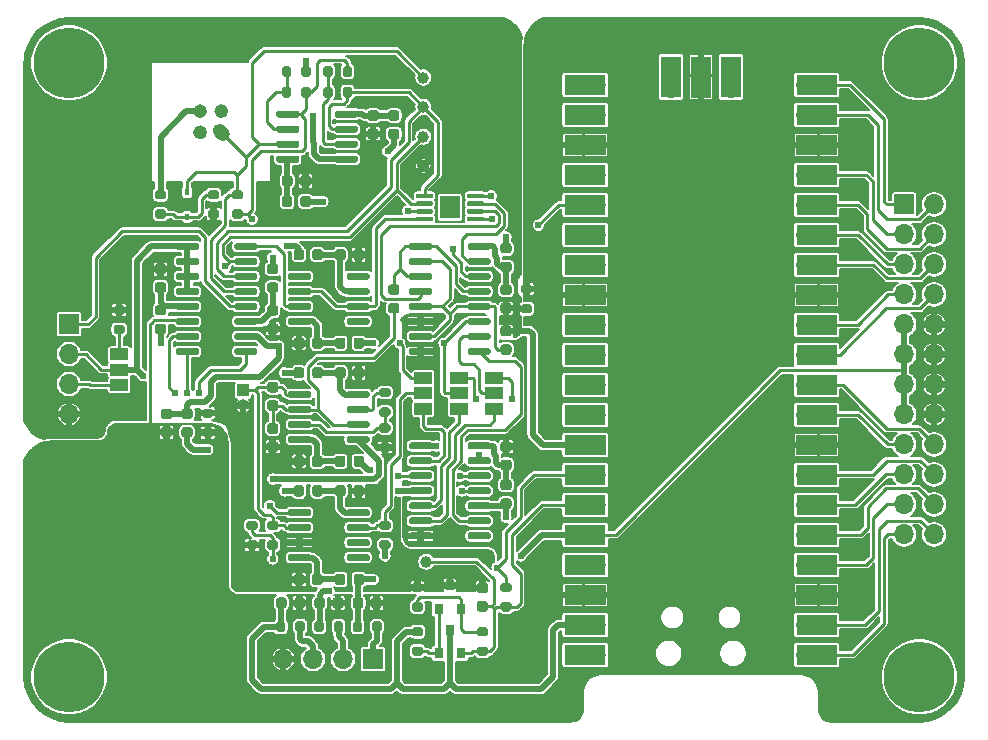
<source format=gbr>
%TF.GenerationSoftware,KiCad,Pcbnew,(5.1.10)-1*%
%TF.CreationDate,2021-08-08T16:35:40+05:30*%
%TF.ProjectId,Multislope IIA,4d756c74-6973-46c6-9f70-65204949412e,rev?*%
%TF.SameCoordinates,Original*%
%TF.FileFunction,Copper,L1,Top*%
%TF.FilePolarity,Positive*%
%FSLAX46Y46*%
G04 Gerber Fmt 4.6, Leading zero omitted, Abs format (unit mm)*
G04 Created by KiCad (PCBNEW (5.1.10)-1) date 2021-08-08 16:35:40*
%MOMM*%
%LPD*%
G01*
G04 APERTURE LIST*
%TA.AperFunction,ComponentPad*%
%ADD10O,1.700000X1.700000*%
%TD*%
%TA.AperFunction,ComponentPad*%
%ADD11R,1.700000X1.700000*%
%TD*%
%TA.AperFunction,SMDPad,CuDef*%
%ADD12R,1.500000X1.000000*%
%TD*%
%TA.AperFunction,ComponentPad*%
%ADD13O,1.000000X1.000000*%
%TD*%
%TA.AperFunction,ComponentPad*%
%ADD14R,1.000000X1.000000*%
%TD*%
%TA.AperFunction,SMDPad,CuDef*%
%ADD15C,1.000000*%
%TD*%
%TA.AperFunction,SMDPad,CuDef*%
%ADD16R,0.800000X0.900000*%
%TD*%
%TA.AperFunction,SMDPad,CuDef*%
%ADD17R,1.700000X3.500000*%
%TD*%
%TA.AperFunction,SMDPad,CuDef*%
%ADD18R,3.500000X1.700000*%
%TD*%
%TA.AperFunction,SMDPad,CuDef*%
%ADD19R,1.680000X1.880000*%
%TD*%
%TA.AperFunction,ComponentPad*%
%ADD20C,0.800000*%
%TD*%
%TA.AperFunction,ComponentPad*%
%ADD21C,6.000000*%
%TD*%
%TA.AperFunction,SMDPad,CuDef*%
%ADD22R,0.450000X0.600000*%
%TD*%
%TA.AperFunction,ViaPad*%
%ADD23C,0.609600*%
%TD*%
%TA.AperFunction,ViaPad*%
%ADD24C,0.800000*%
%TD*%
%TA.AperFunction,Conductor*%
%ADD25C,0.508000*%
%TD*%
%TA.AperFunction,Conductor*%
%ADD26C,0.254000*%
%TD*%
%TA.AperFunction,Conductor*%
%ADD27C,0.250000*%
%TD*%
%TA.AperFunction,Conductor*%
%ADD28C,0.127000*%
%TD*%
%TA.AperFunction,Conductor*%
%ADD29C,0.100000*%
%TD*%
G04 APERTURE END LIST*
%TO.P,R22,2*%
%TO.N,GNDA*%
%TA.AperFunction,SMDPad,CuDef*%
G36*
G01*
X152475000Y-94425000D02*
X153025000Y-94425000D01*
G75*
G02*
X153225000Y-94625000I0J-200000D01*
G01*
X153225000Y-95025000D01*
G75*
G02*
X153025000Y-95225000I-200000J0D01*
G01*
X152475000Y-95225000D01*
G75*
G02*
X152275000Y-95025000I0J200000D01*
G01*
X152275000Y-94625000D01*
G75*
G02*
X152475000Y-94425000I200000J0D01*
G01*
G37*
%TD.AperFunction*%
%TO.P,R22,1*%
%TO.N,GNDD*%
%TA.AperFunction,SMDPad,CuDef*%
G36*
G01*
X152475000Y-92775000D02*
X153025000Y-92775000D01*
G75*
G02*
X153225000Y-92975000I0J-200000D01*
G01*
X153225000Y-93375000D01*
G75*
G02*
X153025000Y-93575000I-200000J0D01*
G01*
X152475000Y-93575000D01*
G75*
G02*
X152275000Y-93375000I0J200000D01*
G01*
X152275000Y-92975000D01*
G75*
G02*
X152475000Y-92775000I200000J0D01*
G01*
G37*
%TD.AperFunction*%
%TD*%
D10*
%TO.P,J3,24*%
%TO.N,/GP1*%
X187250000Y-113940000D03*
%TO.P,J3,23*%
%TO.N,/GP0*%
X184710000Y-113940000D03*
%TO.P,J3,22*%
%TO.N,/GP3*%
X187250000Y-111400000D03*
%TO.P,J3,21*%
%TO.N,/GP2*%
X184710000Y-111400000D03*
%TO.P,J3,20*%
%TO.N,/GP5*%
X187250000Y-108860000D03*
%TO.P,J3,19*%
%TO.N,/GP4*%
X184710000Y-108860000D03*
%TO.P,J3,18*%
%TO.N,/GP7*%
X187250000Y-106320000D03*
%TO.P,J3,17*%
%TO.N,/GP6*%
X184710000Y-106320000D03*
%TO.P,J3,16*%
%TO.N,GNDD*%
X187250000Y-103780000D03*
%TO.P,J3,15*%
%TO.N,+3V3*%
X184710000Y-103780000D03*
%TO.P,J3,14*%
%TO.N,GNDD*%
X187250000Y-101240000D03*
%TO.P,J3,13*%
%TO.N,+3V3*%
X184710000Y-101240000D03*
%TO.P,J3,12*%
%TO.N,GNDD*%
X187250000Y-98700000D03*
%TO.P,J3,11*%
%TO.N,+3V3*%
X184710000Y-98700000D03*
%TO.P,J3,10*%
%TO.N,GNDD*%
X187250000Y-96160000D03*
%TO.P,J3,9*%
%TO.N,+3V3*%
X184710000Y-96160000D03*
%TO.P,J3,8*%
%TO.N,/GP8*%
X187250000Y-93620000D03*
%TO.P,J3,7*%
%TO.N,/GP9*%
X184710000Y-93620000D03*
%TO.P,J3,6*%
%TO.N,/GP10*%
X187250000Y-91080000D03*
%TO.P,J3,5*%
%TO.N,/GP11*%
X184710000Y-91080000D03*
%TO.P,J3,4*%
%TO.N,/GP12*%
X187250000Y-88540000D03*
%TO.P,J3,3*%
%TO.N,/GP13*%
X184710000Y-88540000D03*
%TO.P,J3,2*%
%TO.N,/GP14*%
X187250000Y-86000000D03*
D11*
%TO.P,J3,1*%
%TO.N,/GP15*%
X184710000Y-86000000D03*
%TD*%
D10*
%TO.P,J1,4*%
%TO.N,GNDA*%
X114000000Y-103750000D03*
%TO.P,J1,3*%
%TO.N,Net-(J1-Pad3)*%
X114000000Y-101210000D03*
%TO.P,J1,2*%
%TO.N,GNDS*%
X114000000Y-98670000D03*
D11*
%TO.P,J1,1*%
%TO.N,Net-(J1-Pad1)*%
X114000000Y-96130000D03*
%TD*%
%TO.P,R21,2*%
%TO.N,Net-(JP4-Pad3)*%
%TA.AperFunction,SMDPad,CuDef*%
G36*
G01*
X117975000Y-96175000D02*
X118525000Y-96175000D01*
G75*
G02*
X118725000Y-96375000I0J-200000D01*
G01*
X118725000Y-96775000D01*
G75*
G02*
X118525000Y-96975000I-200000J0D01*
G01*
X117975000Y-96975000D01*
G75*
G02*
X117775000Y-96775000I0J200000D01*
G01*
X117775000Y-96375000D01*
G75*
G02*
X117975000Y-96175000I200000J0D01*
G01*
G37*
%TD.AperFunction*%
%TO.P,R21,1*%
%TO.N,GNDA*%
%TA.AperFunction,SMDPad,CuDef*%
G36*
G01*
X117975000Y-94525000D02*
X118525000Y-94525000D01*
G75*
G02*
X118725000Y-94725000I0J-200000D01*
G01*
X118725000Y-95125000D01*
G75*
G02*
X118525000Y-95325000I-200000J0D01*
G01*
X117975000Y-95325000D01*
G75*
G02*
X117775000Y-95125000I0J200000D01*
G01*
X117775000Y-94725000D01*
G75*
G02*
X117975000Y-94525000I200000J0D01*
G01*
G37*
%TD.AperFunction*%
%TD*%
D12*
%TO.P,JP4,1*%
%TO.N,Net-(J1-Pad3)*%
X118250000Y-101300000D03*
%TO.P,JP4,2*%
%TO.N,GNDS*%
X118250000Y-100000000D03*
%TO.P,JP4,3*%
%TO.N,Net-(JP4-Pad3)*%
X118250000Y-98700000D03*
%TD*%
D13*
%TO.P,J5,2*%
%TO.N,GNDA*%
X128750000Y-103020000D03*
D14*
%TO.P,J5,1*%
%TO.N,/INT_OUT*%
X128750000Y-101750000D03*
%TD*%
D15*
%TO.P,TP5,1*%
%TO.N,GNDA*%
X144000000Y-82750000D03*
%TD*%
%TO.P,R20,2*%
%TO.N,GNDA*%
%TA.AperFunction,SMDPad,CuDef*%
G36*
G01*
X129225000Y-114425000D02*
X129775000Y-114425000D01*
G75*
G02*
X129975000Y-114625000I0J-200000D01*
G01*
X129975000Y-115025000D01*
G75*
G02*
X129775000Y-115225000I-200000J0D01*
G01*
X129225000Y-115225000D01*
G75*
G02*
X129025000Y-115025000I0J200000D01*
G01*
X129025000Y-114625000D01*
G75*
G02*
X129225000Y-114425000I200000J0D01*
G01*
G37*
%TD.AperFunction*%
%TO.P,R20,1*%
%TO.N,/MCU_ADC*%
%TA.AperFunction,SMDPad,CuDef*%
G36*
G01*
X129225000Y-112775000D02*
X129775000Y-112775000D01*
G75*
G02*
X129975000Y-112975000I0J-200000D01*
G01*
X129975000Y-113375000D01*
G75*
G02*
X129775000Y-113575000I-200000J0D01*
G01*
X129225000Y-113575000D01*
G75*
G02*
X129025000Y-113375000I0J200000D01*
G01*
X129025000Y-112975000D01*
G75*
G02*
X129225000Y-112775000I200000J0D01*
G01*
G37*
%TD.AperFunction*%
%TD*%
%TO.P,R19,2*%
%TO.N,/MCU_ADC*%
%TA.AperFunction,SMDPad,CuDef*%
G36*
G01*
X151275000Y-118825000D02*
X150725000Y-118825000D01*
G75*
G02*
X150525000Y-118625000I0J200000D01*
G01*
X150525000Y-118225000D01*
G75*
G02*
X150725000Y-118025000I200000J0D01*
G01*
X151275000Y-118025000D01*
G75*
G02*
X151475000Y-118225000I0J-200000D01*
G01*
X151475000Y-118625000D01*
G75*
G02*
X151275000Y-118825000I-200000J0D01*
G01*
G37*
%TD.AperFunction*%
%TO.P,R19,1*%
%TO.N,+3.3VADC*%
%TA.AperFunction,SMDPad,CuDef*%
G36*
G01*
X151275000Y-120475000D02*
X150725000Y-120475000D01*
G75*
G02*
X150525000Y-120275000I0J200000D01*
G01*
X150525000Y-119875000D01*
G75*
G02*
X150725000Y-119675000I200000J0D01*
G01*
X151275000Y-119675000D01*
G75*
G02*
X151475000Y-119875000I0J-200000D01*
G01*
X151475000Y-120275000D01*
G75*
G02*
X151275000Y-120475000I-200000J0D01*
G01*
G37*
%TD.AperFunction*%
%TD*%
%TO.P,R18,2*%
%TO.N,/INT_OUT*%
%TA.AperFunction,SMDPad,CuDef*%
G36*
G01*
X131525000Y-113575000D02*
X130975000Y-113575000D01*
G75*
G02*
X130775000Y-113375000I0J200000D01*
G01*
X130775000Y-112975000D01*
G75*
G02*
X130975000Y-112775000I200000J0D01*
G01*
X131525000Y-112775000D01*
G75*
G02*
X131725000Y-112975000I0J-200000D01*
G01*
X131725000Y-113375000D01*
G75*
G02*
X131525000Y-113575000I-200000J0D01*
G01*
G37*
%TD.AperFunction*%
%TO.P,R18,1*%
%TO.N,/MCU_ADC*%
%TA.AperFunction,SMDPad,CuDef*%
G36*
G01*
X131525000Y-115225000D02*
X130975000Y-115225000D01*
G75*
G02*
X130775000Y-115025000I0J200000D01*
G01*
X130775000Y-114625000D01*
G75*
G02*
X130975000Y-114425000I200000J0D01*
G01*
X131525000Y-114425000D01*
G75*
G02*
X131725000Y-114625000I0J-200000D01*
G01*
X131725000Y-115025000D01*
G75*
G02*
X131525000Y-115225000I-200000J0D01*
G01*
G37*
%TD.AperFunction*%
%TD*%
%TO.P,R17,2*%
%TO.N,Net-(J2-Pad3)*%
%TA.AperFunction,SMDPad,CuDef*%
G36*
G01*
X133175000Y-122025000D02*
X133175000Y-121475000D01*
G75*
G02*
X133375000Y-121275000I200000J0D01*
G01*
X133775000Y-121275000D01*
G75*
G02*
X133975000Y-121475000I0J-200000D01*
G01*
X133975000Y-122025000D01*
G75*
G02*
X133775000Y-122225000I-200000J0D01*
G01*
X133375000Y-122225000D01*
G75*
G02*
X133175000Y-122025000I0J200000D01*
G01*
G37*
%TD.AperFunction*%
%TO.P,R17,1*%
%TO.N,+5V*%
%TA.AperFunction,SMDPad,CuDef*%
G36*
G01*
X131525000Y-122025000D02*
X131525000Y-121475000D01*
G75*
G02*
X131725000Y-121275000I200000J0D01*
G01*
X132125000Y-121275000D01*
G75*
G02*
X132325000Y-121475000I0J-200000D01*
G01*
X132325000Y-122025000D01*
G75*
G02*
X132125000Y-122225000I-200000J0D01*
G01*
X131725000Y-122225000D01*
G75*
G02*
X131525000Y-122025000I0J200000D01*
G01*
G37*
%TD.AperFunction*%
%TD*%
%TO.P,R16,2*%
%TO.N,Net-(J2-Pad2)*%
%TA.AperFunction,SMDPad,CuDef*%
G36*
G01*
X136425000Y-122025000D02*
X136425000Y-121475000D01*
G75*
G02*
X136625000Y-121275000I200000J0D01*
G01*
X137025000Y-121275000D01*
G75*
G02*
X137225000Y-121475000I0J-200000D01*
G01*
X137225000Y-122025000D01*
G75*
G02*
X137025000Y-122225000I-200000J0D01*
G01*
X136625000Y-122225000D01*
G75*
G02*
X136425000Y-122025000I0J200000D01*
G01*
G37*
%TD.AperFunction*%
%TO.P,R16,1*%
%TO.N,+12VA*%
%TA.AperFunction,SMDPad,CuDef*%
G36*
G01*
X134775000Y-122025000D02*
X134775000Y-121475000D01*
G75*
G02*
X134975000Y-121275000I200000J0D01*
G01*
X135375000Y-121275000D01*
G75*
G02*
X135575000Y-121475000I0J-200000D01*
G01*
X135575000Y-122025000D01*
G75*
G02*
X135375000Y-122225000I-200000J0D01*
G01*
X134975000Y-122225000D01*
G75*
G02*
X134775000Y-122025000I0J200000D01*
G01*
G37*
%TD.AperFunction*%
%TD*%
%TO.P,R15,2*%
%TO.N,Net-(J2-Pad1)*%
%TA.AperFunction,SMDPad,CuDef*%
G36*
G01*
X139675000Y-122025000D02*
X139675000Y-121475000D01*
G75*
G02*
X139875000Y-121275000I200000J0D01*
G01*
X140275000Y-121275000D01*
G75*
G02*
X140475000Y-121475000I0J-200000D01*
G01*
X140475000Y-122025000D01*
G75*
G02*
X140275000Y-122225000I-200000J0D01*
G01*
X139875000Y-122225000D01*
G75*
G02*
X139675000Y-122025000I0J200000D01*
G01*
G37*
%TD.AperFunction*%
%TO.P,R15,1*%
%TO.N,-12VA*%
%TA.AperFunction,SMDPad,CuDef*%
G36*
G01*
X138025000Y-122025000D02*
X138025000Y-121475000D01*
G75*
G02*
X138225000Y-121275000I200000J0D01*
G01*
X138625000Y-121275000D01*
G75*
G02*
X138825000Y-121475000I0J-200000D01*
G01*
X138825000Y-122025000D01*
G75*
G02*
X138625000Y-122225000I-200000J0D01*
G01*
X138225000Y-122225000D01*
G75*
G02*
X138025000Y-122025000I0J200000D01*
G01*
G37*
%TD.AperFunction*%
%TD*%
%TO.P,R14,2*%
%TO.N,Net-(Q1-Pad1)*%
%TA.AperFunction,SMDPad,CuDef*%
G36*
G01*
X143225000Y-123425000D02*
X143775000Y-123425000D01*
G75*
G02*
X143975000Y-123625000I0J-200000D01*
G01*
X143975000Y-124025000D01*
G75*
G02*
X143775000Y-124225000I-200000J0D01*
G01*
X143225000Y-124225000D01*
G75*
G02*
X143025000Y-124025000I0J200000D01*
G01*
X143025000Y-123625000D01*
G75*
G02*
X143225000Y-123425000I200000J0D01*
G01*
G37*
%TD.AperFunction*%
%TO.P,R14,1*%
%TO.N,+5V*%
%TA.AperFunction,SMDPad,CuDef*%
G36*
G01*
X143225000Y-121775000D02*
X143775000Y-121775000D01*
G75*
G02*
X143975000Y-121975000I0J-200000D01*
G01*
X143975000Y-122375000D01*
G75*
G02*
X143775000Y-122575000I-200000J0D01*
G01*
X143225000Y-122575000D01*
G75*
G02*
X143025000Y-122375000I0J200000D01*
G01*
X143025000Y-121975000D01*
G75*
G02*
X143225000Y-121775000I200000J0D01*
G01*
G37*
%TD.AperFunction*%
%TD*%
%TO.P,R13,2*%
%TO.N,GNDA*%
%TA.AperFunction,SMDPad,CuDef*%
G36*
G01*
X143775000Y-118825000D02*
X143225000Y-118825000D01*
G75*
G02*
X143025000Y-118625000I0J200000D01*
G01*
X143025000Y-118225000D01*
G75*
G02*
X143225000Y-118025000I200000J0D01*
G01*
X143775000Y-118025000D01*
G75*
G02*
X143975000Y-118225000I0J-200000D01*
G01*
X143975000Y-118625000D01*
G75*
G02*
X143775000Y-118825000I-200000J0D01*
G01*
G37*
%TD.AperFunction*%
%TO.P,R13,1*%
%TO.N,Net-(R12-Pad2)*%
%TA.AperFunction,SMDPad,CuDef*%
G36*
G01*
X143775000Y-120475000D02*
X143225000Y-120475000D01*
G75*
G02*
X143025000Y-120275000I0J200000D01*
G01*
X143025000Y-119875000D01*
G75*
G02*
X143225000Y-119675000I200000J0D01*
G01*
X143775000Y-119675000D01*
G75*
G02*
X143975000Y-119875000I0J-200000D01*
G01*
X143975000Y-120275000D01*
G75*
G02*
X143775000Y-120475000I-200000J0D01*
G01*
G37*
%TD.AperFunction*%
%TD*%
%TO.P,R12,2*%
%TO.N,Net-(R12-Pad2)*%
%TA.AperFunction,SMDPad,CuDef*%
G36*
G01*
X149275000Y-122575000D02*
X148725000Y-122575000D01*
G75*
G02*
X148525000Y-122375000I0J200000D01*
G01*
X148525000Y-121975000D01*
G75*
G02*
X148725000Y-121775000I200000J0D01*
G01*
X149275000Y-121775000D01*
G75*
G02*
X149475000Y-121975000I0J-200000D01*
G01*
X149475000Y-122375000D01*
G75*
G02*
X149275000Y-122575000I-200000J0D01*
G01*
G37*
%TD.AperFunction*%
%TO.P,R12,1*%
%TO.N,+3.3VADC*%
%TA.AperFunction,SMDPad,CuDef*%
G36*
G01*
X149275000Y-124225000D02*
X148725000Y-124225000D01*
G75*
G02*
X148525000Y-124025000I0J200000D01*
G01*
X148525000Y-123625000D01*
G75*
G02*
X148725000Y-123425000I200000J0D01*
G01*
X149275000Y-123425000D01*
G75*
G02*
X149475000Y-123625000I0J-200000D01*
G01*
X149475000Y-124025000D01*
G75*
G02*
X149275000Y-124225000I-200000J0D01*
G01*
G37*
%TD.AperFunction*%
%TD*%
%TO.P,R11,2*%
%TO.N,GNDA*%
%TA.AperFunction,SMDPad,CuDef*%
G36*
G01*
X126025000Y-104075000D02*
X125475000Y-104075000D01*
G75*
G02*
X125275000Y-103875000I0J200000D01*
G01*
X125275000Y-103475000D01*
G75*
G02*
X125475000Y-103275000I200000J0D01*
G01*
X126025000Y-103275000D01*
G75*
G02*
X126225000Y-103475000I0J-200000D01*
G01*
X126225000Y-103875000D01*
G75*
G02*
X126025000Y-104075000I-200000J0D01*
G01*
G37*
%TD.AperFunction*%
%TO.P,R11,1*%
%TO.N,GNDD*%
%TA.AperFunction,SMDPad,CuDef*%
G36*
G01*
X126025000Y-105725000D02*
X125475000Y-105725000D01*
G75*
G02*
X125275000Y-105525000I0J200000D01*
G01*
X125275000Y-105125000D01*
G75*
G02*
X125475000Y-104925000I200000J0D01*
G01*
X126025000Y-104925000D01*
G75*
G02*
X126225000Y-105125000I0J-200000D01*
G01*
X126225000Y-105525000D01*
G75*
G02*
X126025000Y-105725000I-200000J0D01*
G01*
G37*
%TD.AperFunction*%
%TD*%
%TO.P,R10,2*%
%TO.N,Net-(JP1-Pad2)*%
%TA.AperFunction,SMDPad,CuDef*%
G36*
G01*
X141025000Y-113575000D02*
X140475000Y-113575000D01*
G75*
G02*
X140275000Y-113375000I0J200000D01*
G01*
X140275000Y-112975000D01*
G75*
G02*
X140475000Y-112775000I200000J0D01*
G01*
X141025000Y-112775000D01*
G75*
G02*
X141225000Y-112975000I0J-200000D01*
G01*
X141225000Y-113375000D01*
G75*
G02*
X141025000Y-113575000I-200000J0D01*
G01*
G37*
%TD.AperFunction*%
%TO.P,R10,1*%
%TO.N,+3.3VA*%
%TA.AperFunction,SMDPad,CuDef*%
G36*
G01*
X141025000Y-115225000D02*
X140475000Y-115225000D01*
G75*
G02*
X140275000Y-115025000I0J200000D01*
G01*
X140275000Y-114625000D01*
G75*
G02*
X140475000Y-114425000I200000J0D01*
G01*
X141025000Y-114425000D01*
G75*
G02*
X141225000Y-114625000I0J-200000D01*
G01*
X141225000Y-115025000D01*
G75*
G02*
X141025000Y-115225000I-200000J0D01*
G01*
G37*
%TD.AperFunction*%
%TD*%
%TO.P,R9,2*%
%TO.N,Net-(R8-Pad1)*%
%TA.AperFunction,SMDPad,CuDef*%
G36*
G01*
X141025000Y-105325000D02*
X140475000Y-105325000D01*
G75*
G02*
X140275000Y-105125000I0J200000D01*
G01*
X140275000Y-104725000D01*
G75*
G02*
X140475000Y-104525000I200000J0D01*
G01*
X141025000Y-104525000D01*
G75*
G02*
X141225000Y-104725000I0J-200000D01*
G01*
X141225000Y-105125000D01*
G75*
G02*
X141025000Y-105325000I-200000J0D01*
G01*
G37*
%TD.AperFunction*%
%TO.P,R9,1*%
%TO.N,GNDA*%
%TA.AperFunction,SMDPad,CuDef*%
G36*
G01*
X141025000Y-106975000D02*
X140475000Y-106975000D01*
G75*
G02*
X140275000Y-106775000I0J200000D01*
G01*
X140275000Y-106375000D01*
G75*
G02*
X140475000Y-106175000I200000J0D01*
G01*
X141025000Y-106175000D01*
G75*
G02*
X141225000Y-106375000I0J-200000D01*
G01*
X141225000Y-106775000D01*
G75*
G02*
X141025000Y-106975000I-200000J0D01*
G01*
G37*
%TD.AperFunction*%
%TD*%
%TO.P,R8,2*%
%TO.N,Net-(R8-Pad2)*%
%TA.AperFunction,SMDPad,CuDef*%
G36*
G01*
X141025000Y-102325000D02*
X140475000Y-102325000D01*
G75*
G02*
X140275000Y-102125000I0J200000D01*
G01*
X140275000Y-101725000D01*
G75*
G02*
X140475000Y-101525000I200000J0D01*
G01*
X141025000Y-101525000D01*
G75*
G02*
X141225000Y-101725000I0J-200000D01*
G01*
X141225000Y-102125000D01*
G75*
G02*
X141025000Y-102325000I-200000J0D01*
G01*
G37*
%TD.AperFunction*%
%TO.P,R8,1*%
%TO.N,Net-(R8-Pad1)*%
%TA.AperFunction,SMDPad,CuDef*%
G36*
G01*
X141025000Y-103975000D02*
X140475000Y-103975000D01*
G75*
G02*
X140275000Y-103775000I0J200000D01*
G01*
X140275000Y-103375000D01*
G75*
G02*
X140475000Y-103175000I200000J0D01*
G01*
X141025000Y-103175000D01*
G75*
G02*
X141225000Y-103375000I0J-200000D01*
G01*
X141225000Y-103775000D01*
G75*
G02*
X141025000Y-103975000I-200000J0D01*
G01*
G37*
%TD.AperFunction*%
%TD*%
%TO.P,R7,2*%
%TO.N,Net-(R6-Pad1)*%
%TA.AperFunction,SMDPad,CuDef*%
G36*
G01*
X136325000Y-76225000D02*
X136325000Y-76775000D01*
G75*
G02*
X136125000Y-76975000I-200000J0D01*
G01*
X135725000Y-76975000D01*
G75*
G02*
X135525000Y-76775000I0J200000D01*
G01*
X135525000Y-76225000D01*
G75*
G02*
X135725000Y-76025000I200000J0D01*
G01*
X136125000Y-76025000D01*
G75*
G02*
X136325000Y-76225000I0J-200000D01*
G01*
G37*
%TD.AperFunction*%
%TO.P,R7,1*%
%TO.N,/-10VREF*%
%TA.AperFunction,SMDPad,CuDef*%
G36*
G01*
X137975000Y-76225000D02*
X137975000Y-76775000D01*
G75*
G02*
X137775000Y-76975000I-200000J0D01*
G01*
X137375000Y-76975000D01*
G75*
G02*
X137175000Y-76775000I0J200000D01*
G01*
X137175000Y-76225000D01*
G75*
G02*
X137375000Y-76025000I200000J0D01*
G01*
X137775000Y-76025000D01*
G75*
G02*
X137975000Y-76225000I0J-200000D01*
G01*
G37*
%TD.AperFunction*%
%TD*%
%TO.P,R6,2*%
%TO.N,/+10VREF*%
%TA.AperFunction,SMDPad,CuDef*%
G36*
G01*
X137175000Y-75025000D02*
X137175000Y-74475000D01*
G75*
G02*
X137375000Y-74275000I200000J0D01*
G01*
X137775000Y-74275000D01*
G75*
G02*
X137975000Y-74475000I0J-200000D01*
G01*
X137975000Y-75025000D01*
G75*
G02*
X137775000Y-75225000I-200000J0D01*
G01*
X137375000Y-75225000D01*
G75*
G02*
X137175000Y-75025000I0J200000D01*
G01*
G37*
%TD.AperFunction*%
%TO.P,R6,1*%
%TO.N,Net-(R6-Pad1)*%
%TA.AperFunction,SMDPad,CuDef*%
G36*
G01*
X135525000Y-75025000D02*
X135525000Y-74475000D01*
G75*
G02*
X135725000Y-74275000I200000J0D01*
G01*
X136125000Y-74275000D01*
G75*
G02*
X136325000Y-74475000I0J-200000D01*
G01*
X136325000Y-75025000D01*
G75*
G02*
X136125000Y-75225000I-200000J0D01*
G01*
X135725000Y-75225000D01*
G75*
G02*
X135525000Y-75025000I0J200000D01*
G01*
G37*
%TD.AperFunction*%
%TD*%
%TO.P,R5,2*%
%TO.N,GNDS*%
%TA.AperFunction,SMDPad,CuDef*%
G36*
G01*
X133675000Y-75025000D02*
X133675000Y-74475000D01*
G75*
G02*
X133875000Y-74275000I200000J0D01*
G01*
X134275000Y-74275000D01*
G75*
G02*
X134475000Y-74475000I0J-200000D01*
G01*
X134475000Y-75025000D01*
G75*
G02*
X134275000Y-75225000I-200000J0D01*
G01*
X133875000Y-75225000D01*
G75*
G02*
X133675000Y-75025000I0J200000D01*
G01*
G37*
%TD.AperFunction*%
%TO.P,R5,1*%
%TO.N,Net-(R4-Pad2)*%
%TA.AperFunction,SMDPad,CuDef*%
G36*
G01*
X132025000Y-75025000D02*
X132025000Y-74475000D01*
G75*
G02*
X132225000Y-74275000I200000J0D01*
G01*
X132625000Y-74275000D01*
G75*
G02*
X132825000Y-74475000I0J-200000D01*
G01*
X132825000Y-75025000D01*
G75*
G02*
X132625000Y-75225000I-200000J0D01*
G01*
X132225000Y-75225000D01*
G75*
G02*
X132025000Y-75025000I0J200000D01*
G01*
G37*
%TD.AperFunction*%
%TD*%
%TO.P,R4,2*%
%TO.N,Net-(R4-Pad2)*%
%TA.AperFunction,SMDPad,CuDef*%
G36*
G01*
X132825000Y-76225000D02*
X132825000Y-76775000D01*
G75*
G02*
X132625000Y-76975000I-200000J0D01*
G01*
X132225000Y-76975000D01*
G75*
G02*
X132025000Y-76775000I0J200000D01*
G01*
X132025000Y-76225000D01*
G75*
G02*
X132225000Y-76025000I200000J0D01*
G01*
X132625000Y-76025000D01*
G75*
G02*
X132825000Y-76225000I0J-200000D01*
G01*
G37*
%TD.AperFunction*%
%TO.P,R4,1*%
%TO.N,/+10VREF*%
%TA.AperFunction,SMDPad,CuDef*%
G36*
G01*
X134475000Y-76225000D02*
X134475000Y-76775000D01*
G75*
G02*
X134275000Y-76975000I-200000J0D01*
G01*
X133875000Y-76975000D01*
G75*
G02*
X133675000Y-76775000I0J200000D01*
G01*
X133675000Y-76225000D01*
G75*
G02*
X133875000Y-76025000I200000J0D01*
G01*
X134275000Y-76025000D01*
G75*
G02*
X134475000Y-76225000I0J-200000D01*
G01*
G37*
%TD.AperFunction*%
%TD*%
%TO.P,R3,2*%
%TO.N,/RAW*%
%TA.AperFunction,SMDPad,CuDef*%
G36*
G01*
X128525000Y-85575000D02*
X127975000Y-85575000D01*
G75*
G02*
X127775000Y-85375000I0J200000D01*
G01*
X127775000Y-84975000D01*
G75*
G02*
X127975000Y-84775000I200000J0D01*
G01*
X128525000Y-84775000D01*
G75*
G02*
X128725000Y-84975000I0J-200000D01*
G01*
X128725000Y-85375000D01*
G75*
G02*
X128525000Y-85575000I-200000J0D01*
G01*
G37*
%TD.AperFunction*%
%TO.P,R3,1*%
%TO.N,/+10VREF*%
%TA.AperFunction,SMDPad,CuDef*%
G36*
G01*
X128525000Y-87225000D02*
X127975000Y-87225000D01*
G75*
G02*
X127775000Y-87025000I0J200000D01*
G01*
X127775000Y-86625000D01*
G75*
G02*
X127975000Y-86425000I200000J0D01*
G01*
X128525000Y-86425000D01*
G75*
G02*
X128725000Y-86625000I0J-200000D01*
G01*
X128725000Y-87025000D01*
G75*
G02*
X128525000Y-87225000I-200000J0D01*
G01*
G37*
%TD.AperFunction*%
%TD*%
%TO.P,R2,2*%
%TO.N,Net-(D1-Pad2)*%
%TA.AperFunction,SMDPad,CuDef*%
G36*
G01*
X126525000Y-85575000D02*
X125975000Y-85575000D01*
G75*
G02*
X125775000Y-85375000I0J200000D01*
G01*
X125775000Y-84975000D01*
G75*
G02*
X125975000Y-84775000I200000J0D01*
G01*
X126525000Y-84775000D01*
G75*
G02*
X126725000Y-84975000I0J-200000D01*
G01*
X126725000Y-85375000D01*
G75*
G02*
X126525000Y-85575000I-200000J0D01*
G01*
G37*
%TD.AperFunction*%
%TO.P,R2,1*%
%TO.N,GNDA*%
%TA.AperFunction,SMDPad,CuDef*%
G36*
G01*
X126525000Y-87225000D02*
X125975000Y-87225000D01*
G75*
G02*
X125775000Y-87025000I0J200000D01*
G01*
X125775000Y-86625000D01*
G75*
G02*
X125975000Y-86425000I200000J0D01*
G01*
X126525000Y-86425000D01*
G75*
G02*
X126725000Y-86625000I0J-200000D01*
G01*
X126725000Y-87025000D01*
G75*
G02*
X126525000Y-87225000I-200000J0D01*
G01*
G37*
%TD.AperFunction*%
%TD*%
%TO.P,R1,2*%
%TO.N,Net-(D1-Pad2)*%
%TA.AperFunction,SMDPad,CuDef*%
G36*
G01*
X121475000Y-86425000D02*
X122025000Y-86425000D01*
G75*
G02*
X122225000Y-86625000I0J-200000D01*
G01*
X122225000Y-87025000D01*
G75*
G02*
X122025000Y-87225000I-200000J0D01*
G01*
X121475000Y-87225000D01*
G75*
G02*
X121275000Y-87025000I0J200000D01*
G01*
X121275000Y-86625000D01*
G75*
G02*
X121475000Y-86425000I200000J0D01*
G01*
G37*
%TD.AperFunction*%
%TO.P,R1,1*%
%TO.N,+12VA*%
%TA.AperFunction,SMDPad,CuDef*%
G36*
G01*
X121475000Y-84775000D02*
X122025000Y-84775000D01*
G75*
G02*
X122225000Y-84975000I0J-200000D01*
G01*
X122225000Y-85375000D01*
G75*
G02*
X122025000Y-85575000I-200000J0D01*
G01*
X121475000Y-85575000D01*
G75*
G02*
X121275000Y-85375000I0J200000D01*
G01*
X121275000Y-84975000D01*
G75*
G02*
X121475000Y-84775000I200000J0D01*
G01*
G37*
%TD.AperFunction*%
%TD*%
%TO.P,FB15,2*%
%TO.N,Net-(C18-Pad2)*%
%TA.AperFunction,SMDPad,CuDef*%
G36*
G01*
X151256250Y-110187500D02*
X150743750Y-110187500D01*
G75*
G02*
X150525000Y-109968750I0J218750D01*
G01*
X150525000Y-109531250D01*
G75*
G02*
X150743750Y-109312500I218750J0D01*
G01*
X151256250Y-109312500D01*
G75*
G02*
X151475000Y-109531250I0J-218750D01*
G01*
X151475000Y-109968750D01*
G75*
G02*
X151256250Y-110187500I-218750J0D01*
G01*
G37*
%TD.AperFunction*%
%TO.P,FB15,1*%
%TO.N,+3.3VA*%
%TA.AperFunction,SMDPad,CuDef*%
G36*
G01*
X151256250Y-111762500D02*
X150743750Y-111762500D01*
G75*
G02*
X150525000Y-111543750I0J218750D01*
G01*
X150525000Y-111106250D01*
G75*
G02*
X150743750Y-110887500I218750J0D01*
G01*
X151256250Y-110887500D01*
G75*
G02*
X151475000Y-111106250I0J-218750D01*
G01*
X151475000Y-111543750D01*
G75*
G02*
X151256250Y-111762500I-218750J0D01*
G01*
G37*
%TD.AperFunction*%
%TD*%
%TO.P,FB14,2*%
%TO.N,+3.3VA*%
%TA.AperFunction,SMDPad,CuDef*%
G36*
G01*
X124256250Y-104150000D02*
X123743750Y-104150000D01*
G75*
G02*
X123525000Y-103931250I0J218750D01*
G01*
X123525000Y-103493750D01*
G75*
G02*
X123743750Y-103275000I218750J0D01*
G01*
X124256250Y-103275000D01*
G75*
G02*
X124475000Y-103493750I0J-218750D01*
G01*
X124475000Y-103931250D01*
G75*
G02*
X124256250Y-104150000I-218750J0D01*
G01*
G37*
%TD.AperFunction*%
%TO.P,FB14,1*%
%TO.N,+3V3*%
%TA.AperFunction,SMDPad,CuDef*%
G36*
G01*
X124256250Y-105725000D02*
X123743750Y-105725000D01*
G75*
G02*
X123525000Y-105506250I0J218750D01*
G01*
X123525000Y-105068750D01*
G75*
G02*
X123743750Y-104850000I218750J0D01*
G01*
X124256250Y-104850000D01*
G75*
G02*
X124475000Y-105068750I0J-218750D01*
G01*
X124475000Y-105506250D01*
G75*
G02*
X124256250Y-105725000I-218750J0D01*
G01*
G37*
%TD.AperFunction*%
%TD*%
%TO.P,FB13,2*%
%TO.N,GNDA*%
%TA.AperFunction,SMDPad,CuDef*%
G36*
G01*
X151256250Y-97150000D02*
X150743750Y-97150000D01*
G75*
G02*
X150525000Y-96931250I0J218750D01*
G01*
X150525000Y-96493750D01*
G75*
G02*
X150743750Y-96275000I218750J0D01*
G01*
X151256250Y-96275000D01*
G75*
G02*
X151475000Y-96493750I0J-218750D01*
G01*
X151475000Y-96931250D01*
G75*
G02*
X151256250Y-97150000I-218750J0D01*
G01*
G37*
%TD.AperFunction*%
%TO.P,FB13,1*%
%TO.N,Net-(FB13-Pad1)*%
%TA.AperFunction,SMDPad,CuDef*%
G36*
G01*
X151256250Y-98725000D02*
X150743750Y-98725000D01*
G75*
G02*
X150525000Y-98506250I0J218750D01*
G01*
X150525000Y-98068750D01*
G75*
G02*
X150743750Y-97850000I218750J0D01*
G01*
X151256250Y-97850000D01*
G75*
G02*
X151475000Y-98068750I0J-218750D01*
G01*
X151475000Y-98506250D01*
G75*
G02*
X151256250Y-98725000I-218750J0D01*
G01*
G37*
%TD.AperFunction*%
%TD*%
%TO.P,FB12,2*%
%TO.N,-12VA*%
%TA.AperFunction,SMDPad,CuDef*%
G36*
G01*
X138100000Y-118006250D02*
X138100000Y-117493750D01*
G75*
G02*
X138318750Y-117275000I218750J0D01*
G01*
X138756250Y-117275000D01*
G75*
G02*
X138975000Y-117493750I0J-218750D01*
G01*
X138975000Y-118006250D01*
G75*
G02*
X138756250Y-118225000I-218750J0D01*
G01*
X138318750Y-118225000D01*
G75*
G02*
X138100000Y-118006250I0J218750D01*
G01*
G37*
%TD.AperFunction*%
%TO.P,FB12,1*%
%TO.N,Net-(C12-Pad1)*%
%TA.AperFunction,SMDPad,CuDef*%
G36*
G01*
X136525000Y-118006250D02*
X136525000Y-117493750D01*
G75*
G02*
X136743750Y-117275000I218750J0D01*
G01*
X137181250Y-117275000D01*
G75*
G02*
X137400000Y-117493750I0J-218750D01*
G01*
X137400000Y-118006250D01*
G75*
G02*
X137181250Y-118225000I-218750J0D01*
G01*
X136743750Y-118225000D01*
G75*
G02*
X136525000Y-118006250I0J218750D01*
G01*
G37*
%TD.AperFunction*%
%TD*%
%TO.P,FB11,2*%
%TO.N,Net-(C11-Pad2)*%
%TA.AperFunction,SMDPad,CuDef*%
G36*
G01*
X134600000Y-110506250D02*
X134600000Y-109993750D01*
G75*
G02*
X134818750Y-109775000I218750J0D01*
G01*
X135256250Y-109775000D01*
G75*
G02*
X135475000Y-109993750I0J-218750D01*
G01*
X135475000Y-110506250D01*
G75*
G02*
X135256250Y-110725000I-218750J0D01*
G01*
X134818750Y-110725000D01*
G75*
G02*
X134600000Y-110506250I0J218750D01*
G01*
G37*
%TD.AperFunction*%
%TO.P,FB11,1*%
%TO.N,+12VA*%
%TA.AperFunction,SMDPad,CuDef*%
G36*
G01*
X133025000Y-110506250D02*
X133025000Y-109993750D01*
G75*
G02*
X133243750Y-109775000I218750J0D01*
G01*
X133681250Y-109775000D01*
G75*
G02*
X133900000Y-109993750I0J-218750D01*
G01*
X133900000Y-110506250D01*
G75*
G02*
X133681250Y-110725000I-218750J0D01*
G01*
X133243750Y-110725000D01*
G75*
G02*
X133025000Y-110506250I0J218750D01*
G01*
G37*
%TD.AperFunction*%
%TD*%
%TO.P,FB10,2*%
%TO.N,Net-(FB10-Pad2)*%
%TA.AperFunction,SMDPad,CuDef*%
G36*
G01*
X141756250Y-93650000D02*
X141243750Y-93650000D01*
G75*
G02*
X141025000Y-93431250I0J218750D01*
G01*
X141025000Y-92993750D01*
G75*
G02*
X141243750Y-92775000I218750J0D01*
G01*
X141756250Y-92775000D01*
G75*
G02*
X141975000Y-92993750I0J-218750D01*
G01*
X141975000Y-93431250D01*
G75*
G02*
X141756250Y-93650000I-218750J0D01*
G01*
G37*
%TD.AperFunction*%
%TO.P,FB10,1*%
%TO.N,/INT_IN*%
%TA.AperFunction,SMDPad,CuDef*%
G36*
G01*
X141756250Y-95225000D02*
X141243750Y-95225000D01*
G75*
G02*
X141025000Y-95006250I0J218750D01*
G01*
X141025000Y-94568750D01*
G75*
G02*
X141243750Y-94350000I218750J0D01*
G01*
X141756250Y-94350000D01*
G75*
G02*
X141975000Y-94568750I0J-218750D01*
G01*
X141975000Y-95006250D01*
G75*
G02*
X141756250Y-95225000I-218750J0D01*
G01*
G37*
%TD.AperFunction*%
%TD*%
%TO.P,FB9,2*%
%TO.N,Net-(C10-Pad2)*%
%TA.AperFunction,SMDPad,CuDef*%
G36*
G01*
X150743750Y-90850000D02*
X151256250Y-90850000D01*
G75*
G02*
X151475000Y-91068750I0J-218750D01*
G01*
X151475000Y-91506250D01*
G75*
G02*
X151256250Y-91725000I-218750J0D01*
G01*
X150743750Y-91725000D01*
G75*
G02*
X150525000Y-91506250I0J218750D01*
G01*
X150525000Y-91068750D01*
G75*
G02*
X150743750Y-90850000I218750J0D01*
G01*
G37*
%TD.AperFunction*%
%TO.P,FB9,1*%
%TO.N,+3.3VA*%
%TA.AperFunction,SMDPad,CuDef*%
G36*
G01*
X150743750Y-89275000D02*
X151256250Y-89275000D01*
G75*
G02*
X151475000Y-89493750I0J-218750D01*
G01*
X151475000Y-89931250D01*
G75*
G02*
X151256250Y-90150000I-218750J0D01*
G01*
X150743750Y-90150000D01*
G75*
G02*
X150525000Y-89931250I0J218750D01*
G01*
X150525000Y-89493750D01*
G75*
G02*
X150743750Y-89275000I218750J0D01*
G01*
G37*
%TD.AperFunction*%
%TD*%
%TO.P,FB8,2*%
%TO.N,-12VA*%
%TA.AperFunction,SMDPad,CuDef*%
G36*
G01*
X138100000Y-98006250D02*
X138100000Y-97493750D01*
G75*
G02*
X138318750Y-97275000I218750J0D01*
G01*
X138756250Y-97275000D01*
G75*
G02*
X138975000Y-97493750I0J-218750D01*
G01*
X138975000Y-98006250D01*
G75*
G02*
X138756250Y-98225000I-218750J0D01*
G01*
X138318750Y-98225000D01*
G75*
G02*
X138100000Y-98006250I0J218750D01*
G01*
G37*
%TD.AperFunction*%
%TO.P,FB8,1*%
%TO.N,Net-(C8-Pad1)*%
%TA.AperFunction,SMDPad,CuDef*%
G36*
G01*
X136525000Y-98006250D02*
X136525000Y-97493750D01*
G75*
G02*
X136743750Y-97275000I218750J0D01*
G01*
X137181250Y-97275000D01*
G75*
G02*
X137400000Y-97493750I0J-218750D01*
G01*
X137400000Y-98006250D01*
G75*
G02*
X137181250Y-98225000I-218750J0D01*
G01*
X136743750Y-98225000D01*
G75*
G02*
X136525000Y-98006250I0J218750D01*
G01*
G37*
%TD.AperFunction*%
%TD*%
%TO.P,FB7,2*%
%TO.N,Net-(C7-Pad2)*%
%TA.AperFunction,SMDPad,CuDef*%
G36*
G01*
X134600000Y-90506250D02*
X134600000Y-89993750D01*
G75*
G02*
X134818750Y-89775000I218750J0D01*
G01*
X135256250Y-89775000D01*
G75*
G02*
X135475000Y-89993750I0J-218750D01*
G01*
X135475000Y-90506250D01*
G75*
G02*
X135256250Y-90725000I-218750J0D01*
G01*
X134818750Y-90725000D01*
G75*
G02*
X134600000Y-90506250I0J218750D01*
G01*
G37*
%TD.AperFunction*%
%TO.P,FB7,1*%
%TO.N,+12VA*%
%TA.AperFunction,SMDPad,CuDef*%
G36*
G01*
X133025000Y-90506250D02*
X133025000Y-89993750D01*
G75*
G02*
X133243750Y-89775000I218750J0D01*
G01*
X133681250Y-89775000D01*
G75*
G02*
X133900000Y-89993750I0J-218750D01*
G01*
X133900000Y-90506250D01*
G75*
G02*
X133681250Y-90725000I-218750J0D01*
G01*
X133243750Y-90725000D01*
G75*
G02*
X133025000Y-90506250I0J218750D01*
G01*
G37*
%TD.AperFunction*%
%TD*%
%TO.P,FB6,2*%
%TO.N,-12VA*%
%TA.AperFunction,SMDPad,CuDef*%
G36*
G01*
X131506250Y-91900000D02*
X130993750Y-91900000D01*
G75*
G02*
X130775000Y-91681250I0J218750D01*
G01*
X130775000Y-91243750D01*
G75*
G02*
X130993750Y-91025000I218750J0D01*
G01*
X131506250Y-91025000D01*
G75*
G02*
X131725000Y-91243750I0J-218750D01*
G01*
X131725000Y-91681250D01*
G75*
G02*
X131506250Y-91900000I-218750J0D01*
G01*
G37*
%TD.AperFunction*%
%TO.P,FB6,1*%
%TO.N,Net-(C6-Pad1)*%
%TA.AperFunction,SMDPad,CuDef*%
G36*
G01*
X131506250Y-93475000D02*
X130993750Y-93475000D01*
G75*
G02*
X130775000Y-93256250I0J218750D01*
G01*
X130775000Y-92818750D01*
G75*
G02*
X130993750Y-92600000I218750J0D01*
G01*
X131506250Y-92600000D01*
G75*
G02*
X131725000Y-92818750I0J-218750D01*
G01*
X131725000Y-93256250D01*
G75*
G02*
X131506250Y-93475000I-218750J0D01*
G01*
G37*
%TD.AperFunction*%
%TD*%
%TO.P,FB5,2*%
%TO.N,Net-(C5-Pad2)*%
%TA.AperFunction,SMDPad,CuDef*%
G36*
G01*
X122006250Y-95400000D02*
X121493750Y-95400000D01*
G75*
G02*
X121275000Y-95181250I0J218750D01*
G01*
X121275000Y-94743750D01*
G75*
G02*
X121493750Y-94525000I218750J0D01*
G01*
X122006250Y-94525000D01*
G75*
G02*
X122225000Y-94743750I0J-218750D01*
G01*
X122225000Y-95181250D01*
G75*
G02*
X122006250Y-95400000I-218750J0D01*
G01*
G37*
%TD.AperFunction*%
%TO.P,FB5,1*%
%TO.N,+12VA*%
%TA.AperFunction,SMDPad,CuDef*%
G36*
G01*
X122006250Y-96975000D02*
X121493750Y-96975000D01*
G75*
G02*
X121275000Y-96756250I0J218750D01*
G01*
X121275000Y-96318750D01*
G75*
G02*
X121493750Y-96100000I218750J0D01*
G01*
X122006250Y-96100000D01*
G75*
G02*
X122225000Y-96318750I0J-218750D01*
G01*
X122225000Y-96756250D01*
G75*
G02*
X122006250Y-96975000I-218750J0D01*
G01*
G37*
%TD.AperFunction*%
%TD*%
%TO.P,FB4,2*%
%TO.N,-12VA*%
%TA.AperFunction,SMDPad,CuDef*%
G36*
G01*
X138100000Y-108006250D02*
X138100000Y-107493750D01*
G75*
G02*
X138318750Y-107275000I218750J0D01*
G01*
X138756250Y-107275000D01*
G75*
G02*
X138975000Y-107493750I0J-218750D01*
G01*
X138975000Y-108006250D01*
G75*
G02*
X138756250Y-108225000I-218750J0D01*
G01*
X138318750Y-108225000D01*
G75*
G02*
X138100000Y-108006250I0J218750D01*
G01*
G37*
%TD.AperFunction*%
%TO.P,FB4,1*%
%TO.N,Net-(C4-Pad1)*%
%TA.AperFunction,SMDPad,CuDef*%
G36*
G01*
X136525000Y-108006250D02*
X136525000Y-107493750D01*
G75*
G02*
X136743750Y-107275000I218750J0D01*
G01*
X137181250Y-107275000D01*
G75*
G02*
X137400000Y-107493750I0J-218750D01*
G01*
X137400000Y-108006250D01*
G75*
G02*
X137181250Y-108225000I-218750J0D01*
G01*
X136743750Y-108225000D01*
G75*
G02*
X136525000Y-108006250I0J218750D01*
G01*
G37*
%TD.AperFunction*%
%TD*%
%TO.P,FB3,2*%
%TO.N,Net-(C3-Pad2)*%
%TA.AperFunction,SMDPad,CuDef*%
G36*
G01*
X134600000Y-100506250D02*
X134600000Y-99993750D01*
G75*
G02*
X134818750Y-99775000I218750J0D01*
G01*
X135256250Y-99775000D01*
G75*
G02*
X135475000Y-99993750I0J-218750D01*
G01*
X135475000Y-100506250D01*
G75*
G02*
X135256250Y-100725000I-218750J0D01*
G01*
X134818750Y-100725000D01*
G75*
G02*
X134600000Y-100506250I0J218750D01*
G01*
G37*
%TD.AperFunction*%
%TO.P,FB3,1*%
%TO.N,+12VA*%
%TA.AperFunction,SMDPad,CuDef*%
G36*
G01*
X133025000Y-100506250D02*
X133025000Y-99993750D01*
G75*
G02*
X133243750Y-99775000I218750J0D01*
G01*
X133681250Y-99775000D01*
G75*
G02*
X133900000Y-99993750I0J-218750D01*
G01*
X133900000Y-100506250D01*
G75*
G02*
X133681250Y-100725000I-218750J0D01*
G01*
X133243750Y-100725000D01*
G75*
G02*
X133025000Y-100506250I0J218750D01*
G01*
G37*
%TD.AperFunction*%
%TD*%
%TO.P,FB2,2*%
%TO.N,-12VA*%
%TA.AperFunction,SMDPad,CuDef*%
G36*
G01*
X133600000Y-86006250D02*
X133600000Y-85493750D01*
G75*
G02*
X133818750Y-85275000I218750J0D01*
G01*
X134256250Y-85275000D01*
G75*
G02*
X134475000Y-85493750I0J-218750D01*
G01*
X134475000Y-86006250D01*
G75*
G02*
X134256250Y-86225000I-218750J0D01*
G01*
X133818750Y-86225000D01*
G75*
G02*
X133600000Y-86006250I0J218750D01*
G01*
G37*
%TD.AperFunction*%
%TO.P,FB2,1*%
%TO.N,Net-(C2-Pad1)*%
%TA.AperFunction,SMDPad,CuDef*%
G36*
G01*
X132025000Y-86006250D02*
X132025000Y-85493750D01*
G75*
G02*
X132243750Y-85275000I218750J0D01*
G01*
X132681250Y-85275000D01*
G75*
G02*
X132900000Y-85493750I0J-218750D01*
G01*
X132900000Y-86006250D01*
G75*
G02*
X132681250Y-86225000I-218750J0D01*
G01*
X132243750Y-86225000D01*
G75*
G02*
X132025000Y-86006250I0J218750D01*
G01*
G37*
%TD.AperFunction*%
%TD*%
%TO.P,FB1,2*%
%TO.N,Net-(C1-Pad2)*%
%TA.AperFunction,SMDPad,CuDef*%
G36*
G01*
X141756250Y-78900000D02*
X141243750Y-78900000D01*
G75*
G02*
X141025000Y-78681250I0J218750D01*
G01*
X141025000Y-78243750D01*
G75*
G02*
X141243750Y-78025000I218750J0D01*
G01*
X141756250Y-78025000D01*
G75*
G02*
X141975000Y-78243750I0J-218750D01*
G01*
X141975000Y-78681250D01*
G75*
G02*
X141756250Y-78900000I-218750J0D01*
G01*
G37*
%TD.AperFunction*%
%TO.P,FB1,1*%
%TO.N,+12VA*%
%TA.AperFunction,SMDPad,CuDef*%
G36*
G01*
X141756250Y-80475000D02*
X141243750Y-80475000D01*
G75*
G02*
X141025000Y-80256250I0J218750D01*
G01*
X141025000Y-79818750D01*
G75*
G02*
X141243750Y-79600000I218750J0D01*
G01*
X141756250Y-79600000D01*
G75*
G02*
X141975000Y-79818750I0J-218750D01*
G01*
X141975000Y-80256250D01*
G75*
G02*
X141756250Y-80475000I-218750J0D01*
G01*
G37*
%TD.AperFunction*%
%TD*%
%TO.P,C18,2*%
%TO.N,Net-(C18-Pad2)*%
%TA.AperFunction,SMDPad,CuDef*%
G36*
G01*
X150750000Y-107600000D02*
X151250000Y-107600000D01*
G75*
G02*
X151475000Y-107825000I0J-225000D01*
G01*
X151475000Y-108275000D01*
G75*
G02*
X151250000Y-108500000I-225000J0D01*
G01*
X150750000Y-108500000D01*
G75*
G02*
X150525000Y-108275000I0J225000D01*
G01*
X150525000Y-107825000D01*
G75*
G02*
X150750000Y-107600000I225000J0D01*
G01*
G37*
%TD.AperFunction*%
%TO.P,C18,1*%
%TO.N,GNDD*%
%TA.AperFunction,SMDPad,CuDef*%
G36*
G01*
X150750000Y-106050000D02*
X151250000Y-106050000D01*
G75*
G02*
X151475000Y-106275000I0J-225000D01*
G01*
X151475000Y-106725000D01*
G75*
G02*
X151250000Y-106950000I-225000J0D01*
G01*
X150750000Y-106950000D01*
G75*
G02*
X150525000Y-106725000I0J225000D01*
G01*
X150525000Y-106275000D01*
G75*
G02*
X150750000Y-106050000I225000J0D01*
G01*
G37*
%TD.AperFunction*%
%TD*%
%TO.P,C17,2*%
%TO.N,GNDD*%
%TA.AperFunction,SMDPad,CuDef*%
G36*
G01*
X139575000Y-120000000D02*
X139575000Y-119500000D01*
G75*
G02*
X139800000Y-119275000I225000J0D01*
G01*
X140250000Y-119275000D01*
G75*
G02*
X140475000Y-119500000I0J-225000D01*
G01*
X140475000Y-120000000D01*
G75*
G02*
X140250000Y-120225000I-225000J0D01*
G01*
X139800000Y-120225000D01*
G75*
G02*
X139575000Y-120000000I0J225000D01*
G01*
G37*
%TD.AperFunction*%
%TO.P,C17,1*%
%TO.N,-12VA*%
%TA.AperFunction,SMDPad,CuDef*%
G36*
G01*
X138025000Y-120000000D02*
X138025000Y-119500000D01*
G75*
G02*
X138250000Y-119275000I225000J0D01*
G01*
X138700000Y-119275000D01*
G75*
G02*
X138925000Y-119500000I0J-225000D01*
G01*
X138925000Y-120000000D01*
G75*
G02*
X138700000Y-120225000I-225000J0D01*
G01*
X138250000Y-120225000D01*
G75*
G02*
X138025000Y-120000000I0J225000D01*
G01*
G37*
%TD.AperFunction*%
%TD*%
%TO.P,C16,2*%
%TO.N,GNDD*%
%TA.AperFunction,SMDPad,CuDef*%
G36*
G01*
X136325000Y-120000000D02*
X136325000Y-119500000D01*
G75*
G02*
X136550000Y-119275000I225000J0D01*
G01*
X137000000Y-119275000D01*
G75*
G02*
X137225000Y-119500000I0J-225000D01*
G01*
X137225000Y-120000000D01*
G75*
G02*
X137000000Y-120225000I-225000J0D01*
G01*
X136550000Y-120225000D01*
G75*
G02*
X136325000Y-120000000I0J225000D01*
G01*
G37*
%TD.AperFunction*%
%TO.P,C16,1*%
%TO.N,+12VA*%
%TA.AperFunction,SMDPad,CuDef*%
G36*
G01*
X134775000Y-120000000D02*
X134775000Y-119500000D01*
G75*
G02*
X135000000Y-119275000I225000J0D01*
G01*
X135450000Y-119275000D01*
G75*
G02*
X135675000Y-119500000I0J-225000D01*
G01*
X135675000Y-120000000D01*
G75*
G02*
X135450000Y-120225000I-225000J0D01*
G01*
X135000000Y-120225000D01*
G75*
G02*
X134775000Y-120000000I0J225000D01*
G01*
G37*
%TD.AperFunction*%
%TD*%
%TO.P,C15,2*%
%TO.N,GNDD*%
%TA.AperFunction,SMDPad,CuDef*%
G36*
G01*
X133075000Y-120000000D02*
X133075000Y-119500000D01*
G75*
G02*
X133300000Y-119275000I225000J0D01*
G01*
X133750000Y-119275000D01*
G75*
G02*
X133975000Y-119500000I0J-225000D01*
G01*
X133975000Y-120000000D01*
G75*
G02*
X133750000Y-120225000I-225000J0D01*
G01*
X133300000Y-120225000D01*
G75*
G02*
X133075000Y-120000000I0J225000D01*
G01*
G37*
%TD.AperFunction*%
%TO.P,C15,1*%
%TO.N,+5V*%
%TA.AperFunction,SMDPad,CuDef*%
G36*
G01*
X131525000Y-120000000D02*
X131525000Y-119500000D01*
G75*
G02*
X131750000Y-119275000I225000J0D01*
G01*
X132200000Y-119275000D01*
G75*
G02*
X132425000Y-119500000I0J-225000D01*
G01*
X132425000Y-120000000D01*
G75*
G02*
X132200000Y-120225000I-225000J0D01*
G01*
X131750000Y-120225000D01*
G75*
G02*
X131525000Y-120000000I0J225000D01*
G01*
G37*
%TD.AperFunction*%
%TD*%
%TO.P,C14,2*%
%TO.N,GNDA*%
%TA.AperFunction,SMDPad,CuDef*%
G36*
G01*
X149250000Y-118925000D02*
X148750000Y-118925000D01*
G75*
G02*
X148525000Y-118700000I0J225000D01*
G01*
X148525000Y-118250000D01*
G75*
G02*
X148750000Y-118025000I225000J0D01*
G01*
X149250000Y-118025000D01*
G75*
G02*
X149475000Y-118250000I0J-225000D01*
G01*
X149475000Y-118700000D01*
G75*
G02*
X149250000Y-118925000I-225000J0D01*
G01*
G37*
%TD.AperFunction*%
%TO.P,C14,1*%
%TO.N,+3.3VADC*%
%TA.AperFunction,SMDPad,CuDef*%
G36*
G01*
X149250000Y-120475000D02*
X148750000Y-120475000D01*
G75*
G02*
X148525000Y-120250000I0J225000D01*
G01*
X148525000Y-119800000D01*
G75*
G02*
X148750000Y-119575000I225000J0D01*
G01*
X149250000Y-119575000D01*
G75*
G02*
X149475000Y-119800000I0J-225000D01*
G01*
X149475000Y-120250000D01*
G75*
G02*
X149250000Y-120475000I-225000J0D01*
G01*
G37*
%TD.AperFunction*%
%TD*%
%TO.P,C13,2*%
%TO.N,GNDD*%
%TA.AperFunction,SMDPad,CuDef*%
G36*
G01*
X122000000Y-104825000D02*
X122500000Y-104825000D01*
G75*
G02*
X122725000Y-105050000I0J-225000D01*
G01*
X122725000Y-105500000D01*
G75*
G02*
X122500000Y-105725000I-225000J0D01*
G01*
X122000000Y-105725000D01*
G75*
G02*
X121775000Y-105500000I0J225000D01*
G01*
X121775000Y-105050000D01*
G75*
G02*
X122000000Y-104825000I225000J0D01*
G01*
G37*
%TD.AperFunction*%
%TO.P,C13,1*%
%TO.N,+3.3VA*%
%TA.AperFunction,SMDPad,CuDef*%
G36*
G01*
X122000000Y-103275000D02*
X122500000Y-103275000D01*
G75*
G02*
X122725000Y-103500000I0J-225000D01*
G01*
X122725000Y-103950000D01*
G75*
G02*
X122500000Y-104175000I-225000J0D01*
G01*
X122000000Y-104175000D01*
G75*
G02*
X121775000Y-103950000I0J225000D01*
G01*
X121775000Y-103500000D01*
G75*
G02*
X122000000Y-103275000I225000J0D01*
G01*
G37*
%TD.AperFunction*%
%TD*%
%TO.P,C12,2*%
%TO.N,GNDA*%
%TA.AperFunction,SMDPad,CuDef*%
G36*
G01*
X133925000Y-117500000D02*
X133925000Y-118000000D01*
G75*
G02*
X133700000Y-118225000I-225000J0D01*
G01*
X133250000Y-118225000D01*
G75*
G02*
X133025000Y-118000000I0J225000D01*
G01*
X133025000Y-117500000D01*
G75*
G02*
X133250000Y-117275000I225000J0D01*
G01*
X133700000Y-117275000D01*
G75*
G02*
X133925000Y-117500000I0J-225000D01*
G01*
G37*
%TD.AperFunction*%
%TO.P,C12,1*%
%TO.N,Net-(C12-Pad1)*%
%TA.AperFunction,SMDPad,CuDef*%
G36*
G01*
X135475000Y-117500000D02*
X135475000Y-118000000D01*
G75*
G02*
X135250000Y-118225000I-225000J0D01*
G01*
X134800000Y-118225000D01*
G75*
G02*
X134575000Y-118000000I0J225000D01*
G01*
X134575000Y-117500000D01*
G75*
G02*
X134800000Y-117275000I225000J0D01*
G01*
X135250000Y-117275000D01*
G75*
G02*
X135475000Y-117500000I0J-225000D01*
G01*
G37*
%TD.AperFunction*%
%TD*%
%TO.P,C11,2*%
%TO.N,Net-(C11-Pad2)*%
%TA.AperFunction,SMDPad,CuDef*%
G36*
G01*
X137425000Y-110000000D02*
X137425000Y-110500000D01*
G75*
G02*
X137200000Y-110725000I-225000J0D01*
G01*
X136750000Y-110725000D01*
G75*
G02*
X136525000Y-110500000I0J225000D01*
G01*
X136525000Y-110000000D01*
G75*
G02*
X136750000Y-109775000I225000J0D01*
G01*
X137200000Y-109775000D01*
G75*
G02*
X137425000Y-110000000I0J-225000D01*
G01*
G37*
%TD.AperFunction*%
%TO.P,C11,1*%
%TO.N,GNDA*%
%TA.AperFunction,SMDPad,CuDef*%
G36*
G01*
X138975000Y-110000000D02*
X138975000Y-110500000D01*
G75*
G02*
X138750000Y-110725000I-225000J0D01*
G01*
X138300000Y-110725000D01*
G75*
G02*
X138075000Y-110500000I0J225000D01*
G01*
X138075000Y-110000000D01*
G75*
G02*
X138300000Y-109775000I225000J0D01*
G01*
X138750000Y-109775000D01*
G75*
G02*
X138975000Y-110000000I0J-225000D01*
G01*
G37*
%TD.AperFunction*%
%TD*%
%TO.P,C10,2*%
%TO.N,Net-(C10-Pad2)*%
%TA.AperFunction,SMDPad,CuDef*%
G36*
G01*
X151250000Y-93675000D02*
X150750000Y-93675000D01*
G75*
G02*
X150525000Y-93450000I0J225000D01*
G01*
X150525000Y-93000000D01*
G75*
G02*
X150750000Y-92775000I225000J0D01*
G01*
X151250000Y-92775000D01*
G75*
G02*
X151475000Y-93000000I0J-225000D01*
G01*
X151475000Y-93450000D01*
G75*
G02*
X151250000Y-93675000I-225000J0D01*
G01*
G37*
%TD.AperFunction*%
%TO.P,C10,1*%
%TO.N,GNDA*%
%TA.AperFunction,SMDPad,CuDef*%
G36*
G01*
X151250000Y-95225000D02*
X150750000Y-95225000D01*
G75*
G02*
X150525000Y-95000000I0J225000D01*
G01*
X150525000Y-94550000D01*
G75*
G02*
X150750000Y-94325000I225000J0D01*
G01*
X151250000Y-94325000D01*
G75*
G02*
X151475000Y-94550000I0J-225000D01*
G01*
X151475000Y-95000000D01*
G75*
G02*
X151250000Y-95225000I-225000J0D01*
G01*
G37*
%TD.AperFunction*%
%TD*%
%TO.P,C8,2*%
%TO.N,GNDA*%
%TA.AperFunction,SMDPad,CuDef*%
G36*
G01*
X133925000Y-97500000D02*
X133925000Y-98000000D01*
G75*
G02*
X133700000Y-98225000I-225000J0D01*
G01*
X133250000Y-98225000D01*
G75*
G02*
X133025000Y-98000000I0J225000D01*
G01*
X133025000Y-97500000D01*
G75*
G02*
X133250000Y-97275000I225000J0D01*
G01*
X133700000Y-97275000D01*
G75*
G02*
X133925000Y-97500000I0J-225000D01*
G01*
G37*
%TD.AperFunction*%
%TO.P,C8,1*%
%TO.N,Net-(C8-Pad1)*%
%TA.AperFunction,SMDPad,CuDef*%
G36*
G01*
X135475000Y-97500000D02*
X135475000Y-98000000D01*
G75*
G02*
X135250000Y-98225000I-225000J0D01*
G01*
X134800000Y-98225000D01*
G75*
G02*
X134575000Y-98000000I0J225000D01*
G01*
X134575000Y-97500000D01*
G75*
G02*
X134800000Y-97275000I225000J0D01*
G01*
X135250000Y-97275000D01*
G75*
G02*
X135475000Y-97500000I0J-225000D01*
G01*
G37*
%TD.AperFunction*%
%TD*%
%TO.P,C7,2*%
%TO.N,Net-(C7-Pad2)*%
%TA.AperFunction,SMDPad,CuDef*%
G36*
G01*
X137425000Y-90000000D02*
X137425000Y-90500000D01*
G75*
G02*
X137200000Y-90725000I-225000J0D01*
G01*
X136750000Y-90725000D01*
G75*
G02*
X136525000Y-90500000I0J225000D01*
G01*
X136525000Y-90000000D01*
G75*
G02*
X136750000Y-89775000I225000J0D01*
G01*
X137200000Y-89775000D01*
G75*
G02*
X137425000Y-90000000I0J-225000D01*
G01*
G37*
%TD.AperFunction*%
%TO.P,C7,1*%
%TO.N,GNDA*%
%TA.AperFunction,SMDPad,CuDef*%
G36*
G01*
X138975000Y-90000000D02*
X138975000Y-90500000D01*
G75*
G02*
X138750000Y-90725000I-225000J0D01*
G01*
X138300000Y-90725000D01*
G75*
G02*
X138075000Y-90500000I0J225000D01*
G01*
X138075000Y-90000000D01*
G75*
G02*
X138300000Y-89775000I225000J0D01*
G01*
X138750000Y-89775000D01*
G75*
G02*
X138975000Y-90000000I0J-225000D01*
G01*
G37*
%TD.AperFunction*%
%TD*%
%TO.P,C6,2*%
%TO.N,GNDA*%
%TA.AperFunction,SMDPad,CuDef*%
G36*
G01*
X131000000Y-96075000D02*
X131500000Y-96075000D01*
G75*
G02*
X131725000Y-96300000I0J-225000D01*
G01*
X131725000Y-96750000D01*
G75*
G02*
X131500000Y-96975000I-225000J0D01*
G01*
X131000000Y-96975000D01*
G75*
G02*
X130775000Y-96750000I0J225000D01*
G01*
X130775000Y-96300000D01*
G75*
G02*
X131000000Y-96075000I225000J0D01*
G01*
G37*
%TD.AperFunction*%
%TO.P,C6,1*%
%TO.N,Net-(C6-Pad1)*%
%TA.AperFunction,SMDPad,CuDef*%
G36*
G01*
X131000000Y-94525000D02*
X131500000Y-94525000D01*
G75*
G02*
X131725000Y-94750000I0J-225000D01*
G01*
X131725000Y-95200000D01*
G75*
G02*
X131500000Y-95425000I-225000J0D01*
G01*
X131000000Y-95425000D01*
G75*
G02*
X130775000Y-95200000I0J225000D01*
G01*
X130775000Y-94750000D01*
G75*
G02*
X131000000Y-94525000I225000J0D01*
G01*
G37*
%TD.AperFunction*%
%TD*%
%TO.P,C5,2*%
%TO.N,Net-(C5-Pad2)*%
%TA.AperFunction,SMDPad,CuDef*%
G36*
G01*
X121500000Y-92575000D02*
X122000000Y-92575000D01*
G75*
G02*
X122225000Y-92800000I0J-225000D01*
G01*
X122225000Y-93250000D01*
G75*
G02*
X122000000Y-93475000I-225000J0D01*
G01*
X121500000Y-93475000D01*
G75*
G02*
X121275000Y-93250000I0J225000D01*
G01*
X121275000Y-92800000D01*
G75*
G02*
X121500000Y-92575000I225000J0D01*
G01*
G37*
%TD.AperFunction*%
%TO.P,C5,1*%
%TO.N,GNDA*%
%TA.AperFunction,SMDPad,CuDef*%
G36*
G01*
X121500000Y-91025000D02*
X122000000Y-91025000D01*
G75*
G02*
X122225000Y-91250000I0J-225000D01*
G01*
X122225000Y-91700000D01*
G75*
G02*
X122000000Y-91925000I-225000J0D01*
G01*
X121500000Y-91925000D01*
G75*
G02*
X121275000Y-91700000I0J225000D01*
G01*
X121275000Y-91250000D01*
G75*
G02*
X121500000Y-91025000I225000J0D01*
G01*
G37*
%TD.AperFunction*%
%TD*%
%TO.P,C4,2*%
%TO.N,GNDA*%
%TA.AperFunction,SMDPad,CuDef*%
G36*
G01*
X133925000Y-107500000D02*
X133925000Y-108000000D01*
G75*
G02*
X133700000Y-108225000I-225000J0D01*
G01*
X133250000Y-108225000D01*
G75*
G02*
X133025000Y-108000000I0J225000D01*
G01*
X133025000Y-107500000D01*
G75*
G02*
X133250000Y-107275000I225000J0D01*
G01*
X133700000Y-107275000D01*
G75*
G02*
X133925000Y-107500000I0J-225000D01*
G01*
G37*
%TD.AperFunction*%
%TO.P,C4,1*%
%TO.N,Net-(C4-Pad1)*%
%TA.AperFunction,SMDPad,CuDef*%
G36*
G01*
X135475000Y-107500000D02*
X135475000Y-108000000D01*
G75*
G02*
X135250000Y-108225000I-225000J0D01*
G01*
X134800000Y-108225000D01*
G75*
G02*
X134575000Y-108000000I0J225000D01*
G01*
X134575000Y-107500000D01*
G75*
G02*
X134800000Y-107275000I225000J0D01*
G01*
X135250000Y-107275000D01*
G75*
G02*
X135475000Y-107500000I0J-225000D01*
G01*
G37*
%TD.AperFunction*%
%TD*%
%TO.P,C3,2*%
%TO.N,Net-(C3-Pad2)*%
%TA.AperFunction,SMDPad,CuDef*%
G36*
G01*
X137425000Y-100000000D02*
X137425000Y-100500000D01*
G75*
G02*
X137200000Y-100725000I-225000J0D01*
G01*
X136750000Y-100725000D01*
G75*
G02*
X136525000Y-100500000I0J225000D01*
G01*
X136525000Y-100000000D01*
G75*
G02*
X136750000Y-99775000I225000J0D01*
G01*
X137200000Y-99775000D01*
G75*
G02*
X137425000Y-100000000I0J-225000D01*
G01*
G37*
%TD.AperFunction*%
%TO.P,C3,1*%
%TO.N,GNDA*%
%TA.AperFunction,SMDPad,CuDef*%
G36*
G01*
X138975000Y-100000000D02*
X138975000Y-100500000D01*
G75*
G02*
X138750000Y-100725000I-225000J0D01*
G01*
X138300000Y-100725000D01*
G75*
G02*
X138075000Y-100500000I0J225000D01*
G01*
X138075000Y-100000000D01*
G75*
G02*
X138300000Y-99775000I225000J0D01*
G01*
X138750000Y-99775000D01*
G75*
G02*
X138975000Y-100000000I0J-225000D01*
G01*
G37*
%TD.AperFunction*%
%TD*%
%TO.P,C2,2*%
%TO.N,GNDA*%
%TA.AperFunction,SMDPad,CuDef*%
G36*
G01*
X133575000Y-84250000D02*
X133575000Y-83750000D01*
G75*
G02*
X133800000Y-83525000I225000J0D01*
G01*
X134250000Y-83525000D01*
G75*
G02*
X134475000Y-83750000I0J-225000D01*
G01*
X134475000Y-84250000D01*
G75*
G02*
X134250000Y-84475000I-225000J0D01*
G01*
X133800000Y-84475000D01*
G75*
G02*
X133575000Y-84250000I0J225000D01*
G01*
G37*
%TD.AperFunction*%
%TO.P,C2,1*%
%TO.N,Net-(C2-Pad1)*%
%TA.AperFunction,SMDPad,CuDef*%
G36*
G01*
X132025000Y-84250000D02*
X132025000Y-83750000D01*
G75*
G02*
X132250000Y-83525000I225000J0D01*
G01*
X132700000Y-83525000D01*
G75*
G02*
X132925000Y-83750000I0J-225000D01*
G01*
X132925000Y-84250000D01*
G75*
G02*
X132700000Y-84475000I-225000J0D01*
G01*
X132250000Y-84475000D01*
G75*
G02*
X132025000Y-84250000I0J225000D01*
G01*
G37*
%TD.AperFunction*%
%TD*%
%TO.P,C1,2*%
%TO.N,Net-(C1-Pad2)*%
%TA.AperFunction,SMDPad,CuDef*%
G36*
G01*
X140000000Y-78925000D02*
X139500000Y-78925000D01*
G75*
G02*
X139275000Y-78700000I0J225000D01*
G01*
X139275000Y-78250000D01*
G75*
G02*
X139500000Y-78025000I225000J0D01*
G01*
X140000000Y-78025000D01*
G75*
G02*
X140225000Y-78250000I0J-225000D01*
G01*
X140225000Y-78700000D01*
G75*
G02*
X140000000Y-78925000I-225000J0D01*
G01*
G37*
%TD.AperFunction*%
%TO.P,C1,1*%
%TO.N,GNDA*%
%TA.AperFunction,SMDPad,CuDef*%
G36*
G01*
X140000000Y-80475000D02*
X139500000Y-80475000D01*
G75*
G02*
X139275000Y-80250000I0J225000D01*
G01*
X139275000Y-79800000D01*
G75*
G02*
X139500000Y-79575000I225000J0D01*
G01*
X140000000Y-79575000D01*
G75*
G02*
X140225000Y-79800000I0J-225000D01*
G01*
X140225000Y-80250000D01*
G75*
G02*
X140000000Y-80475000I-225000J0D01*
G01*
G37*
%TD.AperFunction*%
%TD*%
%TO.P,IC1,4*%
%TO.N,-12VA*%
%TA.AperFunction,ComponentPad*%
G36*
G01*
X125526238Y-80322290D02*
X125526238Y-80322290D01*
G75*
G02*
X124677710Y-80322290I-424264J424264D01*
G01*
X124677710Y-80322290D01*
G75*
G02*
X124677710Y-79473762I424264J424264D01*
G01*
X124677710Y-79473762D01*
G75*
G02*
X125526238Y-79473762I424264J-424264D01*
G01*
X125526238Y-79473762D01*
G75*
G02*
X125526238Y-80322290I-424264J-424264D01*
G01*
G37*
%TD.AperFunction*%
%TO.P,IC1,3*%
%TO.N,+12VA*%
%TA.AperFunction,ComponentPad*%
G36*
G01*
X125526238Y-78526238D02*
X125526238Y-78526238D01*
G75*
G02*
X124677710Y-78526238I-424264J424264D01*
G01*
X124677710Y-78526238D01*
G75*
G02*
X124677710Y-77677710I424264J424264D01*
G01*
X124677710Y-77677710D01*
G75*
G02*
X125526238Y-77677710I424264J-424264D01*
G01*
X125526238Y-77677710D01*
G75*
G02*
X125526238Y-78526238I-424264J-424264D01*
G01*
G37*
%TD.AperFunction*%
%TO.P,IC1,2*%
%TO.N,GNDS*%
%TA.AperFunction,ComponentPad*%
G36*
G01*
X127322290Y-78526238D02*
X127322290Y-78526238D01*
G75*
G02*
X126473762Y-78526238I-424264J424264D01*
G01*
X126473762Y-78526238D01*
G75*
G02*
X126473762Y-77677710I424264J424264D01*
G01*
X126473762Y-77677710D01*
G75*
G02*
X127322290Y-77677710I424264J-424264D01*
G01*
X127322290Y-77677710D01*
G75*
G02*
X127322290Y-78526238I-424264J-424264D01*
G01*
G37*
%TD.AperFunction*%
%TO.P,IC1,1*%
%TO.N,/RAW*%
%TA.AperFunction,ComponentPad*%
G36*
G01*
X127463711Y-80463711D02*
X127463711Y-80463711D01*
G75*
G02*
X126615183Y-80463711I-424264J424264D01*
G01*
X126332341Y-80180869D01*
G75*
G02*
X126332341Y-79332341I424264J424264D01*
G01*
X126332341Y-79332341D01*
G75*
G02*
X127180869Y-79332341I424264J-424264D01*
G01*
X127463711Y-79615183D01*
G75*
G02*
X127463711Y-80463711I-424264J-424264D01*
G01*
G37*
%TD.AperFunction*%
%TD*%
%TO.P,TP4,1*%
%TO.N,/RAW*%
X144000000Y-75250000D03*
%TD*%
D16*
%TO.P,U9,3*%
%TO.N,GNDA*%
X146250000Y-118250000D03*
%TO.P,U9,2*%
%TO.N,Net-(R12-Pad2)*%
X147200000Y-120250000D03*
%TO.P,U9,1*%
%TO.N,Net-(Q1-Pad1)*%
X145300000Y-120250000D03*
%TD*%
%TO.P,U8,8*%
%TO.N,Net-(C11-Pad2)*%
%TA.AperFunction,SMDPad,CuDef*%
G36*
G01*
X137500000Y-112245000D02*
X137500000Y-111945000D01*
G75*
G02*
X137650000Y-111795000I150000J0D01*
G01*
X139300000Y-111795000D01*
G75*
G02*
X139450000Y-111945000I0J-150000D01*
G01*
X139450000Y-112245000D01*
G75*
G02*
X139300000Y-112395000I-150000J0D01*
G01*
X137650000Y-112395000D01*
G75*
G02*
X137500000Y-112245000I0J150000D01*
G01*
G37*
%TD.AperFunction*%
%TO.P,U8,7*%
%TO.N,Net-(JP1-Pad2)*%
%TA.AperFunction,SMDPad,CuDef*%
G36*
G01*
X137500000Y-113515000D02*
X137500000Y-113215000D01*
G75*
G02*
X137650000Y-113065000I150000J0D01*
G01*
X139300000Y-113065000D01*
G75*
G02*
X139450000Y-113215000I0J-150000D01*
G01*
X139450000Y-113515000D01*
G75*
G02*
X139300000Y-113665000I-150000J0D01*
G01*
X137650000Y-113665000D01*
G75*
G02*
X137500000Y-113515000I0J150000D01*
G01*
G37*
%TD.AperFunction*%
%TO.P,U8,6*%
%TO.N,Net-(U8-Pad6)*%
%TA.AperFunction,SMDPad,CuDef*%
G36*
G01*
X137500000Y-114785000D02*
X137500000Y-114485000D01*
G75*
G02*
X137650000Y-114335000I150000J0D01*
G01*
X139300000Y-114335000D01*
G75*
G02*
X139450000Y-114485000I0J-150000D01*
G01*
X139450000Y-114785000D01*
G75*
G02*
X139300000Y-114935000I-150000J0D01*
G01*
X137650000Y-114935000D01*
G75*
G02*
X137500000Y-114785000I0J150000D01*
G01*
G37*
%TD.AperFunction*%
%TO.P,U8,5*%
%TO.N,Net-(U8-Pad5)*%
%TA.AperFunction,SMDPad,CuDef*%
G36*
G01*
X137500000Y-116055000D02*
X137500000Y-115755000D01*
G75*
G02*
X137650000Y-115605000I150000J0D01*
G01*
X139300000Y-115605000D01*
G75*
G02*
X139450000Y-115755000I0J-150000D01*
G01*
X139450000Y-116055000D01*
G75*
G02*
X139300000Y-116205000I-150000J0D01*
G01*
X137650000Y-116205000D01*
G75*
G02*
X137500000Y-116055000I0J150000D01*
G01*
G37*
%TD.AperFunction*%
%TO.P,U8,4*%
%TO.N,Net-(C12-Pad1)*%
%TA.AperFunction,SMDPad,CuDef*%
G36*
G01*
X132550000Y-116055000D02*
X132550000Y-115755000D01*
G75*
G02*
X132700000Y-115605000I150000J0D01*
G01*
X134350000Y-115605000D01*
G75*
G02*
X134500000Y-115755000I0J-150000D01*
G01*
X134500000Y-116055000D01*
G75*
G02*
X134350000Y-116205000I-150000J0D01*
G01*
X132700000Y-116205000D01*
G75*
G02*
X132550000Y-116055000I0J150000D01*
G01*
G37*
%TD.AperFunction*%
%TO.P,U8,3*%
%TO.N,GNDA*%
%TA.AperFunction,SMDPad,CuDef*%
G36*
G01*
X132550000Y-114785000D02*
X132550000Y-114485000D01*
G75*
G02*
X132700000Y-114335000I150000J0D01*
G01*
X134350000Y-114335000D01*
G75*
G02*
X134500000Y-114485000I0J-150000D01*
G01*
X134500000Y-114785000D01*
G75*
G02*
X134350000Y-114935000I-150000J0D01*
G01*
X132700000Y-114935000D01*
G75*
G02*
X132550000Y-114785000I0J150000D01*
G01*
G37*
%TD.AperFunction*%
%TO.P,U8,2*%
%TO.N,/INT_OUT*%
%TA.AperFunction,SMDPad,CuDef*%
G36*
G01*
X132550000Y-113515000D02*
X132550000Y-113215000D01*
G75*
G02*
X132700000Y-113065000I150000J0D01*
G01*
X134350000Y-113065000D01*
G75*
G02*
X134500000Y-113215000I0J-150000D01*
G01*
X134500000Y-113515000D01*
G75*
G02*
X134350000Y-113665000I-150000J0D01*
G01*
X132700000Y-113665000D01*
G75*
G02*
X132550000Y-113515000I0J150000D01*
G01*
G37*
%TD.AperFunction*%
%TO.P,U8,1*%
%TO.N,GNDD*%
%TA.AperFunction,SMDPad,CuDef*%
G36*
G01*
X132550000Y-112245000D02*
X132550000Y-111945000D01*
G75*
G02*
X132700000Y-111795000I150000J0D01*
G01*
X134350000Y-111795000D01*
G75*
G02*
X134500000Y-111945000I0J-150000D01*
G01*
X134500000Y-112245000D01*
G75*
G02*
X134350000Y-112395000I-150000J0D01*
G01*
X132700000Y-112395000D01*
G75*
G02*
X132550000Y-112245000I0J150000D01*
G01*
G37*
%TD.AperFunction*%
%TD*%
%TO.P,U7,8*%
%TO.N,Net-(U7-Pad8)*%
%TA.AperFunction,SMDPad,CuDef*%
G36*
G01*
X137500000Y-92245000D02*
X137500000Y-91945000D01*
G75*
G02*
X137650000Y-91795000I150000J0D01*
G01*
X139300000Y-91795000D01*
G75*
G02*
X139450000Y-91945000I0J-150000D01*
G01*
X139450000Y-92245000D01*
G75*
G02*
X139300000Y-92395000I-150000J0D01*
G01*
X137650000Y-92395000D01*
G75*
G02*
X137500000Y-92245000I0J150000D01*
G01*
G37*
%TD.AperFunction*%
%TO.P,U7,7*%
%TO.N,Net-(C7-Pad2)*%
%TA.AperFunction,SMDPad,CuDef*%
G36*
G01*
X137500000Y-93515000D02*
X137500000Y-93215000D01*
G75*
G02*
X137650000Y-93065000I150000J0D01*
G01*
X139300000Y-93065000D01*
G75*
G02*
X139450000Y-93215000I0J-150000D01*
G01*
X139450000Y-93515000D01*
G75*
G02*
X139300000Y-93665000I-150000J0D01*
G01*
X137650000Y-93665000D01*
G75*
G02*
X137500000Y-93515000I0J150000D01*
G01*
G37*
%TD.AperFunction*%
%TO.P,U7,6*%
%TO.N,Net-(RN1-Pad4)*%
%TA.AperFunction,SMDPad,CuDef*%
G36*
G01*
X137500000Y-94785000D02*
X137500000Y-94485000D01*
G75*
G02*
X137650000Y-94335000I150000J0D01*
G01*
X139300000Y-94335000D01*
G75*
G02*
X139450000Y-94485000I0J-150000D01*
G01*
X139450000Y-94785000D01*
G75*
G02*
X139300000Y-94935000I-150000J0D01*
G01*
X137650000Y-94935000D01*
G75*
G02*
X137500000Y-94785000I0J150000D01*
G01*
G37*
%TD.AperFunction*%
%TO.P,U7,5*%
%TO.N,Net-(U7-Pad5)*%
%TA.AperFunction,SMDPad,CuDef*%
G36*
G01*
X137500000Y-96055000D02*
X137500000Y-95755000D01*
G75*
G02*
X137650000Y-95605000I150000J0D01*
G01*
X139300000Y-95605000D01*
G75*
G02*
X139450000Y-95755000I0J-150000D01*
G01*
X139450000Y-96055000D01*
G75*
G02*
X139300000Y-96205000I-150000J0D01*
G01*
X137650000Y-96205000D01*
G75*
G02*
X137500000Y-96055000I0J150000D01*
G01*
G37*
%TD.AperFunction*%
%TO.P,U7,4*%
%TO.N,Net-(C8-Pad1)*%
%TA.AperFunction,SMDPad,CuDef*%
G36*
G01*
X132550000Y-96055000D02*
X132550000Y-95755000D01*
G75*
G02*
X132700000Y-95605000I150000J0D01*
G01*
X134350000Y-95605000D01*
G75*
G02*
X134500000Y-95755000I0J-150000D01*
G01*
X134500000Y-96055000D01*
G75*
G02*
X134350000Y-96205000I-150000J0D01*
G01*
X132700000Y-96205000D01*
G75*
G02*
X132550000Y-96055000I0J150000D01*
G01*
G37*
%TD.AperFunction*%
%TO.P,U7,3*%
%TO.N,Net-(U3-Pad8)*%
%TA.AperFunction,SMDPad,CuDef*%
G36*
G01*
X132550000Y-94785000D02*
X132550000Y-94485000D01*
G75*
G02*
X132700000Y-94335000I150000J0D01*
G01*
X134350000Y-94335000D01*
G75*
G02*
X134500000Y-94485000I0J-150000D01*
G01*
X134500000Y-94785000D01*
G75*
G02*
X134350000Y-94935000I-150000J0D01*
G01*
X132700000Y-94935000D01*
G75*
G02*
X132550000Y-94785000I0J150000D01*
G01*
G37*
%TD.AperFunction*%
%TO.P,U7,2*%
%TO.N,Net-(RN1-Pad4)*%
%TA.AperFunction,SMDPad,CuDef*%
G36*
G01*
X132550000Y-93515000D02*
X132550000Y-93215000D01*
G75*
G02*
X132700000Y-93065000I150000J0D01*
G01*
X134350000Y-93065000D01*
G75*
G02*
X134500000Y-93215000I0J-150000D01*
G01*
X134500000Y-93515000D01*
G75*
G02*
X134350000Y-93665000I-150000J0D01*
G01*
X132700000Y-93665000D01*
G75*
G02*
X132550000Y-93515000I0J150000D01*
G01*
G37*
%TD.AperFunction*%
%TO.P,U7,1*%
%TO.N,Net-(U7-Pad1)*%
%TA.AperFunction,SMDPad,CuDef*%
G36*
G01*
X132550000Y-92245000D02*
X132550000Y-91945000D01*
G75*
G02*
X132700000Y-91795000I150000J0D01*
G01*
X134350000Y-91795000D01*
G75*
G02*
X134500000Y-91945000I0J-150000D01*
G01*
X134500000Y-92245000D01*
G75*
G02*
X134350000Y-92395000I-150000J0D01*
G01*
X132700000Y-92395000D01*
G75*
G02*
X132550000Y-92245000I0J150000D01*
G01*
G37*
%TD.AperFunction*%
%TD*%
%TO.P,U6,8*%
%TO.N,Net-(C3-Pad2)*%
%TA.AperFunction,SMDPad,CuDef*%
G36*
G01*
X137500000Y-102245000D02*
X137500000Y-101945000D01*
G75*
G02*
X137650000Y-101795000I150000J0D01*
G01*
X139300000Y-101795000D01*
G75*
G02*
X139450000Y-101945000I0J-150000D01*
G01*
X139450000Y-102245000D01*
G75*
G02*
X139300000Y-102395000I-150000J0D01*
G01*
X137650000Y-102395000D01*
G75*
G02*
X137500000Y-102245000I0J150000D01*
G01*
G37*
%TD.AperFunction*%
%TO.P,U6,7*%
%TO.N,Net-(R8-Pad2)*%
%TA.AperFunction,SMDPad,CuDef*%
G36*
G01*
X137500000Y-103515000D02*
X137500000Y-103215000D01*
G75*
G02*
X137650000Y-103065000I150000J0D01*
G01*
X139300000Y-103065000D01*
G75*
G02*
X139450000Y-103215000I0J-150000D01*
G01*
X139450000Y-103515000D01*
G75*
G02*
X139300000Y-103665000I-150000J0D01*
G01*
X137650000Y-103665000D01*
G75*
G02*
X137500000Y-103515000I0J150000D01*
G01*
G37*
%TD.AperFunction*%
%TO.P,U6,6*%
%TO.N,/INT_IN*%
%TA.AperFunction,SMDPad,CuDef*%
G36*
G01*
X137500000Y-104785000D02*
X137500000Y-104485000D01*
G75*
G02*
X137650000Y-104335000I150000J0D01*
G01*
X139300000Y-104335000D01*
G75*
G02*
X139450000Y-104485000I0J-150000D01*
G01*
X139450000Y-104785000D01*
G75*
G02*
X139300000Y-104935000I-150000J0D01*
G01*
X137650000Y-104935000D01*
G75*
G02*
X137500000Y-104785000I0J150000D01*
G01*
G37*
%TD.AperFunction*%
%TO.P,U6,5*%
%TO.N,GNDS*%
%TA.AperFunction,SMDPad,CuDef*%
G36*
G01*
X137500000Y-106055000D02*
X137500000Y-105755000D01*
G75*
G02*
X137650000Y-105605000I150000J0D01*
G01*
X139300000Y-105605000D01*
G75*
G02*
X139450000Y-105755000I0J-150000D01*
G01*
X139450000Y-106055000D01*
G75*
G02*
X139300000Y-106205000I-150000J0D01*
G01*
X137650000Y-106205000D01*
G75*
G02*
X137500000Y-106055000I0J150000D01*
G01*
G37*
%TD.AperFunction*%
%TO.P,U6,4*%
%TO.N,Net-(C4-Pad1)*%
%TA.AperFunction,SMDPad,CuDef*%
G36*
G01*
X132550000Y-106055000D02*
X132550000Y-105755000D01*
G75*
G02*
X132700000Y-105605000I150000J0D01*
G01*
X134350000Y-105605000D01*
G75*
G02*
X134500000Y-105755000I0J-150000D01*
G01*
X134500000Y-106055000D01*
G75*
G02*
X134350000Y-106205000I-150000J0D01*
G01*
X132700000Y-106205000D01*
G75*
G02*
X132550000Y-106055000I0J150000D01*
G01*
G37*
%TD.AperFunction*%
%TO.P,U6,3*%
%TO.N,Net-(R8-Pad1)*%
%TA.AperFunction,SMDPad,CuDef*%
G36*
G01*
X132550000Y-104785000D02*
X132550000Y-104485000D01*
G75*
G02*
X132700000Y-104335000I150000J0D01*
G01*
X134350000Y-104335000D01*
G75*
G02*
X134500000Y-104485000I0J-150000D01*
G01*
X134500000Y-104785000D01*
G75*
G02*
X134350000Y-104935000I-150000J0D01*
G01*
X132700000Y-104935000D01*
G75*
G02*
X132550000Y-104785000I0J150000D01*
G01*
G37*
%TD.AperFunction*%
%TO.P,U6,2*%
%TO.N,/INT_IN*%
%TA.AperFunction,SMDPad,CuDef*%
G36*
G01*
X132550000Y-103515000D02*
X132550000Y-103215000D01*
G75*
G02*
X132700000Y-103065000I150000J0D01*
G01*
X134350000Y-103065000D01*
G75*
G02*
X134500000Y-103215000I0J-150000D01*
G01*
X134500000Y-103515000D01*
G75*
G02*
X134350000Y-103665000I-150000J0D01*
G01*
X132700000Y-103665000D01*
G75*
G02*
X132550000Y-103515000I0J150000D01*
G01*
G37*
%TD.AperFunction*%
%TO.P,U6,1*%
%TO.N,/INT_OUT*%
%TA.AperFunction,SMDPad,CuDef*%
G36*
G01*
X132550000Y-102245000D02*
X132550000Y-101945000D01*
G75*
G02*
X132700000Y-101795000I150000J0D01*
G01*
X134350000Y-101795000D01*
G75*
G02*
X134500000Y-101945000I0J-150000D01*
G01*
X134500000Y-102245000D01*
G75*
G02*
X134350000Y-102395000I-150000J0D01*
G01*
X132700000Y-102395000D01*
G75*
G02*
X132550000Y-102245000I0J150000D01*
G01*
G37*
%TD.AperFunction*%
%TD*%
%TO.P,U5,14*%
%TO.N,Net-(C18-Pad2)*%
%TA.AperFunction,SMDPad,CuDef*%
G36*
G01*
X147750000Y-106590000D02*
X147750000Y-106290000D01*
G75*
G02*
X147900000Y-106140000I150000J0D01*
G01*
X149550000Y-106140000D01*
G75*
G02*
X149700000Y-106290000I0J-150000D01*
G01*
X149700000Y-106590000D01*
G75*
G02*
X149550000Y-106740000I-150000J0D01*
G01*
X147900000Y-106740000D01*
G75*
G02*
X147750000Y-106590000I0J150000D01*
G01*
G37*
%TD.AperFunction*%
%TO.P,U5,13*%
%TO.N,+3.3VA*%
%TA.AperFunction,SMDPad,CuDef*%
G36*
G01*
X147750000Y-107860000D02*
X147750000Y-107560000D01*
G75*
G02*
X147900000Y-107410000I150000J0D01*
G01*
X149550000Y-107410000D01*
G75*
G02*
X149700000Y-107560000I0J-150000D01*
G01*
X149700000Y-107860000D01*
G75*
G02*
X149550000Y-108010000I-150000J0D01*
G01*
X147900000Y-108010000D01*
G75*
G02*
X147750000Y-107860000I0J150000D01*
G01*
G37*
%TD.AperFunction*%
%TO.P,U5,12*%
%TO.N,/MEAS*%
%TA.AperFunction,SMDPad,CuDef*%
G36*
G01*
X147750000Y-109130000D02*
X147750000Y-108830000D01*
G75*
G02*
X147900000Y-108680000I150000J0D01*
G01*
X149550000Y-108680000D01*
G75*
G02*
X149700000Y-108830000I0J-150000D01*
G01*
X149700000Y-109130000D01*
G75*
G02*
X149550000Y-109280000I-150000J0D01*
G01*
X147900000Y-109280000D01*
G75*
G02*
X147750000Y-109130000I0J150000D01*
G01*
G37*
%TD.AperFunction*%
%TO.P,U5,11*%
%TO.N,/CLK*%
%TA.AperFunction,SMDPad,CuDef*%
G36*
G01*
X147750000Y-110400000D02*
X147750000Y-110100000D01*
G75*
G02*
X147900000Y-109950000I150000J0D01*
G01*
X149550000Y-109950000D01*
G75*
G02*
X149700000Y-110100000I0J-150000D01*
G01*
X149700000Y-110400000D01*
G75*
G02*
X149550000Y-110550000I-150000J0D01*
G01*
X147900000Y-110550000D01*
G75*
G02*
X147750000Y-110400000I0J150000D01*
G01*
G37*
%TD.AperFunction*%
%TO.P,U5,10*%
%TO.N,+3.3VA*%
%TA.AperFunction,SMDPad,CuDef*%
G36*
G01*
X147750000Y-111670000D02*
X147750000Y-111370000D01*
G75*
G02*
X147900000Y-111220000I150000J0D01*
G01*
X149550000Y-111220000D01*
G75*
G02*
X149700000Y-111370000I0J-150000D01*
G01*
X149700000Y-111670000D01*
G75*
G02*
X149550000Y-111820000I-150000J0D01*
G01*
X147900000Y-111820000D01*
G75*
G02*
X147750000Y-111670000I0J150000D01*
G01*
G37*
%TD.AperFunction*%
%TO.P,U5,9*%
%TO.N,/SW_S3*%
%TA.AperFunction,SMDPad,CuDef*%
G36*
G01*
X147750000Y-112940000D02*
X147750000Y-112640000D01*
G75*
G02*
X147900000Y-112490000I150000J0D01*
G01*
X149550000Y-112490000D01*
G75*
G02*
X149700000Y-112640000I0J-150000D01*
G01*
X149700000Y-112940000D01*
G75*
G02*
X149550000Y-113090000I-150000J0D01*
G01*
X147900000Y-113090000D01*
G75*
G02*
X147750000Y-112940000I0J150000D01*
G01*
G37*
%TD.AperFunction*%
%TO.P,U5,8*%
%TO.N,Net-(U5-Pad8)*%
%TA.AperFunction,SMDPad,CuDef*%
G36*
G01*
X147750000Y-114210000D02*
X147750000Y-113910000D01*
G75*
G02*
X147900000Y-113760000I150000J0D01*
G01*
X149550000Y-113760000D01*
G75*
G02*
X149700000Y-113910000I0J-150000D01*
G01*
X149700000Y-114210000D01*
G75*
G02*
X149550000Y-114360000I-150000J0D01*
G01*
X147900000Y-114360000D01*
G75*
G02*
X147750000Y-114210000I0J150000D01*
G01*
G37*
%TD.AperFunction*%
%TO.P,U5,7*%
%TO.N,GNDD*%
%TA.AperFunction,SMDPad,CuDef*%
G36*
G01*
X142800000Y-114210000D02*
X142800000Y-113910000D01*
G75*
G02*
X142950000Y-113760000I150000J0D01*
G01*
X144600000Y-113760000D01*
G75*
G02*
X144750000Y-113910000I0J-150000D01*
G01*
X144750000Y-114210000D01*
G75*
G02*
X144600000Y-114360000I-150000J0D01*
G01*
X142950000Y-114360000D01*
G75*
G02*
X142800000Y-114210000I0J150000D01*
G01*
G37*
%TD.AperFunction*%
%TO.P,U5,6*%
%TO.N,Net-(JP3-Pad3)*%
%TA.AperFunction,SMDPad,CuDef*%
G36*
G01*
X142800000Y-112940000D02*
X142800000Y-112640000D01*
G75*
G02*
X142950000Y-112490000I150000J0D01*
G01*
X144600000Y-112490000D01*
G75*
G02*
X144750000Y-112640000I0J-150000D01*
G01*
X144750000Y-112940000D01*
G75*
G02*
X144600000Y-113090000I-150000J0D01*
G01*
X142950000Y-113090000D01*
G75*
G02*
X142800000Y-112940000I0J150000D01*
G01*
G37*
%TD.AperFunction*%
%TO.P,U5,5*%
%TO.N,Net-(JP2-Pad3)*%
%TA.AperFunction,SMDPad,CuDef*%
G36*
G01*
X142800000Y-111670000D02*
X142800000Y-111370000D01*
G75*
G02*
X142950000Y-111220000I150000J0D01*
G01*
X144600000Y-111220000D01*
G75*
G02*
X144750000Y-111370000I0J-150000D01*
G01*
X144750000Y-111670000D01*
G75*
G02*
X144600000Y-111820000I-150000J0D01*
G01*
X142950000Y-111820000D01*
G75*
G02*
X142800000Y-111670000I0J150000D01*
G01*
G37*
%TD.AperFunction*%
%TO.P,U5,4*%
%TO.N,+3.3VA*%
%TA.AperFunction,SMDPad,CuDef*%
G36*
G01*
X142800000Y-110400000D02*
X142800000Y-110100000D01*
G75*
G02*
X142950000Y-109950000I150000J0D01*
G01*
X144600000Y-109950000D01*
G75*
G02*
X144750000Y-110100000I0J-150000D01*
G01*
X144750000Y-110400000D01*
G75*
G02*
X144600000Y-110550000I-150000J0D01*
G01*
X142950000Y-110550000D01*
G75*
G02*
X142800000Y-110400000I0J150000D01*
G01*
G37*
%TD.AperFunction*%
%TO.P,U5,3*%
%TO.N,/CLK*%
%TA.AperFunction,SMDPad,CuDef*%
G36*
G01*
X142800000Y-109130000D02*
X142800000Y-108830000D01*
G75*
G02*
X142950000Y-108680000I150000J0D01*
G01*
X144600000Y-108680000D01*
G75*
G02*
X144750000Y-108830000I0J-150000D01*
G01*
X144750000Y-109130000D01*
G75*
G02*
X144600000Y-109280000I-150000J0D01*
G01*
X142950000Y-109280000D01*
G75*
G02*
X142800000Y-109130000I0J150000D01*
G01*
G37*
%TD.AperFunction*%
%TO.P,U5,2*%
%TO.N,Net-(JP1-Pad3)*%
%TA.AperFunction,SMDPad,CuDef*%
G36*
G01*
X142800000Y-107860000D02*
X142800000Y-107560000D01*
G75*
G02*
X142950000Y-107410000I150000J0D01*
G01*
X144600000Y-107410000D01*
G75*
G02*
X144750000Y-107560000I0J-150000D01*
G01*
X144750000Y-107860000D01*
G75*
G02*
X144600000Y-108010000I-150000J0D01*
G01*
X142950000Y-108010000D01*
G75*
G02*
X142800000Y-107860000I0J150000D01*
G01*
G37*
%TD.AperFunction*%
%TO.P,U5,1*%
%TO.N,+3.3VA*%
%TA.AperFunction,SMDPad,CuDef*%
G36*
G01*
X142800000Y-106590000D02*
X142800000Y-106290000D01*
G75*
G02*
X142950000Y-106140000I150000J0D01*
G01*
X144600000Y-106140000D01*
G75*
G02*
X144750000Y-106290000I0J-150000D01*
G01*
X144750000Y-106590000D01*
G75*
G02*
X144600000Y-106740000I-150000J0D01*
G01*
X142950000Y-106740000D01*
G75*
G02*
X142800000Y-106590000I0J150000D01*
G01*
G37*
%TD.AperFunction*%
%TD*%
D10*
%TO.P,U4,43*%
%TO.N,Net-(U4-Pad43)*%
X164960000Y-76100000D03*
D17*
X164960000Y-75200000D03*
D11*
%TO.P,U4,42*%
%TO.N,GNDD*%
X167500000Y-76100000D03*
D17*
X167500000Y-75200000D03*
D10*
%TO.P,U4,41*%
%TO.N,Net-(U4-Pad41)*%
X170040000Y-76100000D03*
D17*
X170040000Y-75200000D03*
D18*
%TO.P,U4,21*%
%TO.N,/SW_S1*%
X157710000Y-75870000D03*
%TO.P,U4,22*%
%TO.N,/MEAS*%
X157710000Y-78410000D03*
%TO.P,U4,23*%
%TO.N,GNDD*%
X157710000Y-80950000D03*
%TO.P,U4,24*%
%TO.N,/CLK*%
X157710000Y-83490000D03*
%TO.P,U4,25*%
%TO.N,/COMP*%
X157710000Y-86030000D03*
%TO.P,U4,26*%
%TO.N,/PWMA*%
X157710000Y-88570000D03*
%TO.P,U4,27*%
%TO.N,/PWMB*%
X157710000Y-91110000D03*
%TO.P,U4,28*%
%TO.N,GNDD*%
X157710000Y-93650000D03*
%TO.P,U4,29*%
%TO.N,/MUX_A0*%
X157710000Y-96190000D03*
%TO.P,U4,30*%
%TO.N,Net-(U4-Pad30)*%
X157710000Y-98730000D03*
%TO.P,U4,31*%
%TO.N,/MUX_A1*%
X157710000Y-101270000D03*
%TO.P,U4,32*%
%TO.N,/MUX_A2*%
X157710000Y-103810000D03*
%TO.P,U4,33*%
%TO.N,GNDA*%
X157710000Y-106350000D03*
%TO.P,U4,34*%
%TO.N,/MCU_ADC*%
X157710000Y-108890000D03*
%TO.P,U4,35*%
%TO.N,+3.3VADC*%
X157710000Y-111430000D03*
%TO.P,U4,36*%
%TO.N,+3V3*%
X157710000Y-113970000D03*
%TO.P,U4,37*%
%TO.N,Net-(U4-Pad37)*%
X157710000Y-116510000D03*
%TO.P,U4,38*%
%TO.N,GNDD*%
X157710000Y-119050000D03*
%TO.P,U4,39*%
%TO.N,+5V*%
X157710000Y-121590000D03*
%TO.P,U4,40*%
%TO.N,Net-(U4-Pad40)*%
X157710000Y-124130000D03*
%TO.P,U4,20*%
%TO.N,/GP15*%
X177290000Y-75870000D03*
%TO.P,U4,19*%
%TO.N,/GP14*%
X177290000Y-78410000D03*
%TO.P,U4,18*%
%TO.N,GNDD*%
X177290000Y-80950000D03*
%TO.P,U4,17*%
%TO.N,/GP13*%
X177290000Y-83490000D03*
%TO.P,U4,16*%
%TO.N,/GP12*%
X177290000Y-86030000D03*
%TO.P,U4,15*%
%TO.N,/GP11*%
X177290000Y-88570000D03*
%TO.P,U4,14*%
%TO.N,/GP10*%
X177290000Y-91110000D03*
%TO.P,U4,13*%
%TO.N,GNDD*%
X177290000Y-93650000D03*
%TO.P,U4,12*%
%TO.N,/GP9*%
X177290000Y-96190000D03*
%TO.P,U4,11*%
%TO.N,/GP8*%
X177290000Y-98730000D03*
%TO.P,U4,10*%
%TO.N,/GP7*%
X177290000Y-101270000D03*
%TO.P,U4,9*%
%TO.N,/GP6*%
X177290000Y-103810000D03*
%TO.P,U4,8*%
%TO.N,GNDD*%
X177290000Y-106350000D03*
%TO.P,U4,7*%
%TO.N,/GP5*%
X177290000Y-108890000D03*
%TO.P,U4,6*%
%TO.N,/GP4*%
X177290000Y-111430000D03*
%TO.P,U4,5*%
%TO.N,/GP3*%
X177290000Y-113970000D03*
%TO.P,U4,4*%
%TO.N,/GP2*%
X177290000Y-116510000D03*
%TO.P,U4,3*%
%TO.N,GNDD*%
X177290000Y-119050000D03*
%TO.P,U4,2*%
%TO.N,/GP1*%
X177290000Y-121590000D03*
%TO.P,U4,1*%
%TO.N,/GP0*%
X177290000Y-124130000D03*
D10*
%TO.P,U4,40*%
%TO.N,Net-(U4-Pad40)*%
X158610000Y-124130000D03*
%TO.P,U4,39*%
%TO.N,+5V*%
X158610000Y-121590000D03*
D11*
%TO.P,U4,38*%
%TO.N,GNDD*%
X158610000Y-119050000D03*
D10*
%TO.P,U4,37*%
%TO.N,Net-(U4-Pad37)*%
X158610000Y-116510000D03*
%TO.P,U4,36*%
%TO.N,+3V3*%
X158610000Y-113970000D03*
%TO.P,U4,35*%
%TO.N,+3.3VADC*%
X158610000Y-111430000D03*
%TO.P,U4,34*%
%TO.N,/MCU_ADC*%
X158610000Y-108890000D03*
D11*
%TO.P,U4,33*%
%TO.N,GNDA*%
X158610000Y-106350000D03*
D10*
%TO.P,U4,32*%
%TO.N,/MUX_A2*%
X158610000Y-103810000D03*
%TO.P,U4,31*%
%TO.N,/MUX_A1*%
X158610000Y-101270000D03*
%TO.P,U4,30*%
%TO.N,Net-(U4-Pad30)*%
X158610000Y-98730000D03*
%TO.P,U4,29*%
%TO.N,/MUX_A0*%
X158610000Y-96190000D03*
D11*
%TO.P,U4,28*%
%TO.N,GNDD*%
X158610000Y-93650000D03*
D10*
%TO.P,U4,27*%
%TO.N,/PWMB*%
X158610000Y-91110000D03*
%TO.P,U4,26*%
%TO.N,/PWMA*%
X158610000Y-88570000D03*
%TO.P,U4,25*%
%TO.N,/COMP*%
X158610000Y-86030000D03*
%TO.P,U4,24*%
%TO.N,/CLK*%
X158610000Y-83490000D03*
D11*
%TO.P,U4,23*%
%TO.N,GNDD*%
X158610000Y-80950000D03*
D10*
%TO.P,U4,22*%
%TO.N,/MEAS*%
X158610000Y-78410000D03*
%TO.P,U4,21*%
%TO.N,/SW_S1*%
X158610000Y-75870000D03*
%TO.P,U4,20*%
%TO.N,/GP15*%
X176390000Y-75870000D03*
%TO.P,U4,19*%
%TO.N,/GP14*%
X176390000Y-78410000D03*
D11*
%TO.P,U4,18*%
%TO.N,GNDD*%
X176390000Y-80950000D03*
D10*
%TO.P,U4,17*%
%TO.N,/GP13*%
X176390000Y-83490000D03*
%TO.P,U4,16*%
%TO.N,/GP12*%
X176390000Y-86030000D03*
%TO.P,U4,15*%
%TO.N,/GP11*%
X176390000Y-88570000D03*
%TO.P,U4,14*%
%TO.N,/GP10*%
X176390000Y-91110000D03*
D11*
%TO.P,U4,13*%
%TO.N,GNDD*%
X176390000Y-93650000D03*
D10*
%TO.P,U4,12*%
%TO.N,/GP9*%
X176390000Y-96190000D03*
%TO.P,U4,11*%
%TO.N,/GP8*%
X176390000Y-98730000D03*
%TO.P,U4,10*%
%TO.N,/GP7*%
X176390000Y-101270000D03*
%TO.P,U4,9*%
%TO.N,/GP6*%
X176390000Y-103810000D03*
D11*
%TO.P,U4,8*%
%TO.N,GNDD*%
X176390000Y-106350000D03*
D10*
%TO.P,U4,7*%
%TO.N,/GP5*%
X176390000Y-108890000D03*
%TO.P,U4,6*%
%TO.N,/GP4*%
X176390000Y-111430000D03*
%TO.P,U4,5*%
%TO.N,/GP3*%
X176390000Y-113970000D03*
%TO.P,U4,4*%
%TO.N,/GP2*%
X176390000Y-116510000D03*
D11*
%TO.P,U4,3*%
%TO.N,GNDD*%
X176390000Y-119050000D03*
D10*
%TO.P,U4,2*%
%TO.N,/GP1*%
X176390000Y-121590000D03*
%TO.P,U4,1*%
%TO.N,/GP0*%
X176390000Y-124130000D03*
%TD*%
%TO.P,U3,16*%
%TO.N,/MUX_A1*%
%TA.AperFunction,SMDPad,CuDef*%
G36*
G01*
X125000000Y-98295000D02*
X125000000Y-98595000D01*
G75*
G02*
X124850000Y-98745000I-150000J0D01*
G01*
X123200000Y-98745000D01*
G75*
G02*
X123050000Y-98595000I0J150000D01*
G01*
X123050000Y-98295000D01*
G75*
G02*
X123200000Y-98145000I150000J0D01*
G01*
X124850000Y-98145000D01*
G75*
G02*
X125000000Y-98295000I0J-150000D01*
G01*
G37*
%TD.AperFunction*%
%TO.P,U3,15*%
%TO.N,/MUX_A2*%
%TA.AperFunction,SMDPad,CuDef*%
G36*
G01*
X125000000Y-97025000D02*
X125000000Y-97325000D01*
G75*
G02*
X124850000Y-97475000I-150000J0D01*
G01*
X123200000Y-97475000D01*
G75*
G02*
X123050000Y-97325000I0J150000D01*
G01*
X123050000Y-97025000D01*
G75*
G02*
X123200000Y-96875000I150000J0D01*
G01*
X124850000Y-96875000D01*
G75*
G02*
X125000000Y-97025000I0J-150000D01*
G01*
G37*
%TD.AperFunction*%
%TO.P,U3,14*%
%TO.N,GNDD*%
%TA.AperFunction,SMDPad,CuDef*%
G36*
G01*
X125000000Y-95755000D02*
X125000000Y-96055000D01*
G75*
G02*
X124850000Y-96205000I-150000J0D01*
G01*
X123200000Y-96205000D01*
G75*
G02*
X123050000Y-96055000I0J150000D01*
G01*
X123050000Y-95755000D01*
G75*
G02*
X123200000Y-95605000I150000J0D01*
G01*
X124850000Y-95605000D01*
G75*
G02*
X125000000Y-95755000I0J-150000D01*
G01*
G37*
%TD.AperFunction*%
%TO.P,U3,13*%
%TO.N,Net-(C5-Pad2)*%
%TA.AperFunction,SMDPad,CuDef*%
G36*
G01*
X125000000Y-94485000D02*
X125000000Y-94785000D01*
G75*
G02*
X124850000Y-94935000I-150000J0D01*
G01*
X123200000Y-94935000D01*
G75*
G02*
X123050000Y-94785000I0J150000D01*
G01*
X123050000Y-94485000D01*
G75*
G02*
X123200000Y-94335000I150000J0D01*
G01*
X124850000Y-94335000D01*
G75*
G02*
X125000000Y-94485000I0J-150000D01*
G01*
G37*
%TD.AperFunction*%
%TO.P,U3,12*%
%TO.N,GNDS*%
%TA.AperFunction,SMDPad,CuDef*%
G36*
G01*
X125000000Y-93215000D02*
X125000000Y-93515000D01*
G75*
G02*
X124850000Y-93665000I-150000J0D01*
G01*
X123200000Y-93665000D01*
G75*
G02*
X123050000Y-93515000I0J150000D01*
G01*
X123050000Y-93215000D01*
G75*
G02*
X123200000Y-93065000I150000J0D01*
G01*
X124850000Y-93065000D01*
G75*
G02*
X125000000Y-93215000I0J-150000D01*
G01*
G37*
%TD.AperFunction*%
%TO.P,U3,11*%
%TA.AperFunction,SMDPad,CuDef*%
G36*
G01*
X125000000Y-91945000D02*
X125000000Y-92245000D01*
G75*
G02*
X124850000Y-92395000I-150000J0D01*
G01*
X123200000Y-92395000D01*
G75*
G02*
X123050000Y-92245000I0J150000D01*
G01*
X123050000Y-91945000D01*
G75*
G02*
X123200000Y-91795000I150000J0D01*
G01*
X124850000Y-91795000D01*
G75*
G02*
X125000000Y-91945000I0J-150000D01*
G01*
G37*
%TD.AperFunction*%
%TO.P,U3,10*%
%TA.AperFunction,SMDPad,CuDef*%
G36*
G01*
X125000000Y-90675000D02*
X125000000Y-90975000D01*
G75*
G02*
X124850000Y-91125000I-150000J0D01*
G01*
X123200000Y-91125000D01*
G75*
G02*
X123050000Y-90975000I0J150000D01*
G01*
X123050000Y-90675000D01*
G75*
G02*
X123200000Y-90525000I150000J0D01*
G01*
X124850000Y-90525000D01*
G75*
G02*
X125000000Y-90675000I0J-150000D01*
G01*
G37*
%TD.AperFunction*%
%TO.P,U3,9*%
%TA.AperFunction,SMDPad,CuDef*%
G36*
G01*
X125000000Y-89405000D02*
X125000000Y-89705000D01*
G75*
G02*
X124850000Y-89855000I-150000J0D01*
G01*
X123200000Y-89855000D01*
G75*
G02*
X123050000Y-89705000I0J150000D01*
G01*
X123050000Y-89405000D01*
G75*
G02*
X123200000Y-89255000I150000J0D01*
G01*
X124850000Y-89255000D01*
G75*
G02*
X125000000Y-89405000I0J-150000D01*
G01*
G37*
%TD.AperFunction*%
%TO.P,U3,8*%
%TO.N,Net-(U3-Pad8)*%
%TA.AperFunction,SMDPad,CuDef*%
G36*
G01*
X129950000Y-89405000D02*
X129950000Y-89705000D01*
G75*
G02*
X129800000Y-89855000I-150000J0D01*
G01*
X128150000Y-89855000D01*
G75*
G02*
X128000000Y-89705000I0J150000D01*
G01*
X128000000Y-89405000D01*
G75*
G02*
X128150000Y-89255000I150000J0D01*
G01*
X129800000Y-89255000D01*
G75*
G02*
X129950000Y-89405000I0J-150000D01*
G01*
G37*
%TD.AperFunction*%
%TO.P,U3,7*%
%TO.N,/+10VREF*%
%TA.AperFunction,SMDPad,CuDef*%
G36*
G01*
X129950000Y-90675000D02*
X129950000Y-90975000D01*
G75*
G02*
X129800000Y-91125000I-150000J0D01*
G01*
X128150000Y-91125000D01*
G75*
G02*
X128000000Y-90975000I0J150000D01*
G01*
X128000000Y-90675000D01*
G75*
G02*
X128150000Y-90525000I150000J0D01*
G01*
X129800000Y-90525000D01*
G75*
G02*
X129950000Y-90675000I0J-150000D01*
G01*
G37*
%TD.AperFunction*%
%TO.P,U3,6*%
%TO.N,/-10VREF*%
%TA.AperFunction,SMDPad,CuDef*%
G36*
G01*
X129950000Y-91945000D02*
X129950000Y-92245000D01*
G75*
G02*
X129800000Y-92395000I-150000J0D01*
G01*
X128150000Y-92395000D01*
G75*
G02*
X128000000Y-92245000I0J150000D01*
G01*
X128000000Y-91945000D01*
G75*
G02*
X128150000Y-91795000I150000J0D01*
G01*
X129800000Y-91795000D01*
G75*
G02*
X129950000Y-91945000I0J-150000D01*
G01*
G37*
%TD.AperFunction*%
%TO.P,U3,5*%
%TO.N,/RAW*%
%TA.AperFunction,SMDPad,CuDef*%
G36*
G01*
X129950000Y-93215000D02*
X129950000Y-93515000D01*
G75*
G02*
X129800000Y-93665000I-150000J0D01*
G01*
X128150000Y-93665000D01*
G75*
G02*
X128000000Y-93515000I0J150000D01*
G01*
X128000000Y-93215000D01*
G75*
G02*
X128150000Y-93065000I150000J0D01*
G01*
X129800000Y-93065000D01*
G75*
G02*
X129950000Y-93215000I0J-150000D01*
G01*
G37*
%TD.AperFunction*%
%TO.P,U3,4*%
%TO.N,Net-(J1-Pad1)*%
%TA.AperFunction,SMDPad,CuDef*%
G36*
G01*
X129950000Y-94485000D02*
X129950000Y-94785000D01*
G75*
G02*
X129800000Y-94935000I-150000J0D01*
G01*
X128150000Y-94935000D01*
G75*
G02*
X128000000Y-94785000I0J150000D01*
G01*
X128000000Y-94485000D01*
G75*
G02*
X128150000Y-94335000I150000J0D01*
G01*
X129800000Y-94335000D01*
G75*
G02*
X129950000Y-94485000I0J-150000D01*
G01*
G37*
%TD.AperFunction*%
%TO.P,U3,3*%
%TO.N,Net-(C6-Pad1)*%
%TA.AperFunction,SMDPad,CuDef*%
G36*
G01*
X129950000Y-95755000D02*
X129950000Y-96055000D01*
G75*
G02*
X129800000Y-96205000I-150000J0D01*
G01*
X128150000Y-96205000D01*
G75*
G02*
X128000000Y-96055000I0J150000D01*
G01*
X128000000Y-95755000D01*
G75*
G02*
X128150000Y-95605000I150000J0D01*
G01*
X129800000Y-95605000D01*
G75*
G02*
X129950000Y-95755000I0J-150000D01*
G01*
G37*
%TD.AperFunction*%
%TO.P,U3,2*%
%TO.N,+3.3VA*%
%TA.AperFunction,SMDPad,CuDef*%
G36*
G01*
X129950000Y-97025000D02*
X129950000Y-97325000D01*
G75*
G02*
X129800000Y-97475000I-150000J0D01*
G01*
X128150000Y-97475000D01*
G75*
G02*
X128000000Y-97325000I0J150000D01*
G01*
X128000000Y-97025000D01*
G75*
G02*
X128150000Y-96875000I150000J0D01*
G01*
X129800000Y-96875000D01*
G75*
G02*
X129950000Y-97025000I0J-150000D01*
G01*
G37*
%TD.AperFunction*%
%TO.P,U3,1*%
%TO.N,/MUX_A0*%
%TA.AperFunction,SMDPad,CuDef*%
G36*
G01*
X129950000Y-98295000D02*
X129950000Y-98595000D01*
G75*
G02*
X129800000Y-98745000I-150000J0D01*
G01*
X128150000Y-98745000D01*
G75*
G02*
X128000000Y-98595000I0J150000D01*
G01*
X128000000Y-98295000D01*
G75*
G02*
X128150000Y-98145000I150000J0D01*
G01*
X129800000Y-98145000D01*
G75*
G02*
X129950000Y-98295000I0J-150000D01*
G01*
G37*
%TD.AperFunction*%
%TD*%
%TO.P,U2,16*%
%TO.N,Net-(C10-Pad2)*%
%TA.AperFunction,SMDPad,CuDef*%
G36*
G01*
X147750000Y-89705000D02*
X147750000Y-89405000D01*
G75*
G02*
X147900000Y-89255000I150000J0D01*
G01*
X149550000Y-89255000D01*
G75*
G02*
X149700000Y-89405000I0J-150000D01*
G01*
X149700000Y-89705000D01*
G75*
G02*
X149550000Y-89855000I-150000J0D01*
G01*
X147900000Y-89855000D01*
G75*
G02*
X147750000Y-89705000I0J150000D01*
G01*
G37*
%TD.AperFunction*%
%TO.P,U2,15*%
%TO.N,Net-(RN1-Pad7)*%
%TA.AperFunction,SMDPad,CuDef*%
G36*
G01*
X147750000Y-90975000D02*
X147750000Y-90675000D01*
G75*
G02*
X147900000Y-90525000I150000J0D01*
G01*
X149550000Y-90525000D01*
G75*
G02*
X149700000Y-90675000I0J-150000D01*
G01*
X149700000Y-90975000D01*
G75*
G02*
X149550000Y-91125000I-150000J0D01*
G01*
X147900000Y-91125000D01*
G75*
G02*
X147750000Y-90975000I0J150000D01*
G01*
G37*
%TD.AperFunction*%
%TO.P,U2,14*%
%TO.N,Net-(RN1-Pad8)*%
%TA.AperFunction,SMDPad,CuDef*%
G36*
G01*
X147750000Y-92245000D02*
X147750000Y-91945000D01*
G75*
G02*
X147900000Y-91795000I150000J0D01*
G01*
X149550000Y-91795000D01*
G75*
G02*
X149700000Y-91945000I0J-150000D01*
G01*
X149700000Y-92245000D01*
G75*
G02*
X149550000Y-92395000I-150000J0D01*
G01*
X147900000Y-92395000D01*
G75*
G02*
X147750000Y-92245000I0J150000D01*
G01*
G37*
%TD.AperFunction*%
%TO.P,U2,13*%
%TO.N,Net-(FB10-Pad2)*%
%TA.AperFunction,SMDPad,CuDef*%
G36*
G01*
X147750000Y-93515000D02*
X147750000Y-93215000D01*
G75*
G02*
X147900000Y-93065000I150000J0D01*
G01*
X149550000Y-93065000D01*
G75*
G02*
X149700000Y-93215000I0J-150000D01*
G01*
X149700000Y-93515000D01*
G75*
G02*
X149550000Y-93665000I-150000J0D01*
G01*
X147900000Y-93665000D01*
G75*
G02*
X147750000Y-93515000I0J150000D01*
G01*
G37*
%TD.AperFunction*%
%TO.P,U2,12*%
%TO.N,Net-(FB13-Pad1)*%
%TA.AperFunction,SMDPad,CuDef*%
G36*
G01*
X147750000Y-94785000D02*
X147750000Y-94485000D01*
G75*
G02*
X147900000Y-94335000I150000J0D01*
G01*
X149550000Y-94335000D01*
G75*
G02*
X149700000Y-94485000I0J-150000D01*
G01*
X149700000Y-94785000D01*
G75*
G02*
X149550000Y-94935000I-150000J0D01*
G01*
X147900000Y-94935000D01*
G75*
G02*
X147750000Y-94785000I0J150000D01*
G01*
G37*
%TD.AperFunction*%
%TO.P,U2,11*%
%TO.N,/SW_S1*%
%TA.AperFunction,SMDPad,CuDef*%
G36*
G01*
X147750000Y-96055000D02*
X147750000Y-95755000D01*
G75*
G02*
X147900000Y-95605000I150000J0D01*
G01*
X149550000Y-95605000D01*
G75*
G02*
X149700000Y-95755000I0J-150000D01*
G01*
X149700000Y-96055000D01*
G75*
G02*
X149550000Y-96205000I-150000J0D01*
G01*
X147900000Y-96205000D01*
G75*
G02*
X147750000Y-96055000I0J150000D01*
G01*
G37*
%TD.AperFunction*%
%TO.P,U2,10*%
%TO.N,/SW_S2*%
%TA.AperFunction,SMDPad,CuDef*%
G36*
G01*
X147750000Y-97325000D02*
X147750000Y-97025000D01*
G75*
G02*
X147900000Y-96875000I150000J0D01*
G01*
X149550000Y-96875000D01*
G75*
G02*
X149700000Y-97025000I0J-150000D01*
G01*
X149700000Y-97325000D01*
G75*
G02*
X149550000Y-97475000I-150000J0D01*
G01*
X147900000Y-97475000D01*
G75*
G02*
X147750000Y-97325000I0J150000D01*
G01*
G37*
%TD.AperFunction*%
%TO.P,U2,9*%
%TO.N,/SW_S3*%
%TA.AperFunction,SMDPad,CuDef*%
G36*
G01*
X147750000Y-98595000D02*
X147750000Y-98295000D01*
G75*
G02*
X147900000Y-98145000I150000J0D01*
G01*
X149550000Y-98145000D01*
G75*
G02*
X149700000Y-98295000I0J-150000D01*
G01*
X149700000Y-98595000D01*
G75*
G02*
X149550000Y-98745000I-150000J0D01*
G01*
X147900000Y-98745000D01*
G75*
G02*
X147750000Y-98595000I0J150000D01*
G01*
G37*
%TD.AperFunction*%
%TO.P,U2,8*%
%TO.N,GNDD*%
%TA.AperFunction,SMDPad,CuDef*%
G36*
G01*
X142800000Y-98595000D02*
X142800000Y-98295000D01*
G75*
G02*
X142950000Y-98145000I150000J0D01*
G01*
X144600000Y-98145000D01*
G75*
G02*
X144750000Y-98295000I0J-150000D01*
G01*
X144750000Y-98595000D01*
G75*
G02*
X144600000Y-98745000I-150000J0D01*
G01*
X142950000Y-98745000D01*
G75*
G02*
X142800000Y-98595000I0J150000D01*
G01*
G37*
%TD.AperFunction*%
%TO.P,U2,7*%
%TO.N,Net-(FB13-Pad1)*%
%TA.AperFunction,SMDPad,CuDef*%
G36*
G01*
X142800000Y-97325000D02*
X142800000Y-97025000D01*
G75*
G02*
X142950000Y-96875000I150000J0D01*
G01*
X144600000Y-96875000D01*
G75*
G02*
X144750000Y-97025000I0J-150000D01*
G01*
X144750000Y-97325000D01*
G75*
G02*
X144600000Y-97475000I-150000J0D01*
G01*
X142950000Y-97475000D01*
G75*
G02*
X142800000Y-97325000I0J150000D01*
G01*
G37*
%TD.AperFunction*%
%TO.P,U2,6*%
%TO.N,GNDD*%
%TA.AperFunction,SMDPad,CuDef*%
G36*
G01*
X142800000Y-96055000D02*
X142800000Y-95755000D01*
G75*
G02*
X142950000Y-95605000I150000J0D01*
G01*
X144600000Y-95605000D01*
G75*
G02*
X144750000Y-95755000I0J-150000D01*
G01*
X144750000Y-96055000D01*
G75*
G02*
X144600000Y-96205000I-150000J0D01*
G01*
X142950000Y-96205000D01*
G75*
G02*
X142800000Y-96055000I0J150000D01*
G01*
G37*
%TD.AperFunction*%
%TO.P,U2,5*%
%TO.N,Net-(FB13-Pad1)*%
%TA.AperFunction,SMDPad,CuDef*%
G36*
G01*
X142800000Y-94785000D02*
X142800000Y-94485000D01*
G75*
G02*
X142950000Y-94335000I150000J0D01*
G01*
X144600000Y-94335000D01*
G75*
G02*
X144750000Y-94485000I0J-150000D01*
G01*
X144750000Y-94785000D01*
G75*
G02*
X144600000Y-94935000I-150000J0D01*
G01*
X142950000Y-94935000D01*
G75*
G02*
X142800000Y-94785000I0J150000D01*
G01*
G37*
%TD.AperFunction*%
%TO.P,U2,4*%
%TO.N,Net-(RN1-Pad6)*%
%TA.AperFunction,SMDPad,CuDef*%
G36*
G01*
X142800000Y-93515000D02*
X142800000Y-93215000D01*
G75*
G02*
X142950000Y-93065000I150000J0D01*
G01*
X144600000Y-93065000D01*
G75*
G02*
X144750000Y-93215000I0J-150000D01*
G01*
X144750000Y-93515000D01*
G75*
G02*
X144600000Y-93665000I-150000J0D01*
G01*
X142950000Y-93665000D01*
G75*
G02*
X142800000Y-93515000I0J150000D01*
G01*
G37*
%TD.AperFunction*%
%TO.P,U2,3*%
%TO.N,Net-(FB10-Pad2)*%
%TA.AperFunction,SMDPad,CuDef*%
G36*
G01*
X142800000Y-92245000D02*
X142800000Y-91945000D01*
G75*
G02*
X142950000Y-91795000I150000J0D01*
G01*
X144600000Y-91795000D01*
G75*
G02*
X144750000Y-91945000I0J-150000D01*
G01*
X144750000Y-92245000D01*
G75*
G02*
X144600000Y-92395000I-150000J0D01*
G01*
X142950000Y-92395000D01*
G75*
G02*
X142800000Y-92245000I0J150000D01*
G01*
G37*
%TD.AperFunction*%
%TO.P,U2,2*%
%TO.N,Net-(FB13-Pad1)*%
%TA.AperFunction,SMDPad,CuDef*%
G36*
G01*
X142800000Y-90975000D02*
X142800000Y-90675000D01*
G75*
G02*
X142950000Y-90525000I150000J0D01*
G01*
X144600000Y-90525000D01*
G75*
G02*
X144750000Y-90675000I0J-150000D01*
G01*
X144750000Y-90975000D01*
G75*
G02*
X144600000Y-91125000I-150000J0D01*
G01*
X142950000Y-91125000D01*
G75*
G02*
X142800000Y-90975000I0J150000D01*
G01*
G37*
%TD.AperFunction*%
%TO.P,U2,1*%
%TO.N,Net-(FB10-Pad2)*%
%TA.AperFunction,SMDPad,CuDef*%
G36*
G01*
X142800000Y-89705000D02*
X142800000Y-89405000D01*
G75*
G02*
X142950000Y-89255000I150000J0D01*
G01*
X144600000Y-89255000D01*
G75*
G02*
X144750000Y-89405000I0J-150000D01*
G01*
X144750000Y-89705000D01*
G75*
G02*
X144600000Y-89855000I-150000J0D01*
G01*
X142950000Y-89855000D01*
G75*
G02*
X142800000Y-89705000I0J150000D01*
G01*
G37*
%TD.AperFunction*%
%TD*%
%TO.P,U1,8*%
%TO.N,Net-(C1-Pad2)*%
%TA.AperFunction,SMDPad,CuDef*%
G36*
G01*
X136500000Y-78495000D02*
X136500000Y-78195000D01*
G75*
G02*
X136650000Y-78045000I150000J0D01*
G01*
X138300000Y-78045000D01*
G75*
G02*
X138450000Y-78195000I0J-150000D01*
G01*
X138450000Y-78495000D01*
G75*
G02*
X138300000Y-78645000I-150000J0D01*
G01*
X136650000Y-78645000D01*
G75*
G02*
X136500000Y-78495000I0J150000D01*
G01*
G37*
%TD.AperFunction*%
%TO.P,U1,7*%
%TO.N,/-10VREF*%
%TA.AperFunction,SMDPad,CuDef*%
G36*
G01*
X136500000Y-79765000D02*
X136500000Y-79465000D01*
G75*
G02*
X136650000Y-79315000I150000J0D01*
G01*
X138300000Y-79315000D01*
G75*
G02*
X138450000Y-79465000I0J-150000D01*
G01*
X138450000Y-79765000D01*
G75*
G02*
X138300000Y-79915000I-150000J0D01*
G01*
X136650000Y-79915000D01*
G75*
G02*
X136500000Y-79765000I0J150000D01*
G01*
G37*
%TD.AperFunction*%
%TO.P,U1,6*%
%TO.N,Net-(R6-Pad1)*%
%TA.AperFunction,SMDPad,CuDef*%
G36*
G01*
X136500000Y-81035000D02*
X136500000Y-80735000D01*
G75*
G02*
X136650000Y-80585000I150000J0D01*
G01*
X138300000Y-80585000D01*
G75*
G02*
X138450000Y-80735000I0J-150000D01*
G01*
X138450000Y-81035000D01*
G75*
G02*
X138300000Y-81185000I-150000J0D01*
G01*
X136650000Y-81185000D01*
G75*
G02*
X136500000Y-81035000I0J150000D01*
G01*
G37*
%TD.AperFunction*%
%TO.P,U1,5*%
%TO.N,GNDS*%
%TA.AperFunction,SMDPad,CuDef*%
G36*
G01*
X136500000Y-82305000D02*
X136500000Y-82005000D01*
G75*
G02*
X136650000Y-81855000I150000J0D01*
G01*
X138300000Y-81855000D01*
G75*
G02*
X138450000Y-82005000I0J-150000D01*
G01*
X138450000Y-82305000D01*
G75*
G02*
X138300000Y-82455000I-150000J0D01*
G01*
X136650000Y-82455000D01*
G75*
G02*
X136500000Y-82305000I0J150000D01*
G01*
G37*
%TD.AperFunction*%
%TO.P,U1,4*%
%TO.N,Net-(C2-Pad1)*%
%TA.AperFunction,SMDPad,CuDef*%
G36*
G01*
X131550000Y-82305000D02*
X131550000Y-82005000D01*
G75*
G02*
X131700000Y-81855000I150000J0D01*
G01*
X133350000Y-81855000D01*
G75*
G02*
X133500000Y-82005000I0J-150000D01*
G01*
X133500000Y-82305000D01*
G75*
G02*
X133350000Y-82455000I-150000J0D01*
G01*
X131700000Y-82455000D01*
G75*
G02*
X131550000Y-82305000I0J150000D01*
G01*
G37*
%TD.AperFunction*%
%TO.P,U1,3*%
%TO.N,/RAW*%
%TA.AperFunction,SMDPad,CuDef*%
G36*
G01*
X131550000Y-81035000D02*
X131550000Y-80735000D01*
G75*
G02*
X131700000Y-80585000I150000J0D01*
G01*
X133350000Y-80585000D01*
G75*
G02*
X133500000Y-80735000I0J-150000D01*
G01*
X133500000Y-81035000D01*
G75*
G02*
X133350000Y-81185000I-150000J0D01*
G01*
X131700000Y-81185000D01*
G75*
G02*
X131550000Y-81035000I0J150000D01*
G01*
G37*
%TD.AperFunction*%
%TO.P,U1,2*%
%TO.N,Net-(R4-Pad2)*%
%TA.AperFunction,SMDPad,CuDef*%
G36*
G01*
X131550000Y-79765000D02*
X131550000Y-79465000D01*
G75*
G02*
X131700000Y-79315000I150000J0D01*
G01*
X133350000Y-79315000D01*
G75*
G02*
X133500000Y-79465000I0J-150000D01*
G01*
X133500000Y-79765000D01*
G75*
G02*
X133350000Y-79915000I-150000J0D01*
G01*
X131700000Y-79915000D01*
G75*
G02*
X131550000Y-79765000I0J150000D01*
G01*
G37*
%TD.AperFunction*%
%TO.P,U1,1*%
%TO.N,/+10VREF*%
%TA.AperFunction,SMDPad,CuDef*%
G36*
G01*
X131550000Y-78495000D02*
X131550000Y-78195000D01*
G75*
G02*
X131700000Y-78045000I150000J0D01*
G01*
X133350000Y-78045000D01*
G75*
G02*
X133500000Y-78195000I0J-150000D01*
G01*
X133500000Y-78495000D01*
G75*
G02*
X133350000Y-78645000I-150000J0D01*
G01*
X131700000Y-78645000D01*
G75*
G02*
X131550000Y-78495000I0J150000D01*
G01*
G37*
%TD.AperFunction*%
%TD*%
D15*
%TO.P,TP3,1*%
%TO.N,/-10VREF*%
X144000000Y-77750000D03*
%TD*%
%TO.P,TP2,1*%
%TO.N,/+10VREF*%
X144000000Y-80250000D03*
%TD*%
%TO.P,TP1,1*%
%TO.N,+3.3VADC*%
X144250000Y-116250000D03*
%TD*%
D19*
%TO.P,RN1,9*%
%TO.N,N/C*%
X146250000Y-86250000D03*
%TO.P,RN1,8*%
%TO.N,Net-(RN1-Pad8)*%
%TA.AperFunction,SMDPad,CuDef*%
G36*
G01*
X147675000Y-85375000D02*
X147675000Y-85175000D01*
G75*
G02*
X147775000Y-85075000I100000J0D01*
G01*
X149025000Y-85075000D01*
G75*
G02*
X149125000Y-85175000I0J-100000D01*
G01*
X149125000Y-85375000D01*
G75*
G02*
X149025000Y-85475000I-100000J0D01*
G01*
X147775000Y-85475000D01*
G75*
G02*
X147675000Y-85375000I0J100000D01*
G01*
G37*
%TD.AperFunction*%
%TO.P,RN1,7*%
%TO.N,Net-(RN1-Pad7)*%
%TA.AperFunction,SMDPad,CuDef*%
G36*
G01*
X147675000Y-86025000D02*
X147675000Y-85825000D01*
G75*
G02*
X147775000Y-85725000I100000J0D01*
G01*
X149025000Y-85725000D01*
G75*
G02*
X149125000Y-85825000I0J-100000D01*
G01*
X149125000Y-86025000D01*
G75*
G02*
X149025000Y-86125000I-100000J0D01*
G01*
X147775000Y-86125000D01*
G75*
G02*
X147675000Y-86025000I0J100000D01*
G01*
G37*
%TD.AperFunction*%
%TO.P,RN1,6*%
%TO.N,Net-(RN1-Pad6)*%
%TA.AperFunction,SMDPad,CuDef*%
G36*
G01*
X147675000Y-86675000D02*
X147675000Y-86475000D01*
G75*
G02*
X147775000Y-86375000I100000J0D01*
G01*
X149025000Y-86375000D01*
G75*
G02*
X149125000Y-86475000I0J-100000D01*
G01*
X149125000Y-86675000D01*
G75*
G02*
X149025000Y-86775000I-100000J0D01*
G01*
X147775000Y-86775000D01*
G75*
G02*
X147675000Y-86675000I0J100000D01*
G01*
G37*
%TD.AperFunction*%
%TO.P,RN1,5*%
%TO.N,Net-(RN1-Pad3)*%
%TA.AperFunction,SMDPad,CuDef*%
G36*
G01*
X147675000Y-87325000D02*
X147675000Y-87125000D01*
G75*
G02*
X147775000Y-87025000I100000J0D01*
G01*
X149025000Y-87025000D01*
G75*
G02*
X149125000Y-87125000I0J-100000D01*
G01*
X149125000Y-87325000D01*
G75*
G02*
X149025000Y-87425000I-100000J0D01*
G01*
X147775000Y-87425000D01*
G75*
G02*
X147675000Y-87325000I0J100000D01*
G01*
G37*
%TD.AperFunction*%
%TO.P,RN1,4*%
%TO.N,Net-(RN1-Pad4)*%
%TA.AperFunction,SMDPad,CuDef*%
G36*
G01*
X143375000Y-87325000D02*
X143375000Y-87125000D01*
G75*
G02*
X143475000Y-87025000I100000J0D01*
G01*
X144725000Y-87025000D01*
G75*
G02*
X144825000Y-87125000I0J-100000D01*
G01*
X144825000Y-87325000D01*
G75*
G02*
X144725000Y-87425000I-100000J0D01*
G01*
X143475000Y-87425000D01*
G75*
G02*
X143375000Y-87325000I0J100000D01*
G01*
G37*
%TD.AperFunction*%
%TO.P,RN1,3*%
%TO.N,Net-(RN1-Pad3)*%
%TA.AperFunction,SMDPad,CuDef*%
G36*
G01*
X143375000Y-86675000D02*
X143375000Y-86475000D01*
G75*
G02*
X143475000Y-86375000I100000J0D01*
G01*
X144725000Y-86375000D01*
G75*
G02*
X144825000Y-86475000I0J-100000D01*
G01*
X144825000Y-86675000D01*
G75*
G02*
X144725000Y-86775000I-100000J0D01*
G01*
X143475000Y-86775000D01*
G75*
G02*
X143375000Y-86675000I0J100000D01*
G01*
G37*
%TD.AperFunction*%
%TO.P,RN1,2*%
%TO.N,/+10VREF*%
%TA.AperFunction,SMDPad,CuDef*%
G36*
G01*
X143375000Y-86025000D02*
X143375000Y-85825000D01*
G75*
G02*
X143475000Y-85725000I100000J0D01*
G01*
X144725000Y-85725000D01*
G75*
G02*
X144825000Y-85825000I0J-100000D01*
G01*
X144825000Y-86025000D01*
G75*
G02*
X144725000Y-86125000I-100000J0D01*
G01*
X143475000Y-86125000D01*
G75*
G02*
X143375000Y-86025000I0J100000D01*
G01*
G37*
%TD.AperFunction*%
%TO.P,RN1,1*%
%TO.N,/-10VREF*%
%TA.AperFunction,SMDPad,CuDef*%
G36*
G01*
X143375000Y-85375000D02*
X143375000Y-85175000D01*
G75*
G02*
X143475000Y-85075000I100000J0D01*
G01*
X144725000Y-85075000D01*
G75*
G02*
X144825000Y-85175000I0J-100000D01*
G01*
X144825000Y-85375000D01*
G75*
G02*
X144725000Y-85475000I-100000J0D01*
G01*
X143475000Y-85475000D01*
G75*
G02*
X143375000Y-85375000I0J100000D01*
G01*
G37*
%TD.AperFunction*%
%TD*%
D16*
%TO.P,Q1,3*%
%TO.N,+5V*%
X146250000Y-122000000D03*
%TO.P,Q1,2*%
%TO.N,+3.3VADC*%
X147200000Y-124000000D03*
%TO.P,Q1,1*%
%TO.N,Net-(Q1-Pad1)*%
X145300000Y-124000000D03*
%TD*%
D12*
%TO.P,JP3,1*%
%TO.N,/PWMB*%
X150000000Y-100700000D03*
%TO.P,JP3,2*%
%TO.N,/SW_S2*%
X150000000Y-102000000D03*
%TO.P,JP3,3*%
%TO.N,Net-(JP3-Pad3)*%
X150000000Y-103300000D03*
%TD*%
%TO.P,JP2,1*%
%TO.N,/PWMA*%
X147000000Y-100700000D03*
%TO.P,JP2,2*%
%TO.N,/SW_S1*%
X147000000Y-102000000D03*
%TO.P,JP2,3*%
%TO.N,Net-(JP2-Pad3)*%
X147000000Y-103300000D03*
%TD*%
%TO.P,JP1,1*%
%TO.N,/COMP*%
X144000000Y-100700000D03*
%TO.P,JP1,2*%
%TO.N,Net-(JP1-Pad2)*%
X144000000Y-102000000D03*
%TO.P,JP1,3*%
%TO.N,Net-(JP1-Pad3)*%
X144000000Y-103300000D03*
%TD*%
D10*
%TO.P,J2,4*%
%TO.N,GNDD*%
X132130000Y-124500000D03*
%TO.P,J2,3*%
%TO.N,Net-(J2-Pad3)*%
X134670000Y-124500000D03*
%TO.P,J2,2*%
%TO.N,Net-(J2-Pad2)*%
X137210000Y-124500000D03*
D11*
%TO.P,J2,1*%
%TO.N,Net-(J2-Pad1)*%
X139750000Y-124500000D03*
%TD*%
D20*
%TO.P,H4,1*%
%TO.N,N/C*%
X187590990Y-72409010D03*
X186000000Y-71750000D03*
X184409010Y-72409010D03*
X183750000Y-74000000D03*
X184409010Y-75590990D03*
X186000000Y-76250000D03*
X187590990Y-75590990D03*
X188250000Y-74000000D03*
D21*
X186000000Y-74000000D03*
%TD*%
D20*
%TO.P,H3,1*%
%TO.N,N/C*%
X187590990Y-124409010D03*
X186000000Y-123750000D03*
X184409010Y-124409010D03*
X183750000Y-126000000D03*
X184409010Y-127590990D03*
X186000000Y-128250000D03*
X187590990Y-127590990D03*
X188250000Y-126000000D03*
D21*
X186000000Y-126000000D03*
%TD*%
D20*
%TO.P,H2,1*%
%TO.N,N/C*%
X115590990Y-124409010D03*
X114000000Y-123750000D03*
X112409010Y-124409010D03*
X111750000Y-126000000D03*
X112409010Y-127590990D03*
X114000000Y-128250000D03*
X115590990Y-127590990D03*
X116250000Y-126000000D03*
D21*
X114000000Y-126000000D03*
%TD*%
D20*
%TO.P,H1,1*%
%TO.N,N/C*%
X115590990Y-72409010D03*
X114000000Y-71750000D03*
X112409010Y-72409010D03*
X111750000Y-74000000D03*
X112409010Y-75590990D03*
X114000000Y-76250000D03*
X115590990Y-75590990D03*
X116250000Y-74000000D03*
D21*
X114000000Y-74000000D03*
%TD*%
D22*
%TO.P,D1,2*%
%TO.N,Net-(D1-Pad2)*%
X124000000Y-87050000D03*
%TO.P,D1,1*%
%TO.N,/RAW*%
X124000000Y-84950000D03*
%TD*%
%TO.P,C19,2*%
%TO.N,/INT_IN*%
%TA.AperFunction,SMDPad,CuDef*%
G36*
G01*
X131500000Y-105425000D02*
X131000000Y-105425000D01*
G75*
G02*
X130775000Y-105200000I0J225000D01*
G01*
X130775000Y-104750000D01*
G75*
G02*
X131000000Y-104525000I225000J0D01*
G01*
X131500000Y-104525000D01*
G75*
G02*
X131725000Y-104750000I0J-225000D01*
G01*
X131725000Y-105200000D01*
G75*
G02*
X131500000Y-105425000I-225000J0D01*
G01*
G37*
%TD.AperFunction*%
%TO.P,C19,1*%
%TO.N,GNDA*%
%TA.AperFunction,SMDPad,CuDef*%
G36*
G01*
X131500000Y-106975000D02*
X131000000Y-106975000D01*
G75*
G02*
X130775000Y-106750000I0J225000D01*
G01*
X130775000Y-106300000D01*
G75*
G02*
X131000000Y-106075000I225000J0D01*
G01*
X131500000Y-106075000D01*
G75*
G02*
X131725000Y-106300000I0J-225000D01*
G01*
X131725000Y-106750000D01*
G75*
G02*
X131500000Y-106975000I-225000J0D01*
G01*
G37*
%TD.AperFunction*%
%TD*%
%TO.P,C9,2*%
%TO.N,/INT_IN*%
%TA.AperFunction,SMDPad,CuDef*%
G36*
G01*
X131000000Y-102575000D02*
X131500000Y-102575000D01*
G75*
G02*
X131725000Y-102800000I0J-225000D01*
G01*
X131725000Y-103250000D01*
G75*
G02*
X131500000Y-103475000I-225000J0D01*
G01*
X131000000Y-103475000D01*
G75*
G02*
X130775000Y-103250000I0J225000D01*
G01*
X130775000Y-102800000D01*
G75*
G02*
X131000000Y-102575000I225000J0D01*
G01*
G37*
%TD.AperFunction*%
%TO.P,C9,1*%
%TO.N,/INT_OUT*%
%TA.AperFunction,SMDPad,CuDef*%
G36*
G01*
X131000000Y-101025000D02*
X131500000Y-101025000D01*
G75*
G02*
X131725000Y-101250000I0J-225000D01*
G01*
X131725000Y-101700000D01*
G75*
G02*
X131500000Y-101925000I-225000J0D01*
G01*
X131000000Y-101925000D01*
G75*
G02*
X130775000Y-101700000I0J225000D01*
G01*
X130775000Y-101250000D01*
G75*
G02*
X131000000Y-101025000I225000J0D01*
G01*
G37*
%TD.AperFunction*%
%TD*%
D23*
%TO.N,GNDA*%
X142500000Y-77750000D03*
X144000000Y-79000000D03*
X142500000Y-83750000D03*
X135500000Y-92000000D03*
D24*
X126500000Y-95250000D03*
X126500000Y-96500000D03*
D23*
X135500000Y-84000000D03*
D24*
X120000000Y-72500000D03*
X122500000Y-72500000D03*
X125000000Y-72500000D03*
X127500000Y-72500000D03*
X145000000Y-72500000D03*
X147500000Y-72500000D03*
X150000000Y-72500000D03*
X112500000Y-80000000D03*
X112500000Y-82500000D03*
X112500000Y-85000000D03*
X112500000Y-87500000D03*
X112500000Y-90000000D03*
X112500000Y-92500000D03*
X150000000Y-75000000D03*
X150000000Y-77500000D03*
X150000000Y-80000000D03*
X150000000Y-82500000D03*
D23*
X126000000Y-88000000D03*
X139750000Y-82000000D03*
X138500000Y-89000000D03*
X133750000Y-99000000D03*
D24*
%TO.N,GNDD*%
X112500000Y-107500000D03*
X112500000Y-110000000D03*
X112500000Y-112500000D03*
X112500000Y-115000000D03*
X112500000Y-117500000D03*
X112500000Y-120000000D03*
X120000000Y-127500000D03*
X122500000Y-127500000D03*
X125000000Y-127500000D03*
X127500000Y-127500000D03*
X180000000Y-127500000D03*
X187500000Y-120000000D03*
X187500000Y-117500000D03*
X187500000Y-80000000D03*
X187500000Y-82500000D03*
X155000000Y-72500000D03*
X157500000Y-72500000D03*
X160000000Y-72500000D03*
X162500000Y-72500000D03*
X165000000Y-72500000D03*
X167500000Y-72500000D03*
X167500000Y-72500000D03*
X170000000Y-72500000D03*
X172500000Y-72500000D03*
X175000000Y-72500000D03*
X177500000Y-72500000D03*
X180000000Y-72500000D03*
D23*
X131000000Y-111500000D03*
X125750000Y-107750000D03*
D24*
X152250000Y-107250000D03*
X145500000Y-103500000D03*
D23*
X145250000Y-95750000D03*
%TO.N,+3.3VA*%
X140750000Y-115750000D03*
X145108990Y-106440000D03*
X148750000Y-107250000D03*
X151000000Y-112500000D03*
X151000000Y-88750000D03*
X131750000Y-98000000D03*
X141881810Y-110250000D03*
%TO.N,+12VA*%
X141000000Y-81500000D03*
X132500000Y-89500000D03*
X132250000Y-100250000D03*
X132250000Y-110250000D03*
X136000000Y-118750000D03*
X121750000Y-97750000D03*
%TO.N,-12VA*%
X131250000Y-90500000D03*
X139750000Y-97750000D03*
X139750000Y-117750000D03*
X139500000Y-108500000D03*
X135500000Y-85750000D03*
%TO.N,+3V3*%
X152250000Y-115750000D03*
X125750000Y-106750000D03*
%TO.N,/MUX_A2*%
X123000000Y-102000000D03*
%TO.N,/MUX_A1*%
X124025000Y-102000000D03*
%TO.N,/MEAS*%
X147118190Y-109000000D03*
%TO.N,/MUX_A0*%
X125000000Y-102000000D03*
%TO.N,/COMP*%
X153750000Y-87750000D03*
X142000000Y-97750000D03*
%TO.N,/SW_S1*%
X145750000Y-97750000D03*
%TO.N,/CLK*%
X147250000Y-110250000D03*
X141881810Y-108980000D03*
%TO.N,/+10VREF*%
X129500000Y-87250000D03*
X127250000Y-91250000D03*
%TO.N,/MCU_ADC*%
X150250000Y-116750000D03*
X131250000Y-116000000D03*
%TO.N,Net-(RN1-Pad3)*%
X142675000Y-86575000D03*
X149775000Y-87225000D03*
%TO.N,Net-(RN1-Pad8)*%
X146500000Y-89750000D03*
X149750004Y-85275000D03*
%TO.N,GNDS*%
X120250000Y-100500000D03*
X131250000Y-109250000D03*
X134075000Y-73825000D03*
X134668990Y-78500000D03*
%TO.N,/PWMA*%
X148500000Y-102500000D03*
%TO.N,/PWMB*%
X151500000Y-102500000D03*
%TD*%
D25*
%TO.N,Net-(C1-Pad2)*%
X137475000Y-78345000D02*
X138845000Y-78345000D01*
X138975000Y-78475000D02*
X139750000Y-78475000D01*
X138845000Y-78345000D02*
X138975000Y-78475000D01*
X141487500Y-78475000D02*
X141500000Y-78462500D01*
X139750000Y-78475000D02*
X141487500Y-78475000D01*
%TO.N,GNDA*%
X135000000Y-84000000D02*
X135000000Y-84000000D01*
X134025000Y-84000000D02*
X135500000Y-84000000D01*
X158610000Y-106350000D02*
X154100000Y-106350000D01*
X154100000Y-106350000D02*
X153250000Y-105500000D01*
X153250000Y-105500000D02*
X153250000Y-97000000D01*
X152962500Y-96712500D02*
X151000000Y-96712500D01*
X153250000Y-97000000D02*
X152962500Y-96712500D01*
D26*
X151050000Y-94825000D02*
X151000000Y-94775000D01*
X152750000Y-94825000D02*
X151050000Y-94825000D01*
D25*
%TO.N,Net-(C2-Pad1)*%
X132462500Y-84012500D02*
X132475000Y-84000000D01*
X132462500Y-85750000D02*
X132462500Y-84012500D01*
X132475000Y-82205000D02*
X132525000Y-82155000D01*
X132475000Y-84000000D02*
X132475000Y-82205000D01*
%TO.N,Net-(C3-Pad2)*%
X136975000Y-100250000D02*
X136975000Y-101725000D01*
X137345000Y-102095000D02*
X138475000Y-102095000D01*
X136975000Y-101725000D02*
X137345000Y-102095000D01*
X136975000Y-100250000D02*
X135037500Y-100250000D01*
%TO.N,Net-(C4-Pad1)*%
X135025000Y-107750000D02*
X135025000Y-106275000D01*
X134655000Y-105905000D02*
X133525000Y-105905000D01*
X135025000Y-106275000D02*
X134655000Y-105905000D01*
X135025000Y-107750000D02*
X136962500Y-107750000D01*
%TO.N,Net-(C5-Pad2)*%
X122077500Y-94635000D02*
X121750000Y-94962500D01*
X124025000Y-94635000D02*
X122077500Y-94635000D01*
X121750000Y-94307500D02*
X122077500Y-94635000D01*
X121750000Y-93025000D02*
X121750000Y-94307500D01*
%TO.N,Net-(C6-Pad1)*%
X131250000Y-93037500D02*
X131250000Y-94975000D01*
X130320000Y-95905000D02*
X131250000Y-94975000D01*
X128975000Y-95905000D02*
X130320000Y-95905000D01*
%TO.N,Net-(C7-Pad2)*%
X135037500Y-90250000D02*
X136975000Y-90250000D01*
X136975000Y-90250000D02*
X136975000Y-92975000D01*
X137365000Y-93365000D02*
X138475000Y-93365000D01*
X136975000Y-92975000D02*
X137365000Y-93365000D01*
%TO.N,Net-(C8-Pad1)*%
X136962500Y-97750000D02*
X135025000Y-97750000D01*
X135025000Y-97750000D02*
X135025000Y-96275000D01*
X134655000Y-95905000D02*
X133525000Y-95905000D01*
X135025000Y-96275000D02*
X134655000Y-95905000D01*
D26*
%TO.N,/INT_IN*%
X132000000Y-103025000D02*
X131250000Y-103025000D01*
X132340000Y-103365000D02*
X132000000Y-103025000D01*
X133525000Y-103365000D02*
X132340000Y-103365000D01*
X131250000Y-104975000D02*
X131250000Y-103025000D01*
X133525000Y-103365000D02*
X135115000Y-103365000D01*
X136385000Y-104635000D02*
X138475000Y-104635000D01*
X135115000Y-103365000D02*
X136385000Y-104635000D01*
X134250000Y-100835202D02*
X135115000Y-101700202D01*
X141500000Y-94787500D02*
X141500000Y-97314934D01*
X135000000Y-99000000D02*
X134250000Y-99750000D01*
X141500000Y-97314934D02*
X139814934Y-99000000D01*
X139814934Y-99000000D02*
X135000000Y-99000000D01*
X135115000Y-101700202D02*
X135115000Y-103365000D01*
X134250000Y-99750000D02*
X134250000Y-100835202D01*
%TO.N,/INT_OUT*%
X133525000Y-102095000D02*
X132345000Y-102095000D01*
X132345000Y-102095000D02*
X132250000Y-102000000D01*
X132250000Y-102000000D02*
X132250000Y-101750000D01*
X131975000Y-101475000D02*
X131250000Y-101475000D01*
X132250000Y-101750000D02*
X131975000Y-101475000D01*
X128750000Y-101750000D02*
X129750000Y-101750000D01*
X130025000Y-101475000D02*
X131250000Y-101475000D01*
X129750000Y-101750000D02*
X130025000Y-101475000D01*
X132365000Y-113365000D02*
X133525000Y-113365000D01*
X132175000Y-113175000D02*
X132365000Y-113365000D01*
X131250000Y-113175000D02*
X132175000Y-113175000D01*
X131250000Y-112500000D02*
X131250000Y-113175000D01*
X130500000Y-112250000D02*
X131000000Y-112250000D01*
X131000000Y-112250000D02*
X131250000Y-112500000D01*
X130000000Y-111750000D02*
X130500000Y-112250000D01*
X130000000Y-102000000D02*
X130000000Y-111750000D01*
X129750000Y-101750000D02*
X130000000Y-102000000D01*
D25*
%TO.N,Net-(C10-Pad2)*%
X151000000Y-93225000D02*
X151000000Y-91287500D01*
X148725000Y-89555000D02*
X149875990Y-89555000D01*
X150070990Y-90341790D02*
X150250000Y-90520800D01*
X150070990Y-89750000D02*
X150070990Y-90341790D01*
X149875990Y-89555000D02*
X150070990Y-89750000D01*
X150250000Y-90520800D02*
X150250000Y-91000000D01*
X150537500Y-91287500D02*
X151000000Y-91287500D01*
X150250000Y-91000000D02*
X150537500Y-91287500D01*
%TO.N,Net-(C11-Pad2)*%
X135037500Y-110250000D02*
X136975000Y-110250000D01*
X136975000Y-110250000D02*
X136975000Y-111725000D01*
X137345000Y-112095000D02*
X138475000Y-112095000D01*
X136975000Y-111725000D02*
X137345000Y-112095000D01*
%TO.N,Net-(C12-Pad1)*%
X135025000Y-117750000D02*
X136962500Y-117750000D01*
X135025000Y-117750000D02*
X135025000Y-116275000D01*
X134655000Y-115905000D02*
X133525000Y-115905000D01*
X135025000Y-116275000D02*
X134655000Y-115905000D01*
D26*
%TO.N,GNDD*%
X121227010Y-95772990D02*
X121000000Y-96000000D01*
X123892990Y-95772990D02*
X121227010Y-95772990D01*
X124025000Y-95905000D02*
X123892990Y-95772990D01*
X121275000Y-105275000D02*
X122250000Y-105275000D01*
X120881801Y-104881801D02*
X121275000Y-105275000D01*
X120881801Y-96118199D02*
X120881801Y-104881801D01*
X121000000Y-96000000D02*
X120881801Y-96118199D01*
X133525000Y-112095000D02*
X131595000Y-112095000D01*
X131595000Y-112095000D02*
X131000000Y-111500000D01*
X131000000Y-111500000D02*
X131000000Y-111500000D01*
X131000000Y-111500000D02*
X131000000Y-111500000D01*
D25*
%TO.N,+3.3VA*%
X143775000Y-106440000D02*
X145108990Y-106440000D01*
X148725000Y-107275000D02*
X148750000Y-107250000D01*
X148725000Y-107710000D02*
X148725000Y-107275000D01*
X150805000Y-111520000D02*
X151000000Y-111325000D01*
X148725000Y-111520000D02*
X150805000Y-111520000D01*
X151000000Y-111325000D02*
X151000000Y-112500000D01*
X140750000Y-114825000D02*
X140750000Y-115750000D01*
X140750000Y-115750000D02*
X140750000Y-115750000D01*
X145108990Y-106440000D02*
X145108990Y-106440000D01*
X148750000Y-107250000D02*
X148750000Y-107250000D01*
X151000000Y-112500000D02*
X151000000Y-112500000D01*
X151000000Y-89712500D02*
X151000000Y-88750000D01*
X151000000Y-88750000D02*
X151000000Y-88750000D01*
X129950000Y-97175000D02*
X130775000Y-98000000D01*
X128975000Y-97175000D02*
X129950000Y-97175000D01*
X130775000Y-98000000D02*
X131750000Y-98000000D01*
X131750000Y-98000000D02*
X131750000Y-98000000D01*
X123987500Y-103725000D02*
X124000000Y-103712500D01*
X122250000Y-103725000D02*
X123987500Y-103725000D01*
X131750000Y-99000000D02*
X131750000Y-98000000D01*
X130168990Y-100581010D02*
X131750000Y-99000000D01*
X126000000Y-101000000D02*
X126418990Y-100581010D01*
X126418990Y-100581010D02*
X130168990Y-100581010D01*
X126000000Y-102250000D02*
X126000000Y-101000000D01*
X125491199Y-102758801D02*
X126000000Y-102250000D01*
X124241199Y-102758801D02*
X125491199Y-102758801D01*
X124000000Y-103000000D02*
X124241199Y-102758801D01*
X124000000Y-103712500D02*
X124000000Y-103000000D01*
X143775000Y-110250000D02*
X141881810Y-110250000D01*
D26*
%TO.N,+3.3VADC*%
X149000000Y-120025000D02*
X149775000Y-120025000D01*
X149775000Y-120025000D02*
X150000000Y-120250000D01*
X150000000Y-120250000D02*
X150000000Y-123500000D01*
X149675000Y-123825000D02*
X149000000Y-123825000D01*
X150000000Y-123500000D02*
X149675000Y-123825000D01*
X150175000Y-120075000D02*
X150000000Y-120250000D01*
X151000000Y-120075000D02*
X150175000Y-120075000D01*
X149000000Y-123825000D02*
X148175000Y-123825000D01*
X148000000Y-124000000D02*
X147200000Y-124000000D01*
X148175000Y-123825000D02*
X148000000Y-124000000D01*
X151000000Y-120075000D02*
X151925000Y-120075000D01*
X152250000Y-117250000D02*
X151500000Y-116500000D01*
X151500000Y-116500000D02*
X151500000Y-114000000D01*
X154070000Y-111430000D02*
X158610000Y-111430000D01*
X151500000Y-114000000D02*
X154070000Y-111430000D01*
X152250000Y-119750000D02*
X151925000Y-120075000D01*
X152250000Y-117250000D02*
X152250000Y-119750000D01*
X149775000Y-119975000D02*
X149775000Y-120025000D01*
X150000000Y-119750000D02*
X149775000Y-119975000D01*
X150000000Y-117750000D02*
X150000000Y-119750000D01*
X148500000Y-116250000D02*
X150000000Y-117750000D01*
X144250000Y-116250000D02*
X148500000Y-116250000D01*
D25*
%TO.N,+5V*%
X131975000Y-121700000D02*
X131925000Y-121750000D01*
X131975000Y-119750000D02*
X131975000Y-121700000D01*
X130500000Y-121750000D02*
X131925000Y-121750000D01*
X129500000Y-122750000D02*
X130500000Y-121750000D01*
X129500000Y-126250000D02*
X129500000Y-122750000D01*
X130250000Y-127000000D02*
X129500000Y-126250000D01*
X141250000Y-127000000D02*
X141750000Y-126500000D01*
X130250000Y-127000000D02*
X141250000Y-127000000D01*
X146250000Y-126500000D02*
X146250000Y-126250000D01*
X145750000Y-127000000D02*
X146250000Y-126500000D01*
X142250000Y-127000000D02*
X145750000Y-127000000D01*
X141750000Y-126500000D02*
X142250000Y-127000000D01*
X155410000Y-121590000D02*
X158610000Y-121590000D01*
X155000000Y-122000000D02*
X155410000Y-121590000D01*
X155000000Y-126000000D02*
X155000000Y-122000000D01*
X154000000Y-127000000D02*
X155000000Y-126000000D01*
X146750000Y-127000000D02*
X154000000Y-127000000D01*
X146250000Y-126500000D02*
X146750000Y-127000000D01*
X142575000Y-122175000D02*
X143500000Y-122175000D01*
X141750000Y-123000000D02*
X142575000Y-122175000D01*
X141750000Y-126500000D02*
X141750000Y-123000000D01*
X146250000Y-122000000D02*
X146250000Y-126250000D01*
%TO.N,+12VA*%
X135225000Y-121700000D02*
X135175000Y-121750000D01*
X135225000Y-119750000D02*
X135225000Y-121700000D01*
X141500000Y-80037500D02*
X141500000Y-81000000D01*
X141500000Y-81000000D02*
X141000000Y-81500000D01*
X141000000Y-81500000D02*
X141000000Y-81500000D01*
X121750000Y-96537500D02*
X121750000Y-97750000D01*
X121750000Y-97750000D02*
X121750000Y-97750000D01*
X133462500Y-89775000D02*
X133187500Y-89500000D01*
X133462500Y-90250000D02*
X133462500Y-89775000D01*
X133187500Y-89500000D02*
X132500000Y-89500000D01*
X132500000Y-89500000D02*
X132500000Y-89500000D01*
X133462500Y-100250000D02*
X132250000Y-100250000D01*
X132250000Y-100250000D02*
X132250000Y-100250000D01*
X121750000Y-97750000D02*
X121750000Y-97750000D01*
X135225000Y-119750000D02*
X135225000Y-119025000D01*
X135500000Y-118750000D02*
X136000000Y-118750000D01*
X135225000Y-119025000D02*
X135500000Y-118750000D01*
X133462500Y-110250000D02*
X132250000Y-110250000D01*
X123898026Y-78101974D02*
X125101974Y-78101974D01*
X121750000Y-80250000D02*
X123898026Y-78101974D01*
X121750000Y-85175000D02*
X121750000Y-80250000D01*
%TO.N,-12VA*%
X131250000Y-91462500D02*
X131250000Y-90500000D01*
X131250000Y-90500000D02*
X131250000Y-90500000D01*
X138475000Y-121700000D02*
X138425000Y-121750000D01*
X138475000Y-119750000D02*
X138475000Y-121700000D01*
X138537500Y-97750000D02*
X139750000Y-97750000D01*
X139750000Y-97750000D02*
X139750000Y-97750000D01*
X138475000Y-117812500D02*
X138537500Y-117750000D01*
X138475000Y-119750000D02*
X138475000Y-117812500D01*
X138537500Y-117750000D02*
X139750000Y-117750000D01*
X139750000Y-117750000D02*
X139750000Y-117750000D01*
X139287500Y-108500000D02*
X139500000Y-108500000D01*
X138537500Y-107750000D02*
X139287500Y-108500000D01*
X135000000Y-85750000D02*
X135500000Y-85750000D01*
X134037500Y-85750000D02*
X135000000Y-85750000D01*
%TO.N,Net-(C18-Pad2)*%
X151000000Y-109750000D02*
X151000000Y-108050000D01*
X148725000Y-106440000D02*
X149940000Y-106440000D01*
X150000000Y-107155800D02*
X150154010Y-107309810D01*
X150000000Y-106500000D02*
X150000000Y-107155800D01*
X149940000Y-106440000D02*
X150000000Y-106500000D01*
X150154010Y-107309810D02*
X150154010Y-107904010D01*
X150300000Y-108050000D02*
X151000000Y-108050000D01*
X150154010Y-107904010D02*
X150300000Y-108050000D01*
D26*
%TO.N,Net-(D1-Pad2)*%
X121750000Y-86825000D02*
X122825000Y-86825000D01*
X123050000Y-87050000D02*
X124000000Y-87050000D01*
X122825000Y-86825000D02*
X123050000Y-87050000D01*
X124000000Y-87050000D02*
X124950000Y-87050000D01*
X124950000Y-87050000D02*
X125250000Y-86750000D01*
X125250000Y-86750000D02*
X125250000Y-85500000D01*
X125575000Y-85175000D02*
X126250000Y-85175000D01*
X125250000Y-85500000D02*
X125575000Y-85175000D01*
%TO.N,/RAW*%
X129000000Y-82000000D02*
X126898026Y-79898026D01*
X130115000Y-80885000D02*
X129000000Y-82000000D01*
X132525000Y-80885000D02*
X130115000Y-80885000D01*
X141750000Y-73000000D02*
X144000000Y-75250000D01*
X130500000Y-73000000D02*
X141750000Y-73000000D01*
X129500000Y-74000000D02*
X130500000Y-73000000D01*
X129500000Y-80250000D02*
X129500000Y-74000000D01*
X130115000Y-80865000D02*
X129500000Y-80250000D01*
X130115000Y-80885000D02*
X130115000Y-80865000D01*
X128250000Y-85175000D02*
X128250000Y-84000000D01*
X129000000Y-82750000D02*
X129000000Y-82000000D01*
X128250000Y-83500000D02*
X129000000Y-82750000D01*
X128250000Y-84000000D02*
X128250000Y-83500000D01*
X124750000Y-83250000D02*
X124000000Y-84000000D01*
X124000000Y-84000000D02*
X124000000Y-84950000D01*
X128000000Y-83250000D02*
X124750000Y-83250000D01*
X128250000Y-83500000D02*
X128000000Y-83250000D01*
X127115000Y-93365000D02*
X128975000Y-93365000D01*
X126000000Y-92250000D02*
X127115000Y-93365000D01*
X126000000Y-89000000D02*
X126000000Y-92250000D01*
X127250000Y-87750000D02*
X126000000Y-89000000D01*
X127250000Y-85500000D02*
X127250000Y-87750000D01*
X127575000Y-85175000D02*
X127250000Y-85500000D01*
X128250000Y-85175000D02*
X127575000Y-85175000D01*
%TO.N,Net-(FB10-Pad2)*%
X142595000Y-92095000D02*
X143775000Y-92095000D01*
X142000000Y-91500000D02*
X142595000Y-92095000D01*
X142445000Y-89555000D02*
X142000000Y-90000000D01*
X142000000Y-90000000D02*
X142000000Y-91500000D01*
X143775000Y-89555000D02*
X142445000Y-89555000D01*
X147365000Y-93365000D02*
X148725000Y-93365000D01*
X146750000Y-92750000D02*
X147365000Y-93365000D01*
X145055000Y-89555000D02*
X146750000Y-91250000D01*
X146750000Y-91250000D02*
X146750000Y-92750000D01*
X143775000Y-89555000D02*
X145055000Y-89555000D01*
X141500000Y-92000000D02*
X142000000Y-91500000D01*
X141500000Y-93212500D02*
X141500000Y-92000000D01*
%TO.N,Net-(FB13-Pad1)*%
X143775000Y-90825000D02*
X145575000Y-90825000D01*
X145575000Y-90825000D02*
X146250000Y-91500000D01*
X146250000Y-91500000D02*
X146250000Y-94000000D01*
X145615000Y-94635000D02*
X143775000Y-94635000D01*
X146250000Y-94000000D02*
X145615000Y-94635000D01*
X146250000Y-95270000D02*
X145615000Y-94635000D01*
X146885000Y-94635000D02*
X146250000Y-95270000D01*
X148725000Y-94635000D02*
X146885000Y-94635000D01*
D27*
X150287500Y-98287500D02*
X151000000Y-98287500D01*
X150084990Y-98084990D02*
X150287500Y-98287500D01*
X150084990Y-94719990D02*
X150084990Y-98084990D01*
X150000000Y-94635000D02*
X150084990Y-94719990D01*
X148725000Y-94635000D02*
X150000000Y-94635000D01*
D26*
X146250000Y-95814932D02*
X146250000Y-95270000D01*
X144889932Y-97175000D02*
X146250000Y-95814932D01*
X143775000Y-97175000D02*
X144889932Y-97175000D01*
D25*
%TO.N,+3V3*%
X158610000Y-113970000D02*
X154030000Y-113970000D01*
X154030000Y-113970000D02*
X152250000Y-115750000D01*
X152250000Y-115750000D02*
X152250000Y-115750000D01*
X124000000Y-105287500D02*
X124000000Y-106250000D01*
X124500000Y-106750000D02*
X125750000Y-106750000D01*
X124000000Y-106250000D02*
X124500000Y-106750000D01*
D26*
X184710000Y-100040000D02*
X174210000Y-100040000D01*
D25*
X184710000Y-96160000D02*
X184710000Y-100040000D01*
X184710000Y-100040000D02*
X184710000Y-103780000D01*
D26*
X160280000Y-113970000D02*
X158610000Y-113970000D01*
X174210000Y-100040000D02*
X160280000Y-113970000D01*
%TO.N,Net-(J1-Pad1)*%
X127635000Y-94635000D02*
X128975000Y-94635000D01*
X125500000Y-88750000D02*
X125500000Y-92500000D01*
X125000000Y-88250000D02*
X125500000Y-88750000D01*
X118500000Y-88250000D02*
X125000000Y-88250000D01*
X116250000Y-90500000D02*
X118500000Y-88250000D01*
X116250000Y-95500000D02*
X116250000Y-90500000D01*
X115620000Y-96130000D02*
X116250000Y-95500000D01*
X125500000Y-92500000D02*
X127635000Y-94635000D01*
X114000000Y-96130000D02*
X115620000Y-96130000D01*
D25*
%TO.N,Net-(J2-Pad3)*%
X134670000Y-124500000D02*
X134670000Y-123420000D01*
X134670000Y-123420000D02*
X134250000Y-123000000D01*
X134250000Y-123000000D02*
X133750000Y-123000000D01*
X133575000Y-122825000D02*
X133575000Y-121750000D01*
X133750000Y-123000000D02*
X133575000Y-122825000D01*
%TO.N,Net-(J2-Pad2)*%
X137210000Y-124500000D02*
X137210000Y-122960000D01*
X136825000Y-122575000D02*
X136825000Y-121750000D01*
X137210000Y-122960000D02*
X136825000Y-122575000D01*
%TO.N,Net-(J2-Pad1)*%
X139750000Y-124500000D02*
X139750000Y-123250000D01*
X140075000Y-122925000D02*
X140075000Y-121750000D01*
X139750000Y-123250000D02*
X140075000Y-122925000D01*
D26*
%TO.N,/MUX_A2*%
X123000000Y-102000000D02*
X123000000Y-102000000D01*
X122500000Y-101500000D02*
X123000000Y-102000000D01*
X122500000Y-97500000D02*
X122500000Y-101500000D01*
X122825000Y-97175000D02*
X122500000Y-97500000D01*
X124025000Y-97175000D02*
X122825000Y-97175000D01*
%TO.N,/MUX_A1*%
X124025000Y-98445000D02*
X124025000Y-102000000D01*
X124025000Y-102000000D02*
X124025000Y-102000000D01*
%TO.N,/MEAS*%
X148725000Y-108980000D02*
X147138190Y-108980000D01*
X147138190Y-108980000D02*
X147118190Y-109000000D01*
X147250000Y-109000000D02*
X147118190Y-109000000D01*
X147270000Y-108980000D02*
X147250000Y-109000000D01*
%TO.N,/MUX_A0*%
X125000000Y-102000000D02*
X125000000Y-102000000D01*
X126000000Y-100000000D02*
X125000000Y-101000000D01*
X125000000Y-101000000D02*
X125000000Y-102000000D01*
X128500000Y-100000000D02*
X126000000Y-100000000D01*
X128975000Y-99525000D02*
X128500000Y-100000000D01*
X128975000Y-98445000D02*
X128975000Y-99525000D01*
%TO.N,/COMP*%
X158610000Y-86030000D02*
X155470000Y-86030000D01*
X155470000Y-86030000D02*
X153750000Y-87750000D01*
X153750000Y-87750000D02*
X153750000Y-87750000D01*
X142950000Y-100700000D02*
X144000000Y-100700000D01*
X142250000Y-100000000D02*
X142950000Y-100700000D01*
X142250000Y-98000000D02*
X142250000Y-100000000D01*
X142000000Y-97750000D02*
X142250000Y-98000000D01*
%TO.N,/SW_S1*%
X148725000Y-95905000D02*
X147595000Y-95905000D01*
X147595000Y-95905000D02*
X145750000Y-97750000D01*
X147000000Y-102000000D02*
X145875000Y-102000000D01*
X145875000Y-102000000D02*
X145750000Y-101875000D01*
X145750000Y-101875000D02*
X145750000Y-97750000D01*
%TO.N,/CLK*%
X148725000Y-110250000D02*
X147250000Y-110250000D01*
X147250000Y-110250000D02*
X147250000Y-110250000D01*
X141770000Y-108980000D02*
X141770000Y-108980000D01*
X143775000Y-108980000D02*
X141881810Y-108980000D01*
%TO.N,Net-(JP1-Pad2)*%
X140075000Y-113175000D02*
X140750000Y-113175000D01*
X139885000Y-113365000D02*
X140075000Y-113175000D01*
X138475000Y-113365000D02*
X139885000Y-113365000D01*
X141250000Y-111500000D02*
X140750000Y-112000000D01*
X140750000Y-112000000D02*
X140750000Y-113175000D01*
X141250000Y-108016233D02*
X141250000Y-111500000D01*
X142000000Y-107266233D02*
X141250000Y-108016233D01*
X142000000Y-102500000D02*
X142000000Y-107266233D01*
X144000000Y-102000000D02*
X142500000Y-102000000D01*
X142500000Y-102000000D02*
X142000000Y-102500000D01*
%TO.N,Net-(JP1-Pad3)*%
X143775000Y-107710000D02*
X145290000Y-107710000D01*
X145290000Y-107710000D02*
X145750000Y-107250000D01*
X144000000Y-104750000D02*
X144000000Y-103300000D01*
X145750000Y-107250000D02*
X145750000Y-105250000D01*
X145750000Y-105250000D02*
X145500000Y-105000000D01*
X144250000Y-105000000D02*
X144000000Y-104750000D01*
X145500000Y-105000000D02*
X144250000Y-105000000D01*
%TO.N,Net-(JP2-Pad3)*%
X147000000Y-104500000D02*
X147000000Y-103300000D01*
X146204010Y-105295990D02*
X147000000Y-104500000D01*
X145500000Y-111000000D02*
X145500000Y-108142067D01*
X146204010Y-107438057D02*
X146204010Y-105295990D01*
X144980000Y-111520000D02*
X145500000Y-111000000D01*
X145500000Y-108142067D02*
X146204010Y-107438057D01*
X143775000Y-111520000D02*
X144980000Y-111520000D01*
%TO.N,/SW_S2*%
X149000000Y-102000000D02*
X150000000Y-102000000D01*
X148750000Y-101750000D02*
X149000000Y-102000000D01*
X148750000Y-100000000D02*
X148750000Y-101750000D01*
X147250000Y-99500000D02*
X148250000Y-99500000D01*
X147000000Y-99250000D02*
X147250000Y-99500000D01*
X147000000Y-97500000D02*
X147000000Y-99250000D01*
X148250000Y-99500000D02*
X148750000Y-100000000D01*
X147325000Y-97175000D02*
X147000000Y-97500000D01*
X148725000Y-97175000D02*
X147325000Y-97175000D01*
%TO.N,Net-(JP3-Pad3)*%
X147500000Y-104642066D02*
X149607934Y-104642066D01*
X146658019Y-105484047D02*
X147500000Y-104642066D01*
X146658019Y-107626114D02*
X146658019Y-105484047D01*
X146000000Y-108284133D02*
X146658019Y-107626114D01*
X150000000Y-104250000D02*
X150000000Y-103300000D01*
X146000000Y-112250000D02*
X146000000Y-108284133D01*
X149607934Y-104642066D02*
X150000000Y-104250000D01*
X145460000Y-112790000D02*
X146000000Y-112250000D01*
X143775000Y-112790000D02*
X145460000Y-112790000D01*
%TO.N,Net-(Q1-Pad1)*%
X143500000Y-123825000D02*
X144325000Y-123825000D01*
X144500000Y-124000000D02*
X145300000Y-124000000D01*
X144325000Y-123825000D02*
X144500000Y-124000000D01*
X145300000Y-120250000D02*
X145300000Y-124000000D01*
%TO.N,/+10VREF*%
X133655000Y-78345000D02*
X132525000Y-78345000D01*
X134075000Y-77925000D02*
X133655000Y-78345000D01*
X134075000Y-76500000D02*
X134075000Y-77925000D01*
X137325000Y-73750000D02*
X137575000Y-74000000D01*
X137575000Y-74000000D02*
X137575000Y-74750000D01*
X135250000Y-73750000D02*
X137325000Y-73750000D01*
X135000000Y-74000000D02*
X135250000Y-73750000D01*
X135000000Y-76000000D02*
X135000000Y-74000000D01*
X134500000Y-76500000D02*
X135000000Y-76000000D01*
X134075000Y-76500000D02*
X134500000Y-76500000D01*
X134000000Y-78750000D02*
X134000000Y-81250000D01*
X133655000Y-78405000D02*
X134000000Y-78750000D01*
X133655000Y-78345000D02*
X133655000Y-78405000D01*
X134000000Y-81250000D02*
X133750000Y-81500000D01*
X133547586Y-81512010D02*
X130237990Y-81512010D01*
X133559596Y-81500000D02*
X133547586Y-81512010D01*
X133750000Y-81500000D02*
X133559596Y-81500000D01*
X130237990Y-81512010D02*
X129500000Y-82250000D01*
X129500000Y-82250000D02*
X129500000Y-86500000D01*
X129175000Y-86825000D02*
X128250000Y-86825000D01*
X129500000Y-86500000D02*
X129175000Y-86825000D01*
X142925000Y-85925000D02*
X144100000Y-85925000D01*
X141750000Y-84750000D02*
X142925000Y-85925000D01*
X141750000Y-82500000D02*
X141750000Y-84750000D01*
X144000000Y-80250000D02*
X141750000Y-82500000D01*
X129175000Y-86825000D02*
X129175000Y-86925000D01*
X129175000Y-86925000D02*
X129500000Y-87250000D01*
X129500000Y-87250000D02*
X129500000Y-87250000D01*
X127575000Y-90825000D02*
X128975000Y-90825000D01*
X127000000Y-90250000D02*
X127575000Y-90825000D01*
X127642066Y-88750000D02*
X127000000Y-89392066D01*
X127000000Y-89392066D02*
X127000000Y-90250000D01*
X137750000Y-88750000D02*
X127642066Y-88750000D01*
X141750000Y-84750000D02*
X137750000Y-88750000D01*
X127575000Y-90825000D02*
X127575000Y-90925000D01*
X127575000Y-90925000D02*
X127250000Y-91250000D01*
X127250000Y-91250000D02*
X127250000Y-91250000D01*
%TO.N,Net-(R4-Pad2)*%
X132425000Y-76500000D02*
X132425000Y-74750000D01*
X131365000Y-79615000D02*
X132525000Y-79615000D01*
X130750000Y-79000000D02*
X131365000Y-79615000D01*
X130750000Y-77250000D02*
X130750000Y-79000000D01*
X131500000Y-76500000D02*
X130750000Y-77250000D01*
X132425000Y-76500000D02*
X131500000Y-76500000D01*
%TO.N,Net-(R6-Pad1)*%
X135925000Y-74750000D02*
X135925000Y-76500000D01*
X135635000Y-80885000D02*
X137475000Y-80885000D01*
X135500000Y-80750000D02*
X135635000Y-80885000D01*
X135500000Y-77500000D02*
X135500000Y-80750000D01*
X135925000Y-77075000D02*
X135500000Y-77500000D01*
X135925000Y-76500000D02*
X135925000Y-77075000D01*
%TO.N,/-10VREF*%
X137575000Y-76500000D02*
X137287500Y-76500000D01*
X137575000Y-76500000D02*
X142500000Y-76500000D01*
X142750000Y-76500000D02*
X144000000Y-77750000D01*
X142500000Y-76500000D02*
X142750000Y-76500000D01*
D27*
X144100000Y-84650000D02*
X144100000Y-85275000D01*
X145250000Y-83500000D02*
X144100000Y-84650000D01*
X145250000Y-79000000D02*
X145250000Y-83500000D01*
X144000000Y-77750000D02*
X145250000Y-79000000D01*
D26*
X136250000Y-79615000D02*
X137475000Y-79615000D01*
X136000000Y-79365000D02*
X136250000Y-79615000D01*
X136000000Y-77750000D02*
X136000000Y-79365000D01*
X137250000Y-77500000D02*
X136250000Y-77500000D01*
X136250000Y-77500000D02*
X136000000Y-77750000D01*
X137575000Y-77175000D02*
X137250000Y-77500000D01*
X137575000Y-76500000D02*
X137575000Y-77175000D01*
X127095000Y-92095000D02*
X128975000Y-92095000D01*
X126500000Y-91500000D02*
X127095000Y-92095000D01*
X126500000Y-89250000D02*
X126500000Y-91500000D01*
X127500000Y-88250000D02*
X126500000Y-89250000D01*
X141250000Y-84500000D02*
X137500000Y-88250000D01*
X141250000Y-82250000D02*
X141250000Y-84500000D01*
X137500000Y-88250000D02*
X127500000Y-88250000D01*
X142750000Y-80750000D02*
X141250000Y-82250000D01*
X142750000Y-79000000D02*
X142750000Y-80750000D01*
X144000000Y-77750000D02*
X142750000Y-79000000D01*
%TO.N,Net-(R8-Pad2)*%
X138475000Y-103365000D02*
X139635000Y-103365000D01*
X139635000Y-103365000D02*
X139777010Y-103222990D01*
X140075000Y-101925000D02*
X140750000Y-101925000D01*
X139777010Y-102222990D02*
X140075000Y-101925000D01*
X139777010Y-103222990D02*
X139777010Y-102222990D01*
%TO.N,Net-(R8-Pad1)*%
X140075000Y-104925000D02*
X140750000Y-104925000D01*
X139737990Y-105262010D02*
X140075000Y-104925000D01*
X135762010Y-105262010D02*
X139737990Y-105262010D01*
X135135000Y-104635000D02*
X135762010Y-105262010D01*
X133525000Y-104635000D02*
X135135000Y-104635000D01*
X140750000Y-103575000D02*
X140750000Y-104925000D01*
%TO.N,Net-(R12-Pad2)*%
X143500000Y-120075000D02*
X143500000Y-119500000D01*
X143500000Y-119500000D02*
X143750000Y-119250000D01*
X143750000Y-119250000D02*
X147000000Y-119250000D01*
X147200000Y-119450000D02*
X147200000Y-120250000D01*
X147000000Y-119250000D02*
X147200000Y-119450000D01*
X147200000Y-120250000D02*
X147200000Y-121950000D01*
X147425000Y-122175000D02*
X149000000Y-122175000D01*
X147200000Y-121950000D02*
X147425000Y-122175000D01*
%TO.N,/MCU_ADC*%
X129500000Y-113175000D02*
X129500000Y-113750000D01*
X129500000Y-113750000D02*
X129750000Y-114000000D01*
X129750000Y-114000000D02*
X131000000Y-114000000D01*
X131250000Y-114250000D02*
X131250000Y-114825000D01*
X131000000Y-114000000D02*
X131250000Y-114250000D01*
X152250000Y-112500000D02*
X151000000Y-113750000D01*
X152250000Y-110000000D02*
X152250000Y-112500000D01*
X153360000Y-108890000D02*
X152250000Y-110000000D01*
X158610000Y-108890000D02*
X153360000Y-108890000D01*
X151000000Y-116000000D02*
X150250000Y-116750000D01*
X151000000Y-113750000D02*
X151000000Y-116000000D01*
X150250000Y-116750000D02*
X150250000Y-116750000D01*
X131250000Y-114825000D02*
X131250000Y-116000000D01*
X131250000Y-116000000D02*
X131250000Y-116000000D01*
X150750000Y-117250000D02*
X150250000Y-116750000D01*
X151000000Y-117500000D02*
X150750000Y-117250000D01*
X151000000Y-118425000D02*
X151000000Y-117500000D01*
%TO.N,Net-(RN1-Pad4)*%
X135365000Y-93365000D02*
X136635000Y-94635000D01*
X136635000Y-94635000D02*
X138475000Y-94635000D01*
X133525000Y-93365000D02*
X135365000Y-93365000D01*
D27*
X138475000Y-94635000D02*
X139865000Y-94635000D01*
X139865000Y-94635000D02*
X140000000Y-94500000D01*
X140000000Y-94500000D02*
X140000000Y-88000000D01*
X140775000Y-87225000D02*
X144100000Y-87225000D01*
X140000000Y-88000000D02*
X140775000Y-87225000D01*
D26*
%TO.N,Net-(RN1-Pad3)*%
X144100000Y-86575000D02*
X142675000Y-86575000D01*
X148400000Y-87225000D02*
X149775000Y-87225000D01*
%TO.N,/SW_S3*%
X149530000Y-99250000D02*
X149025000Y-98745000D01*
X148725000Y-112790000D02*
X147040000Y-112790000D01*
X149025000Y-98745000D02*
X148725000Y-98445000D01*
X146500000Y-109316876D02*
X146486389Y-109303265D01*
X151750000Y-99250000D02*
X149530000Y-99250000D01*
X152250000Y-99750000D02*
X151750000Y-99250000D01*
X152250000Y-103750000D02*
X152250000Y-99750000D01*
X150903924Y-105096076D02*
X152250000Y-103750000D01*
X147204010Y-105642066D02*
X147750000Y-105096076D01*
X147750000Y-105096076D02*
X150903924Y-105096076D01*
X147204010Y-107722189D02*
X147204010Y-105642066D01*
X146486389Y-109303265D02*
X146486389Y-108439810D01*
X146486389Y-108439810D02*
X147204010Y-107722189D01*
X146500000Y-112250000D02*
X146500000Y-109316876D01*
X147040000Y-112790000D02*
X146500000Y-112250000D01*
%TO.N,Net-(U3-Pad8)*%
X132385000Y-94635000D02*
X133525000Y-94635000D01*
X132222990Y-94472990D02*
X132385000Y-94635000D01*
X132222990Y-90222990D02*
X132222990Y-94472990D01*
X131555000Y-89555000D02*
X132222990Y-90222990D01*
X128975000Y-89555000D02*
X131555000Y-89555000D01*
%TO.N,Net-(RN1-Pad8)*%
X148725000Y-92095000D02*
X147595000Y-92095000D01*
X147204010Y-90918248D02*
X146500000Y-90214238D01*
X147204010Y-91704010D02*
X147204010Y-90918248D01*
X147595000Y-92095000D02*
X147204010Y-91704010D01*
X146500000Y-90214238D02*
X146500000Y-89750000D01*
X146500000Y-89750000D02*
X146500000Y-89750000D01*
X146500000Y-89750000D02*
X146500000Y-89750000D01*
X149725000Y-85275000D02*
X149725000Y-85275000D01*
X148400000Y-85275000D02*
X149750004Y-85275000D01*
D27*
%TO.N,Net-(RN1-Pad7)*%
X147750000Y-90825000D02*
X148725000Y-90825000D01*
X147250000Y-88941616D02*
X147250000Y-90325000D01*
X147691616Y-88500000D02*
X147250000Y-88941616D01*
X150854811Y-86736295D02*
X150854810Y-87781600D01*
X150854810Y-87781600D02*
X150136410Y-88500000D01*
X150043516Y-85925000D02*
X150854811Y-86736295D01*
X147250000Y-90325000D02*
X147750000Y-90825000D01*
X150136410Y-88500000D02*
X147691616Y-88500000D01*
X148400000Y-85925000D02*
X150043516Y-85925000D01*
%TO.N,Net-(RN1-Pad6)*%
X143775000Y-93365000D02*
X143775000Y-93725000D01*
X140725010Y-93975010D02*
X140450010Y-93700010D01*
X143524990Y-93975010D02*
X140725010Y-93975010D01*
X143775000Y-93725000D02*
X143524990Y-93975010D01*
X140450010Y-93700010D02*
X140450010Y-88549990D01*
X141145199Y-87854801D02*
X150145199Y-87854801D01*
X140450010Y-88549990D02*
X141145199Y-87854801D01*
X150057106Y-86575000D02*
X148400000Y-86575000D01*
X150404801Y-86922695D02*
X150057106Y-86575000D01*
X150404801Y-87595199D02*
X150404801Y-86922695D01*
X150145199Y-87854801D02*
X150404801Y-87595199D01*
D26*
%TO.N,GNDS*%
X118250000Y-100000000D02*
X116750000Y-100000000D01*
X115420000Y-98670000D02*
X114000000Y-98670000D01*
X116750000Y-100000000D02*
X115420000Y-98670000D01*
D25*
X124025000Y-93365000D02*
X124025000Y-89555000D01*
X119750000Y-100000000D02*
X118250000Y-100000000D01*
X119750000Y-100000000D02*
X120250000Y-100500000D01*
X120250000Y-100500000D02*
X120250000Y-100500000D01*
X131258801Y-109258801D02*
X131250000Y-109250000D01*
X139864225Y-109258801D02*
X131258801Y-109258801D01*
X140258801Y-108864225D02*
X139864225Y-109258801D01*
X140258801Y-107688801D02*
X140258801Y-108864225D01*
X138475000Y-105905000D02*
X140258801Y-107688801D01*
X134075000Y-74750000D02*
X134075000Y-73825000D01*
X134075000Y-73825000D02*
X134075000Y-73825000D01*
X137475000Y-82155000D02*
X135155000Y-82155000D01*
X134750000Y-80821672D02*
X134668990Y-80740662D01*
X134750000Y-81750000D02*
X134750000Y-80821672D01*
X135155000Y-82155000D02*
X134750000Y-81750000D01*
X134668990Y-80740662D02*
X134668990Y-78500000D01*
X134668990Y-78500000D02*
X134668990Y-78500000D01*
X119750000Y-90750000D02*
X119750000Y-100000000D01*
X120945000Y-89555000D02*
X119750000Y-90750000D01*
X124025000Y-89555000D02*
X120945000Y-89555000D01*
D26*
%TO.N,Net-(J1-Pad3)*%
X118250000Y-101300000D02*
X115800000Y-101300000D01*
X115710000Y-101210000D02*
X114000000Y-101210000D01*
X115800000Y-101300000D02*
X115710000Y-101210000D01*
%TO.N,Net-(JP4-Pad3)*%
X118250000Y-98700000D02*
X118250000Y-96575000D01*
%TO.N,/PWMA*%
X148295990Y-100795990D02*
X148295990Y-102295990D01*
X148200000Y-100700000D02*
X148295990Y-100795990D01*
X147000000Y-100700000D02*
X148200000Y-100700000D01*
X148295990Y-102295990D02*
X148500000Y-102500000D01*
X148500000Y-102500000D02*
X148500000Y-102500000D01*
%TO.N,/PWMB*%
X151500000Y-102500000D02*
X151500000Y-102500000D01*
X151500000Y-101000000D02*
X151500000Y-102500000D01*
X151200000Y-100700000D02*
X151500000Y-101000000D01*
X150000000Y-100700000D02*
X151200000Y-100700000D01*
%TO.N,/GP15*%
X183250000Y-86000000D02*
X184710000Y-86000000D01*
X183000000Y-85750000D02*
X183250000Y-86000000D01*
X183000000Y-78750000D02*
X183000000Y-85750000D01*
X180120000Y-75870000D02*
X183000000Y-78750000D01*
X176390000Y-75870000D02*
X180120000Y-75870000D01*
%TO.N,/GP14*%
X186000000Y-87250000D02*
X187250000Y-86000000D01*
X183250000Y-87250000D02*
X186000000Y-87250000D01*
X182500000Y-86500000D02*
X183250000Y-87250000D01*
X182500000Y-79250000D02*
X182500000Y-86500000D01*
X181660000Y-78410000D02*
X182500000Y-79250000D01*
X176390000Y-78410000D02*
X181660000Y-78410000D01*
%TO.N,/GP12*%
X183250000Y-89750000D02*
X186040000Y-89750000D01*
X181591980Y-88091980D02*
X183250000Y-89750000D01*
X181591980Y-86841980D02*
X181591980Y-88091980D01*
X180780000Y-86030000D02*
X181591980Y-86841980D01*
X186040000Y-89750000D02*
X187250000Y-88540000D01*
X176390000Y-86030000D02*
X180780000Y-86030000D01*
%TO.N,/GP13*%
X183290000Y-88540000D02*
X184710000Y-88540000D01*
X182045990Y-87295990D02*
X183290000Y-88540000D01*
X182045990Y-84045990D02*
X182045990Y-87295990D01*
X181490000Y-83490000D02*
X182045990Y-84045990D01*
X176390000Y-83490000D02*
X181490000Y-83490000D01*
%TO.N,/GP1*%
X186072999Y-112762999D02*
X187250000Y-113940000D01*
X183237001Y-112762999D02*
X186072999Y-112762999D01*
X182545990Y-120454010D02*
X182545990Y-113454010D01*
X181410000Y-121590000D02*
X182545990Y-120454010D01*
X182545990Y-113454010D02*
X183237001Y-112762999D01*
X176390000Y-121590000D02*
X181410000Y-121590000D01*
%TO.N,/GP0*%
X176390000Y-124130000D02*
X180370000Y-124130000D01*
X180370000Y-124130000D02*
X183000000Y-121500000D01*
X183000000Y-121500000D02*
X183000000Y-114250000D01*
X183310000Y-113940000D02*
X184710000Y-113940000D01*
X183000000Y-114250000D02*
X183310000Y-113940000D01*
%TO.N,/GP3*%
X176390000Y-113970000D02*
X181030000Y-113970000D01*
X181030000Y-113970000D02*
X181637970Y-113362030D01*
X181637970Y-113362030D02*
X181637970Y-111612030D01*
X181637970Y-111612030D02*
X183212999Y-110037001D01*
X183212999Y-110037001D02*
X185887001Y-110037001D01*
X185887001Y-110037001D02*
X187250000Y-111400000D01*
%TO.N,/GP2*%
X182091980Y-112558020D02*
X183250000Y-111400000D01*
X183250000Y-111400000D02*
X184710000Y-111400000D01*
X182091980Y-115908020D02*
X182091980Y-112558020D01*
X181490000Y-116510000D02*
X182091980Y-115908020D01*
X176390000Y-116510000D02*
X181490000Y-116510000D01*
%TO.N,/GP10*%
X176390000Y-91110000D02*
X182110000Y-91110000D01*
X186072999Y-92257001D02*
X187250000Y-91080000D01*
X183257001Y-92257001D02*
X186072999Y-92257001D01*
X182110000Y-91110000D02*
X183257001Y-92257001D01*
%TO.N,/GP11*%
X176390000Y-88570000D02*
X180820000Y-88570000D01*
X183330000Y-91080000D02*
X184710000Y-91080000D01*
X180820000Y-88570000D02*
X183330000Y-91080000D01*
%TO.N,/GP5*%
X186072999Y-107682999D02*
X187250000Y-108860000D01*
X183250000Y-107682999D02*
X186072999Y-107682999D01*
X182042999Y-108890000D02*
X183250000Y-107682999D01*
X176390000Y-108890000D02*
X182042999Y-108890000D01*
%TO.N,/GP4*%
X183140000Y-108860000D02*
X184710000Y-108860000D01*
X180570000Y-111430000D02*
X183140000Y-108860000D01*
X176390000Y-111430000D02*
X180570000Y-111430000D01*
%TO.N,/GP8*%
X186072999Y-94797001D02*
X187250000Y-93620000D01*
X183202999Y-94797001D02*
X186072999Y-94797001D01*
X179270000Y-98730000D02*
X183202999Y-94797001D01*
X176390000Y-98730000D02*
X179270000Y-98730000D01*
%TO.N,/GP9*%
X183380000Y-93620000D02*
X184710000Y-93620000D01*
X180810000Y-96190000D02*
X183380000Y-93620000D01*
X176390000Y-96190000D02*
X180810000Y-96190000D01*
%TO.N,/GP6*%
X183320000Y-106320000D02*
X184710000Y-106320000D01*
X180810000Y-103810000D02*
X183320000Y-106320000D01*
X176390000Y-103810000D02*
X180810000Y-103810000D01*
%TO.N,/GP7*%
X185930000Y-105000000D02*
X187250000Y-106320000D01*
X183250000Y-105000000D02*
X185930000Y-105000000D01*
X179520000Y-101270000D02*
X183250000Y-105000000D01*
X176390000Y-101270000D02*
X179520000Y-101270000D01*
%TD*%
D28*
%TO.N,GNDA*%
X141453539Y-97915767D02*
X141496379Y-98019191D01*
X141558572Y-98112270D01*
X141637730Y-98191428D01*
X141730809Y-98253621D01*
X141834233Y-98296461D01*
X141859500Y-98301487D01*
X141859501Y-99980809D01*
X141857611Y-100000000D01*
X141865151Y-100076551D01*
X141887480Y-100150160D01*
X141887481Y-100150161D01*
X141923741Y-100218000D01*
X141972540Y-100277461D01*
X141986500Y-100288918D01*
X141986500Y-101961249D01*
X141737440Y-102210310D01*
X141722539Y-102222539D01*
X141673740Y-102282001D01*
X141650085Y-102326258D01*
X141637480Y-102349840D01*
X141615151Y-102423449D01*
X141607611Y-102500000D01*
X141609500Y-102519178D01*
X141609501Y-107104482D01*
X140987440Y-107726543D01*
X140972539Y-107738772D01*
X140923740Y-107798234D01*
X140895298Y-107851447D01*
X140887480Y-107866073D01*
X140865151Y-107939682D01*
X140857611Y-108016233D01*
X140859500Y-108035411D01*
X140859501Y-111338248D01*
X140487440Y-111710310D01*
X140472539Y-111722539D01*
X140423740Y-111782001D01*
X140404745Y-111817539D01*
X140387480Y-111849840D01*
X140365151Y-111923449D01*
X140357611Y-112000000D01*
X140359500Y-112019179D01*
X140359500Y-112526688D01*
X140297139Y-112545605D01*
X140216785Y-112588555D01*
X140146355Y-112646355D01*
X140088555Y-112716785D01*
X140052169Y-112784859D01*
X139998448Y-112790150D01*
X139924839Y-112812480D01*
X139857000Y-112848740D01*
X139797539Y-112897539D01*
X139785310Y-112912440D01*
X139723250Y-112974500D01*
X139636613Y-112974500D01*
X139593290Y-112921710D01*
X139530436Y-112870128D01*
X139458727Y-112831799D01*
X139380918Y-112808196D01*
X139300000Y-112800226D01*
X137650000Y-112800226D01*
X137569082Y-112808196D01*
X137491273Y-112831799D01*
X137419564Y-112870128D01*
X137356710Y-112921710D01*
X137305128Y-112984564D01*
X137266799Y-113056273D01*
X137243196Y-113134082D01*
X137235226Y-113215000D01*
X137235226Y-113515000D01*
X137243196Y-113595918D01*
X137266799Y-113673727D01*
X137305128Y-113745436D01*
X137356710Y-113808290D01*
X137419564Y-113859872D01*
X137491273Y-113898201D01*
X137569082Y-113921804D01*
X137650000Y-113929774D01*
X139300000Y-113929774D01*
X139380918Y-113921804D01*
X139458727Y-113898201D01*
X139530436Y-113859872D01*
X139593290Y-113808290D01*
X139636613Y-113755500D01*
X139865822Y-113755500D01*
X139885000Y-113757389D01*
X139904178Y-113755500D01*
X139961551Y-113749849D01*
X140035161Y-113727520D01*
X140103000Y-113691260D01*
X140122833Y-113674983D01*
X140146355Y-113703645D01*
X140216785Y-113761445D01*
X140297139Y-113804395D01*
X140384327Y-113830843D01*
X140475000Y-113839774D01*
X141025000Y-113839774D01*
X141115673Y-113830843D01*
X141202861Y-113804395D01*
X141283215Y-113761445D01*
X141353645Y-113703645D01*
X141411445Y-113633215D01*
X141454395Y-113552861D01*
X141480843Y-113465673D01*
X141489774Y-113375000D01*
X141489774Y-112975000D01*
X141480843Y-112884327D01*
X141454395Y-112797139D01*
X141411445Y-112716785D01*
X141353645Y-112646355D01*
X141283215Y-112588555D01*
X141202861Y-112545605D01*
X141140500Y-112526688D01*
X141140500Y-112161750D01*
X141512565Y-111789686D01*
X141527461Y-111777461D01*
X141576260Y-111718000D01*
X141612520Y-111650161D01*
X141613176Y-111648000D01*
X141634850Y-111576552D01*
X141642389Y-111500000D01*
X141640500Y-111480819D01*
X141640500Y-110765170D01*
X141716043Y-110796461D01*
X141825837Y-110818300D01*
X141937783Y-110818300D01*
X141986500Y-110808610D01*
X141986500Y-114146447D01*
X141987769Y-114172275D01*
X142004170Y-114338795D01*
X142014247Y-114389457D01*
X142062819Y-114549577D01*
X142082587Y-114597300D01*
X142161464Y-114744868D01*
X142190161Y-114787817D01*
X142296311Y-114917162D01*
X142332838Y-114953689D01*
X142462183Y-115059839D01*
X142505132Y-115088536D01*
X142652700Y-115167413D01*
X142700423Y-115187181D01*
X142860543Y-115235753D01*
X142911205Y-115245830D01*
X143077725Y-115262231D01*
X143103553Y-115263500D01*
X149383503Y-115263500D01*
X149511310Y-115276088D01*
X149621764Y-115309594D01*
X149723552Y-115364001D01*
X149812776Y-115437224D01*
X149885999Y-115526448D01*
X149940406Y-115628236D01*
X149973912Y-115738690D01*
X149986500Y-115866497D01*
X149986500Y-116244022D01*
X149980809Y-116246379D01*
X149887730Y-116308572D01*
X149808572Y-116387730D01*
X149746379Y-116480809D01*
X149703539Y-116584233D01*
X149681700Y-116694027D01*
X149681700Y-116805973D01*
X149699944Y-116897694D01*
X148789690Y-115987440D01*
X148777461Y-115972539D01*
X148718000Y-115923740D01*
X148650161Y-115887480D01*
X148576551Y-115865151D01*
X148519178Y-115859500D01*
X148500000Y-115857611D01*
X148480822Y-115859500D01*
X144907330Y-115859500D01*
X144843049Y-115763297D01*
X144736703Y-115656951D01*
X144611653Y-115573395D01*
X144472705Y-115515841D01*
X144325198Y-115486500D01*
X144174802Y-115486500D01*
X144027295Y-115515841D01*
X143888347Y-115573395D01*
X143763297Y-115656951D01*
X143656951Y-115763297D01*
X143573395Y-115888347D01*
X143515841Y-116027295D01*
X143486500Y-116174802D01*
X143486500Y-116325198D01*
X143515841Y-116472705D01*
X143573395Y-116611653D01*
X143656951Y-116736703D01*
X143763297Y-116843049D01*
X143888347Y-116926605D01*
X144027295Y-116984159D01*
X144174802Y-117013500D01*
X144325198Y-117013500D01*
X144472705Y-116984159D01*
X144611653Y-116926605D01*
X144736703Y-116843049D01*
X144843049Y-116736703D01*
X144907330Y-116640500D01*
X148338250Y-116640500D01*
X149544874Y-117847124D01*
X149512345Y-117837256D01*
X149475000Y-117833578D01*
X149238125Y-117834500D01*
X149190500Y-117882125D01*
X149190500Y-118284500D01*
X149210500Y-118284500D01*
X149210500Y-118665500D01*
X149190500Y-118665500D01*
X149190500Y-118685500D01*
X148809500Y-118685500D01*
X148809500Y-118665500D01*
X148382125Y-118665500D01*
X148334500Y-118713125D01*
X148334398Y-118736500D01*
X146837827Y-118736500D01*
X146841422Y-118700000D01*
X146840500Y-118488125D01*
X146792875Y-118440500D01*
X146440500Y-118440500D01*
X146440500Y-118460500D01*
X146059500Y-118460500D01*
X146059500Y-118440500D01*
X145707125Y-118440500D01*
X145659500Y-118488125D01*
X145658578Y-118700000D01*
X145662173Y-118736500D01*
X144165918Y-118736500D01*
X144165500Y-118663125D01*
X144117875Y-118615500D01*
X143690500Y-118615500D01*
X143690500Y-118635500D01*
X143309500Y-118635500D01*
X143309500Y-118615500D01*
X142882125Y-118615500D01*
X142834500Y-118663125D01*
X142834082Y-118736500D01*
X138992500Y-118736500D01*
X138992500Y-118425594D01*
X139024882Y-118408286D01*
X139098153Y-118348153D01*
X139158286Y-118274882D01*
X139162232Y-118267500D01*
X139514316Y-118267500D01*
X139584233Y-118296461D01*
X139694027Y-118318300D01*
X139805973Y-118318300D01*
X139915767Y-118296461D01*
X140019191Y-118253621D01*
X140112270Y-118191428D01*
X140191428Y-118112270D01*
X140249739Y-118025000D01*
X142833578Y-118025000D01*
X142834500Y-118186875D01*
X142882125Y-118234500D01*
X143309500Y-118234500D01*
X143309500Y-117882125D01*
X143690500Y-117882125D01*
X143690500Y-118234500D01*
X144117875Y-118234500D01*
X144165500Y-118186875D01*
X144166422Y-118025000D01*
X144162744Y-117987655D01*
X144151851Y-117951746D01*
X144134162Y-117918652D01*
X144110356Y-117889644D01*
X144081348Y-117865838D01*
X144048254Y-117848149D01*
X144012345Y-117837256D01*
X143975000Y-117833578D01*
X143738125Y-117834500D01*
X143690500Y-117882125D01*
X143309500Y-117882125D01*
X143261875Y-117834500D01*
X143025000Y-117833578D01*
X142987655Y-117837256D01*
X142951746Y-117848149D01*
X142918652Y-117865838D01*
X142889644Y-117889644D01*
X142865838Y-117918652D01*
X142848149Y-117951746D01*
X142837256Y-117987655D01*
X142833578Y-118025000D01*
X140249739Y-118025000D01*
X140253621Y-118019191D01*
X140296461Y-117915767D01*
X140318300Y-117805973D01*
X140318300Y-117800000D01*
X145658578Y-117800000D01*
X145659500Y-118011875D01*
X145707125Y-118059500D01*
X146059500Y-118059500D01*
X146059500Y-117657125D01*
X146440500Y-117657125D01*
X146440500Y-118059500D01*
X146792875Y-118059500D01*
X146827375Y-118025000D01*
X148333578Y-118025000D01*
X148334500Y-118236875D01*
X148382125Y-118284500D01*
X148809500Y-118284500D01*
X148809500Y-117882125D01*
X148761875Y-117834500D01*
X148525000Y-117833578D01*
X148487655Y-117837256D01*
X148451746Y-117848149D01*
X148418652Y-117865838D01*
X148389644Y-117889644D01*
X148365838Y-117918652D01*
X148348149Y-117951746D01*
X148337256Y-117987655D01*
X148333578Y-118025000D01*
X146827375Y-118025000D01*
X146840500Y-118011875D01*
X146841422Y-117800000D01*
X146837744Y-117762655D01*
X146826851Y-117726746D01*
X146809162Y-117693652D01*
X146785356Y-117664644D01*
X146756348Y-117640838D01*
X146723254Y-117623149D01*
X146687345Y-117612256D01*
X146650000Y-117608578D01*
X146488125Y-117609500D01*
X146440500Y-117657125D01*
X146059500Y-117657125D01*
X146011875Y-117609500D01*
X145850000Y-117608578D01*
X145812655Y-117612256D01*
X145776746Y-117623149D01*
X145743652Y-117640838D01*
X145714644Y-117664644D01*
X145690838Y-117693652D01*
X145673149Y-117726746D01*
X145662256Y-117762655D01*
X145658578Y-117800000D01*
X140318300Y-117800000D01*
X140318300Y-117694027D01*
X140296461Y-117584233D01*
X140253621Y-117480809D01*
X140191428Y-117387730D01*
X140112270Y-117308572D01*
X140019191Y-117246379D01*
X139915767Y-117203539D01*
X139805973Y-117181700D01*
X139694027Y-117181700D01*
X139584233Y-117203539D01*
X139514316Y-117232500D01*
X139162232Y-117232500D01*
X139158286Y-117225118D01*
X139098153Y-117151847D01*
X139024882Y-117091714D01*
X138941287Y-117047032D01*
X138850581Y-117019517D01*
X138756250Y-117010226D01*
X138318750Y-117010226D01*
X138224419Y-117019517D01*
X138133713Y-117047032D01*
X138050118Y-117091714D01*
X137976847Y-117151847D01*
X137916714Y-117225118D01*
X137872032Y-117308713D01*
X137844517Y-117399419D01*
X137835226Y-117493750D01*
X137835226Y-118006250D01*
X137844517Y-118100581D01*
X137872032Y-118191287D01*
X137916714Y-118274882D01*
X137957501Y-118324580D01*
X137957501Y-118736500D01*
X136568300Y-118736500D01*
X136568300Y-118694027D01*
X136546461Y-118584233D01*
X136503621Y-118480809D01*
X136441428Y-118387730D01*
X136401869Y-118348171D01*
X136475118Y-118408286D01*
X136558713Y-118452968D01*
X136649419Y-118480483D01*
X136743750Y-118489774D01*
X137181250Y-118489774D01*
X137275581Y-118480483D01*
X137366287Y-118452968D01*
X137449882Y-118408286D01*
X137523153Y-118348153D01*
X137583286Y-118274882D01*
X137627968Y-118191287D01*
X137655483Y-118100581D01*
X137664774Y-118006250D01*
X137664774Y-117493750D01*
X137655483Y-117399419D01*
X137627968Y-117308713D01*
X137583286Y-117225118D01*
X137523153Y-117151847D01*
X137449882Y-117091714D01*
X137366287Y-117047032D01*
X137275581Y-117019517D01*
X137181250Y-117010226D01*
X136743750Y-117010226D01*
X136649419Y-117019517D01*
X136558713Y-117047032D01*
X136475118Y-117091714D01*
X136401847Y-117151847D01*
X136341714Y-117225118D01*
X136337768Y-117232500D01*
X135659693Y-117232500D01*
X135657232Y-117227896D01*
X135596323Y-117153677D01*
X135542500Y-117109506D01*
X135542500Y-116300412D01*
X135545003Y-116274999D01*
X135535011Y-116173552D01*
X135505420Y-116076003D01*
X135494714Y-116055973D01*
X135457367Y-115986102D01*
X135392698Y-115907302D01*
X135372957Y-115891101D01*
X135236856Y-115755000D01*
X137235226Y-115755000D01*
X137235226Y-116055000D01*
X137243196Y-116135918D01*
X137266799Y-116213727D01*
X137305128Y-116285436D01*
X137356710Y-116348290D01*
X137419564Y-116399872D01*
X137491273Y-116438201D01*
X137569082Y-116461804D01*
X137650000Y-116469774D01*
X139300000Y-116469774D01*
X139380918Y-116461804D01*
X139458727Y-116438201D01*
X139530436Y-116399872D01*
X139593290Y-116348290D01*
X139644872Y-116285436D01*
X139683201Y-116213727D01*
X139706804Y-116135918D01*
X139714774Y-116055000D01*
X139714774Y-115755000D01*
X139706804Y-115674082D01*
X139683201Y-115596273D01*
X139644872Y-115524564D01*
X139593290Y-115461710D01*
X139530436Y-115410128D01*
X139458727Y-115371799D01*
X139380918Y-115348196D01*
X139300000Y-115340226D01*
X137650000Y-115340226D01*
X137569082Y-115348196D01*
X137491273Y-115371799D01*
X137419564Y-115410128D01*
X137356710Y-115461710D01*
X137305128Y-115524564D01*
X137266799Y-115596273D01*
X137243196Y-115674082D01*
X137235226Y-115755000D01*
X135236856Y-115755000D01*
X135038903Y-115557048D01*
X135022698Y-115537302D01*
X134943898Y-115472633D01*
X134853997Y-115424580D01*
X134756448Y-115394989D01*
X134680413Y-115387500D01*
X134655000Y-115384997D01*
X134629587Y-115387500D01*
X134538102Y-115387500D01*
X134508727Y-115371799D01*
X134430918Y-115348196D01*
X134350000Y-115340226D01*
X132700000Y-115340226D01*
X132619082Y-115348196D01*
X132541273Y-115371799D01*
X132469564Y-115410128D01*
X132406710Y-115461710D01*
X132355128Y-115524564D01*
X132316799Y-115596273D01*
X132293196Y-115674082D01*
X132285226Y-115755000D01*
X132285226Y-116055000D01*
X132293196Y-116135918D01*
X132316799Y-116213727D01*
X132355128Y-116285436D01*
X132406710Y-116348290D01*
X132469564Y-116399872D01*
X132541273Y-116438201D01*
X132619082Y-116461804D01*
X132700000Y-116469774D01*
X134350000Y-116469774D01*
X134430918Y-116461804D01*
X134468537Y-116450392D01*
X134507501Y-116489356D01*
X134507500Y-117109506D01*
X134453677Y-117153677D01*
X134392768Y-117227896D01*
X134347508Y-117312572D01*
X134319637Y-117404450D01*
X134310226Y-117500000D01*
X134310226Y-118000000D01*
X134319637Y-118095550D01*
X134347508Y-118187428D01*
X134392768Y-118272104D01*
X134453677Y-118346323D01*
X134527896Y-118407232D01*
X134612572Y-118452492D01*
X134704450Y-118480363D01*
X134800000Y-118489774D01*
X135028372Y-118489774D01*
X134877044Y-118641101D01*
X134857303Y-118657302D01*
X134792634Y-118736102D01*
X134792421Y-118736500D01*
X128366497Y-118736500D01*
X128238690Y-118723912D01*
X128128236Y-118690406D01*
X128026448Y-118635999D01*
X127937224Y-118562776D01*
X127864001Y-118473552D01*
X127809594Y-118371764D01*
X127776088Y-118261310D01*
X127772512Y-118225000D01*
X132833578Y-118225000D01*
X132837256Y-118262345D01*
X132848149Y-118298254D01*
X132865838Y-118331348D01*
X132889644Y-118360356D01*
X132918652Y-118384162D01*
X132951746Y-118401851D01*
X132987655Y-118412744D01*
X133025000Y-118416422D01*
X133236875Y-118415500D01*
X133284500Y-118367875D01*
X133284500Y-117940500D01*
X133665500Y-117940500D01*
X133665500Y-118367875D01*
X133713125Y-118415500D01*
X133925000Y-118416422D01*
X133962345Y-118412744D01*
X133998254Y-118401851D01*
X134031348Y-118384162D01*
X134060356Y-118360356D01*
X134084162Y-118331348D01*
X134101851Y-118298254D01*
X134112744Y-118262345D01*
X134116422Y-118225000D01*
X134115500Y-117988125D01*
X134067875Y-117940500D01*
X133665500Y-117940500D01*
X133284500Y-117940500D01*
X132882125Y-117940500D01*
X132834500Y-117988125D01*
X132833578Y-118225000D01*
X127772512Y-118225000D01*
X127763500Y-118133503D01*
X127763500Y-117275000D01*
X132833578Y-117275000D01*
X132834500Y-117511875D01*
X132882125Y-117559500D01*
X133284500Y-117559500D01*
X133284500Y-117132125D01*
X133665500Y-117132125D01*
X133665500Y-117559500D01*
X134067875Y-117559500D01*
X134115500Y-117511875D01*
X134116422Y-117275000D01*
X134112744Y-117237655D01*
X134101851Y-117201746D01*
X134084162Y-117168652D01*
X134060356Y-117139644D01*
X134031348Y-117115838D01*
X133998254Y-117098149D01*
X133962345Y-117087256D01*
X133925000Y-117083578D01*
X133713125Y-117084500D01*
X133665500Y-117132125D01*
X133284500Y-117132125D01*
X133236875Y-117084500D01*
X133025000Y-117083578D01*
X132987655Y-117087256D01*
X132951746Y-117098149D01*
X132918652Y-117115838D01*
X132889644Y-117139644D01*
X132865838Y-117168652D01*
X132848149Y-117201746D01*
X132837256Y-117237655D01*
X132833578Y-117275000D01*
X127763500Y-117275000D01*
X127763500Y-115225000D01*
X128833578Y-115225000D01*
X128837256Y-115262345D01*
X128848149Y-115298254D01*
X128865838Y-115331348D01*
X128889644Y-115360356D01*
X128918652Y-115384162D01*
X128951746Y-115401851D01*
X128987655Y-115412744D01*
X129025000Y-115416422D01*
X129261875Y-115415500D01*
X129309500Y-115367875D01*
X129309500Y-115015500D01*
X129690500Y-115015500D01*
X129690500Y-115367875D01*
X129738125Y-115415500D01*
X129975000Y-115416422D01*
X130012345Y-115412744D01*
X130048254Y-115401851D01*
X130081348Y-115384162D01*
X130110356Y-115360356D01*
X130134162Y-115331348D01*
X130151851Y-115298254D01*
X130162744Y-115262345D01*
X130166422Y-115225000D01*
X130165500Y-115063125D01*
X130117875Y-115015500D01*
X129690500Y-115015500D01*
X129309500Y-115015500D01*
X128882125Y-115015500D01*
X128834500Y-115063125D01*
X128833578Y-115225000D01*
X127763500Y-115225000D01*
X127763500Y-106207107D01*
X127762688Y-106186433D01*
X127741671Y-105919382D01*
X127735202Y-105878542D01*
X127672667Y-105618068D01*
X127659890Y-105578745D01*
X127562932Y-105344668D01*
X127546793Y-105180809D01*
X127544365Y-105168600D01*
X127495793Y-105008480D01*
X127491029Y-104996979D01*
X127412152Y-104849411D01*
X127405236Y-104839061D01*
X127299086Y-104709716D01*
X127290284Y-104700914D01*
X127160939Y-104594764D01*
X127150589Y-104587848D01*
X127003021Y-104508971D01*
X126991520Y-104504207D01*
X126831400Y-104455635D01*
X126819191Y-104453207D01*
X126655332Y-104437068D01*
X126421255Y-104340110D01*
X126381932Y-104327333D01*
X126126627Y-104266039D01*
X126225000Y-104266422D01*
X126262345Y-104262744D01*
X126298254Y-104251851D01*
X126331348Y-104234162D01*
X126360356Y-104210356D01*
X126384162Y-104181348D01*
X126401851Y-104148254D01*
X126412744Y-104112345D01*
X126416422Y-104075000D01*
X126415500Y-103913125D01*
X126367875Y-103865500D01*
X125940500Y-103865500D01*
X125940500Y-103885500D01*
X125559500Y-103885500D01*
X125559500Y-103865500D01*
X125132125Y-103865500D01*
X125084500Y-103913125D01*
X125083578Y-104075000D01*
X125087256Y-104112345D01*
X125098149Y-104148254D01*
X125115838Y-104181348D01*
X125139644Y-104210356D01*
X125168652Y-104234162D01*
X125173026Y-104236500D01*
X124628234Y-104236500D01*
X124658286Y-104199882D01*
X124702968Y-104116287D01*
X124730483Y-104025581D01*
X124739774Y-103931250D01*
X124739774Y-103493750D01*
X124730483Y-103399419D01*
X124702968Y-103308713D01*
X124685644Y-103276301D01*
X125083585Y-103276301D01*
X125084500Y-103436875D01*
X125132125Y-103484500D01*
X125559500Y-103484500D01*
X125559500Y-103464500D01*
X125940500Y-103464500D01*
X125940500Y-103484500D01*
X126367875Y-103484500D01*
X126415500Y-103436875D01*
X126416211Y-103311980D01*
X128124270Y-103311980D01*
X128159579Y-103378071D01*
X128240780Y-103486376D01*
X128341550Y-103576759D01*
X128458017Y-103645746D01*
X128559500Y-103636093D01*
X128559500Y-103210500D01*
X128940500Y-103210500D01*
X128940500Y-103636093D01*
X129041983Y-103645746D01*
X129158450Y-103576759D01*
X129259220Y-103486376D01*
X129340421Y-103378071D01*
X129375730Y-103311980D01*
X129364002Y-103210500D01*
X128940500Y-103210500D01*
X128559500Y-103210500D01*
X128135998Y-103210500D01*
X128124270Y-103311980D01*
X126416211Y-103311980D01*
X126416422Y-103275000D01*
X126412744Y-103237655D01*
X126401851Y-103201746D01*
X126384162Y-103168652D01*
X126360356Y-103139644D01*
X126331348Y-103115838D01*
X126298254Y-103098149D01*
X126262345Y-103087256D01*
X126225000Y-103083578D01*
X125988125Y-103084500D01*
X125940502Y-103132123D01*
X125940502Y-103084500D01*
X125897355Y-103084500D01*
X126347957Y-102633899D01*
X126367698Y-102617698D01*
X126432367Y-102538898D01*
X126480420Y-102448997D01*
X126488834Y-102421260D01*
X126510011Y-102351449D01*
X126520003Y-102250001D01*
X126517500Y-102224588D01*
X126517500Y-101214355D01*
X126633346Y-101098510D01*
X128033450Y-101098510D01*
X128029848Y-101102899D01*
X128005381Y-101148675D01*
X127990314Y-101198345D01*
X127985226Y-101250000D01*
X127985226Y-102250000D01*
X127990314Y-102301655D01*
X128005381Y-102351325D01*
X128029848Y-102397101D01*
X128062777Y-102437223D01*
X128102899Y-102470152D01*
X128148675Y-102494619D01*
X128198345Y-102509686D01*
X128250000Y-102514774D01*
X128284095Y-102514774D01*
X128240780Y-102553624D01*
X128159579Y-102661929D01*
X128124270Y-102728020D01*
X128135998Y-102829500D01*
X128559500Y-102829500D01*
X128559500Y-102809500D01*
X128940500Y-102809500D01*
X128940500Y-102829500D01*
X129364002Y-102829500D01*
X129375730Y-102728020D01*
X129340421Y-102661929D01*
X129259220Y-102553624D01*
X129215905Y-102514774D01*
X129250000Y-102514774D01*
X129301655Y-102509686D01*
X129351325Y-102494619D01*
X129397101Y-102470152D01*
X129437223Y-102437223D01*
X129470152Y-102397101D01*
X129494619Y-102351325D01*
X129509686Y-102301655D01*
X129514774Y-102250000D01*
X129514774Y-102140500D01*
X129588250Y-102140500D01*
X129609500Y-102161749D01*
X129609501Y-111730812D01*
X129607611Y-111750000D01*
X129615151Y-111826551D01*
X129637480Y-111900160D01*
X129650085Y-111923742D01*
X129673741Y-111968000D01*
X129722540Y-112027461D01*
X129737436Y-112039686D01*
X130210313Y-112512564D01*
X130222539Y-112527461D01*
X130282000Y-112576260D01*
X130349802Y-112612500D01*
X130349839Y-112612520D01*
X130423448Y-112634850D01*
X130500000Y-112642389D01*
X130519181Y-112640500D01*
X130653489Y-112640500D01*
X130646355Y-112646355D01*
X130588555Y-112716785D01*
X130545605Y-112797139D01*
X130519157Y-112884327D01*
X130510226Y-112975000D01*
X130510226Y-113375000D01*
X130519157Y-113465673D01*
X130545605Y-113552861D01*
X130575879Y-113609500D01*
X130174121Y-113609500D01*
X130204395Y-113552861D01*
X130230843Y-113465673D01*
X130239774Y-113375000D01*
X130239774Y-112975000D01*
X130230843Y-112884327D01*
X130204395Y-112797139D01*
X130161445Y-112716785D01*
X130103645Y-112646355D01*
X130033215Y-112588555D01*
X129952861Y-112545605D01*
X129865673Y-112519157D01*
X129775000Y-112510226D01*
X129225000Y-112510226D01*
X129134327Y-112519157D01*
X129047139Y-112545605D01*
X128966785Y-112588555D01*
X128896355Y-112646355D01*
X128838555Y-112716785D01*
X128795605Y-112797139D01*
X128769157Y-112884327D01*
X128760226Y-112975000D01*
X128760226Y-113375000D01*
X128769157Y-113465673D01*
X128795605Y-113552861D01*
X128838555Y-113633215D01*
X128896355Y-113703645D01*
X128966785Y-113761445D01*
X129047139Y-113804395D01*
X129114996Y-113824979D01*
X129115151Y-113826551D01*
X129137480Y-113900160D01*
X129137481Y-113900161D01*
X129173741Y-113968000D01*
X129222540Y-114027461D01*
X129237436Y-114039686D01*
X129432251Y-114234500D01*
X129309498Y-114234500D01*
X129309498Y-114282123D01*
X129261875Y-114234500D01*
X129025000Y-114233578D01*
X128987655Y-114237256D01*
X128951746Y-114248149D01*
X128918652Y-114265838D01*
X128889644Y-114289644D01*
X128865838Y-114318652D01*
X128848149Y-114351746D01*
X128837256Y-114387655D01*
X128833578Y-114425000D01*
X128834500Y-114586875D01*
X128882125Y-114634500D01*
X129309500Y-114634500D01*
X129309500Y-114614500D01*
X129690500Y-114614500D01*
X129690500Y-114634500D01*
X130117875Y-114634500D01*
X130165500Y-114586875D01*
X130166422Y-114425000D01*
X130163024Y-114390500D01*
X130575879Y-114390500D01*
X130545605Y-114447139D01*
X130519157Y-114534327D01*
X130510226Y-114625000D01*
X130510226Y-115025000D01*
X130519157Y-115115673D01*
X130545605Y-115202861D01*
X130588555Y-115283215D01*
X130646355Y-115353645D01*
X130716785Y-115411445D01*
X130797139Y-115454395D01*
X130859501Y-115473312D01*
X130859501Y-115586801D01*
X130808572Y-115637730D01*
X130746379Y-115730809D01*
X130703539Y-115834233D01*
X130681700Y-115944027D01*
X130681700Y-116055973D01*
X130703539Y-116165767D01*
X130746379Y-116269191D01*
X130808572Y-116362270D01*
X130887730Y-116441428D01*
X130980809Y-116503621D01*
X131084233Y-116546461D01*
X131194027Y-116568300D01*
X131305973Y-116568300D01*
X131415767Y-116546461D01*
X131519191Y-116503621D01*
X131612270Y-116441428D01*
X131691428Y-116362270D01*
X131753621Y-116269191D01*
X131796461Y-116165767D01*
X131818300Y-116055973D01*
X131818300Y-115944027D01*
X131796461Y-115834233D01*
X131753621Y-115730809D01*
X131691428Y-115637730D01*
X131640500Y-115586802D01*
X131640500Y-115473312D01*
X131702861Y-115454395D01*
X131783215Y-115411445D01*
X131853645Y-115353645D01*
X131911445Y-115283215D01*
X131954395Y-115202861D01*
X131980843Y-115115673D01*
X131989774Y-115025000D01*
X131989774Y-114935000D01*
X132358578Y-114935000D01*
X132362256Y-114972345D01*
X132373149Y-115008254D01*
X132390838Y-115041348D01*
X132414644Y-115070356D01*
X132443652Y-115094162D01*
X132476746Y-115111851D01*
X132512655Y-115122744D01*
X132550000Y-115126422D01*
X133286875Y-115125500D01*
X133334500Y-115077875D01*
X133334500Y-114825500D01*
X133715500Y-114825500D01*
X133715500Y-115077875D01*
X133763125Y-115125500D01*
X134500000Y-115126422D01*
X134537345Y-115122744D01*
X134573254Y-115111851D01*
X134606348Y-115094162D01*
X134635356Y-115070356D01*
X134659162Y-115041348D01*
X134676851Y-115008254D01*
X134687744Y-114972345D01*
X134691422Y-114935000D01*
X134690500Y-114873125D01*
X134642875Y-114825500D01*
X133715500Y-114825500D01*
X133334500Y-114825500D01*
X132407125Y-114825500D01*
X132359500Y-114873125D01*
X132358578Y-114935000D01*
X131989774Y-114935000D01*
X131989774Y-114625000D01*
X131980843Y-114534327D01*
X131965880Y-114485000D01*
X137235226Y-114485000D01*
X137235226Y-114785000D01*
X137243196Y-114865918D01*
X137266799Y-114943727D01*
X137305128Y-115015436D01*
X137356710Y-115078290D01*
X137419564Y-115129872D01*
X137491273Y-115168201D01*
X137569082Y-115191804D01*
X137650000Y-115199774D01*
X139300000Y-115199774D01*
X139380918Y-115191804D01*
X139458727Y-115168201D01*
X139530436Y-115129872D01*
X139593290Y-115078290D01*
X139644872Y-115015436D01*
X139683201Y-114943727D01*
X139706804Y-114865918D01*
X139714774Y-114785000D01*
X139714774Y-114625000D01*
X140010226Y-114625000D01*
X140010226Y-115025000D01*
X140019157Y-115115673D01*
X140045605Y-115202861D01*
X140088555Y-115283215D01*
X140146355Y-115353645D01*
X140216785Y-115411445D01*
X140232501Y-115419845D01*
X140232501Y-115514314D01*
X140203539Y-115584233D01*
X140181700Y-115694027D01*
X140181700Y-115805973D01*
X140203539Y-115915767D01*
X140246379Y-116019191D01*
X140308572Y-116112270D01*
X140387730Y-116191428D01*
X140480809Y-116253621D01*
X140584233Y-116296461D01*
X140694027Y-116318300D01*
X140805973Y-116318300D01*
X140915767Y-116296461D01*
X141019191Y-116253621D01*
X141112270Y-116191428D01*
X141191428Y-116112270D01*
X141253621Y-116019191D01*
X141296461Y-115915767D01*
X141318300Y-115805973D01*
X141318300Y-115694027D01*
X141296461Y-115584233D01*
X141267500Y-115514316D01*
X141267500Y-115419845D01*
X141283215Y-115411445D01*
X141353645Y-115353645D01*
X141411445Y-115283215D01*
X141454395Y-115202861D01*
X141480843Y-115115673D01*
X141489774Y-115025000D01*
X141489774Y-114625000D01*
X141480843Y-114534327D01*
X141454395Y-114447139D01*
X141411445Y-114366785D01*
X141353645Y-114296355D01*
X141283215Y-114238555D01*
X141202861Y-114195605D01*
X141115673Y-114169157D01*
X141025000Y-114160226D01*
X140475000Y-114160226D01*
X140384327Y-114169157D01*
X140297139Y-114195605D01*
X140216785Y-114238555D01*
X140146355Y-114296355D01*
X140088555Y-114366785D01*
X140045605Y-114447139D01*
X140019157Y-114534327D01*
X140010226Y-114625000D01*
X139714774Y-114625000D01*
X139714774Y-114485000D01*
X139706804Y-114404082D01*
X139683201Y-114326273D01*
X139644872Y-114254564D01*
X139593290Y-114191710D01*
X139530436Y-114140128D01*
X139458727Y-114101799D01*
X139380918Y-114078196D01*
X139300000Y-114070226D01*
X137650000Y-114070226D01*
X137569082Y-114078196D01*
X137491273Y-114101799D01*
X137419564Y-114140128D01*
X137356710Y-114191710D01*
X137305128Y-114254564D01*
X137266799Y-114326273D01*
X137243196Y-114404082D01*
X137235226Y-114485000D01*
X131965880Y-114485000D01*
X131954395Y-114447139D01*
X131911445Y-114366785D01*
X131885360Y-114335000D01*
X132358578Y-114335000D01*
X132359500Y-114396875D01*
X132407125Y-114444500D01*
X133334500Y-114444500D01*
X133334500Y-114192125D01*
X133715500Y-114192125D01*
X133715500Y-114444500D01*
X134642875Y-114444500D01*
X134690500Y-114396875D01*
X134691422Y-114335000D01*
X134687744Y-114297655D01*
X134676851Y-114261746D01*
X134659162Y-114228652D01*
X134635356Y-114199644D01*
X134606348Y-114175838D01*
X134573254Y-114158149D01*
X134537345Y-114147256D01*
X134500000Y-114143578D01*
X133763125Y-114144500D01*
X133715500Y-114192125D01*
X133334500Y-114192125D01*
X133286875Y-114144500D01*
X132550000Y-114143578D01*
X132512655Y-114147256D01*
X132476746Y-114158149D01*
X132443652Y-114175838D01*
X132414644Y-114199644D01*
X132390838Y-114228652D01*
X132373149Y-114261746D01*
X132362256Y-114297655D01*
X132358578Y-114335000D01*
X131885360Y-114335000D01*
X131853645Y-114296355D01*
X131783215Y-114238555D01*
X131702861Y-114195605D01*
X131635004Y-114175021D01*
X131634849Y-114173449D01*
X131612520Y-114099839D01*
X131576260Y-114032000D01*
X131527461Y-113972539D01*
X131512556Y-113960307D01*
X131392024Y-113839774D01*
X131525000Y-113839774D01*
X131615673Y-113830843D01*
X131702861Y-113804395D01*
X131783215Y-113761445D01*
X131853645Y-113703645D01*
X131911445Y-113633215D01*
X131947639Y-113565500D01*
X132013250Y-113565500D01*
X132075310Y-113627560D01*
X132087539Y-113642461D01*
X132147000Y-113691260D01*
X132205520Y-113722539D01*
X132214839Y-113727520D01*
X132288448Y-113749850D01*
X132364932Y-113757382D01*
X132406710Y-113808290D01*
X132469564Y-113859872D01*
X132541273Y-113898201D01*
X132619082Y-113921804D01*
X132700000Y-113929774D01*
X134350000Y-113929774D01*
X134430918Y-113921804D01*
X134508727Y-113898201D01*
X134580436Y-113859872D01*
X134643290Y-113808290D01*
X134694872Y-113745436D01*
X134733201Y-113673727D01*
X134756804Y-113595918D01*
X134764774Y-113515000D01*
X134764774Y-113215000D01*
X134756804Y-113134082D01*
X134733201Y-113056273D01*
X134694872Y-112984564D01*
X134643290Y-112921710D01*
X134580436Y-112870128D01*
X134508727Y-112831799D01*
X134430918Y-112808196D01*
X134350000Y-112800226D01*
X132700000Y-112800226D01*
X132619082Y-112808196D01*
X132541273Y-112831799D01*
X132469564Y-112870128D01*
X132444312Y-112890851D01*
X132393000Y-112848740D01*
X132325161Y-112812480D01*
X132251551Y-112790151D01*
X132194178Y-112784500D01*
X132175000Y-112782611D01*
X132155822Y-112784500D01*
X131947639Y-112784500D01*
X131911445Y-112716785D01*
X131853645Y-112646355D01*
X131783215Y-112588555D01*
X131702861Y-112545605D01*
X131640500Y-112526688D01*
X131640500Y-112519170D01*
X131642388Y-112499999D01*
X131640960Y-112485500D01*
X132363387Y-112485500D01*
X132406710Y-112538290D01*
X132469564Y-112589872D01*
X132541273Y-112628201D01*
X132619082Y-112651804D01*
X132700000Y-112659774D01*
X134350000Y-112659774D01*
X134430918Y-112651804D01*
X134508727Y-112628201D01*
X134580436Y-112589872D01*
X134643290Y-112538290D01*
X134694872Y-112475436D01*
X134733201Y-112403727D01*
X134756804Y-112325918D01*
X134764774Y-112245000D01*
X134764774Y-111945000D01*
X134756804Y-111864082D01*
X134733201Y-111786273D01*
X134694872Y-111714564D01*
X134643290Y-111651710D01*
X134580436Y-111600128D01*
X134508727Y-111561799D01*
X134430918Y-111538196D01*
X134350000Y-111530226D01*
X132700000Y-111530226D01*
X132619082Y-111538196D01*
X132541273Y-111561799D01*
X132469564Y-111600128D01*
X132406710Y-111651710D01*
X132363387Y-111704500D01*
X131756751Y-111704500D01*
X131568300Y-111516050D01*
X131568300Y-111444027D01*
X131546461Y-111334233D01*
X131503621Y-111230809D01*
X131441428Y-111137730D01*
X131362270Y-111058572D01*
X131269191Y-110996379D01*
X131165767Y-110953539D01*
X131055973Y-110931700D01*
X130944027Y-110931700D01*
X130834233Y-110953539D01*
X130730809Y-110996379D01*
X130637730Y-111058572D01*
X130558572Y-111137730D01*
X130496379Y-111230809D01*
X130453539Y-111334233D01*
X130431700Y-111444027D01*
X130431700Y-111555973D01*
X130449944Y-111647694D01*
X130390500Y-111588250D01*
X130390500Y-108225000D01*
X132833578Y-108225000D01*
X132837256Y-108262345D01*
X132848149Y-108298254D01*
X132865838Y-108331348D01*
X132889644Y-108360356D01*
X132918652Y-108384162D01*
X132951746Y-108401851D01*
X132987655Y-108412744D01*
X133025000Y-108416422D01*
X133236875Y-108415500D01*
X133284500Y-108367875D01*
X133284500Y-107940500D01*
X133665500Y-107940500D01*
X133665500Y-108367875D01*
X133713125Y-108415500D01*
X133925000Y-108416422D01*
X133962345Y-108412744D01*
X133998254Y-108401851D01*
X134031348Y-108384162D01*
X134060356Y-108360356D01*
X134084162Y-108331348D01*
X134101851Y-108298254D01*
X134112744Y-108262345D01*
X134116422Y-108225000D01*
X134115500Y-107988125D01*
X134067875Y-107940500D01*
X133665500Y-107940500D01*
X133284500Y-107940500D01*
X132882125Y-107940500D01*
X132834500Y-107988125D01*
X132833578Y-108225000D01*
X130390500Y-108225000D01*
X130390500Y-107275000D01*
X132833578Y-107275000D01*
X132834500Y-107511875D01*
X132882125Y-107559500D01*
X133284500Y-107559500D01*
X133284500Y-107132125D01*
X133665500Y-107132125D01*
X133665500Y-107559500D01*
X134067875Y-107559500D01*
X134115500Y-107511875D01*
X134116422Y-107275000D01*
X134112744Y-107237655D01*
X134101851Y-107201746D01*
X134084162Y-107168652D01*
X134060356Y-107139644D01*
X134031348Y-107115838D01*
X133998254Y-107098149D01*
X133962345Y-107087256D01*
X133925000Y-107083578D01*
X133713125Y-107084500D01*
X133665500Y-107132125D01*
X133284500Y-107132125D01*
X133236875Y-107084500D01*
X133025000Y-107083578D01*
X132987655Y-107087256D01*
X132951746Y-107098149D01*
X132918652Y-107115838D01*
X132889644Y-107139644D01*
X132865838Y-107168652D01*
X132848149Y-107201746D01*
X132837256Y-107237655D01*
X132833578Y-107275000D01*
X130390500Y-107275000D01*
X130390500Y-106975000D01*
X130583578Y-106975000D01*
X130587256Y-107012345D01*
X130598149Y-107048254D01*
X130615838Y-107081348D01*
X130639644Y-107110356D01*
X130668652Y-107134162D01*
X130701746Y-107151851D01*
X130737655Y-107162744D01*
X130775000Y-107166422D01*
X131011875Y-107165500D01*
X131059500Y-107117875D01*
X131059500Y-106715500D01*
X131440500Y-106715500D01*
X131440500Y-107117875D01*
X131488125Y-107165500D01*
X131725000Y-107166422D01*
X131762345Y-107162744D01*
X131798254Y-107151851D01*
X131831348Y-107134162D01*
X131860356Y-107110356D01*
X131884162Y-107081348D01*
X131901851Y-107048254D01*
X131912744Y-107012345D01*
X131916422Y-106975000D01*
X131915500Y-106763125D01*
X131867875Y-106715500D01*
X131440500Y-106715500D01*
X131059500Y-106715500D01*
X130632125Y-106715500D01*
X130584500Y-106763125D01*
X130583578Y-106975000D01*
X130390500Y-106975000D01*
X130390500Y-106075000D01*
X130583578Y-106075000D01*
X130584500Y-106286875D01*
X130632125Y-106334500D01*
X131059500Y-106334500D01*
X131059500Y-105932125D01*
X131440500Y-105932125D01*
X131440500Y-106334500D01*
X131867875Y-106334500D01*
X131915500Y-106286875D01*
X131916422Y-106075000D01*
X131912744Y-106037655D01*
X131901851Y-106001746D01*
X131884162Y-105968652D01*
X131860356Y-105939644D01*
X131831348Y-105915838D01*
X131798254Y-105898149D01*
X131762345Y-105887256D01*
X131725000Y-105883578D01*
X131488125Y-105884500D01*
X131440500Y-105932125D01*
X131059500Y-105932125D01*
X131011875Y-105884500D01*
X130775000Y-105883578D01*
X130737655Y-105887256D01*
X130701746Y-105898149D01*
X130668652Y-105915838D01*
X130639644Y-105939644D01*
X130615838Y-105968652D01*
X130598149Y-106001746D01*
X130587256Y-106037655D01*
X130583578Y-106075000D01*
X130390500Y-106075000D01*
X130390500Y-105755000D01*
X132285226Y-105755000D01*
X132285226Y-106055000D01*
X132293196Y-106135918D01*
X132316799Y-106213727D01*
X132355128Y-106285436D01*
X132406710Y-106348290D01*
X132469564Y-106399872D01*
X132541273Y-106438201D01*
X132619082Y-106461804D01*
X132700000Y-106469774D01*
X134350000Y-106469774D01*
X134430918Y-106461804D01*
X134468537Y-106450392D01*
X134507501Y-106489356D01*
X134507500Y-107109506D01*
X134453677Y-107153677D01*
X134392768Y-107227896D01*
X134347508Y-107312572D01*
X134319637Y-107404450D01*
X134310226Y-107500000D01*
X134310226Y-108000000D01*
X134319637Y-108095550D01*
X134347508Y-108187428D01*
X134392768Y-108272104D01*
X134453677Y-108346323D01*
X134527896Y-108407232D01*
X134612572Y-108452492D01*
X134704450Y-108480363D01*
X134800000Y-108489774D01*
X135250000Y-108489774D01*
X135345550Y-108480363D01*
X135437428Y-108452492D01*
X135522104Y-108407232D01*
X135596323Y-108346323D01*
X135657232Y-108272104D01*
X135659693Y-108267500D01*
X136337768Y-108267500D01*
X136341714Y-108274882D01*
X136401847Y-108348153D01*
X136475118Y-108408286D01*
X136558713Y-108452968D01*
X136649419Y-108480483D01*
X136743750Y-108489774D01*
X137181250Y-108489774D01*
X137275581Y-108480483D01*
X137366287Y-108452968D01*
X137449882Y-108408286D01*
X137523153Y-108348153D01*
X137583286Y-108274882D01*
X137627968Y-108191287D01*
X137655483Y-108100581D01*
X137664774Y-108006250D01*
X137664774Y-107493750D01*
X137655483Y-107399419D01*
X137627968Y-107308713D01*
X137583286Y-107225118D01*
X137523153Y-107151847D01*
X137449882Y-107091714D01*
X137366287Y-107047032D01*
X137275581Y-107019517D01*
X137181250Y-107010226D01*
X136743750Y-107010226D01*
X136649419Y-107019517D01*
X136558713Y-107047032D01*
X136475118Y-107091714D01*
X136401847Y-107151847D01*
X136341714Y-107225118D01*
X136337768Y-107232500D01*
X135659693Y-107232500D01*
X135657232Y-107227896D01*
X135596323Y-107153677D01*
X135542500Y-107109506D01*
X135542500Y-106300412D01*
X135545003Y-106274999D01*
X135535011Y-106173552D01*
X135505420Y-106076003D01*
X135494783Y-106056103D01*
X135457367Y-105986102D01*
X135392698Y-105907302D01*
X135372957Y-105891101D01*
X135038903Y-105557048D01*
X135022698Y-105537302D01*
X134943898Y-105472633D01*
X134853997Y-105424580D01*
X134756448Y-105394989D01*
X134680413Y-105387500D01*
X134655000Y-105384997D01*
X134629587Y-105387500D01*
X134538102Y-105387500D01*
X134508727Y-105371799D01*
X134430918Y-105348196D01*
X134350000Y-105340226D01*
X132700000Y-105340226D01*
X132619082Y-105348196D01*
X132541273Y-105371799D01*
X132469564Y-105410128D01*
X132406710Y-105461710D01*
X132355128Y-105524564D01*
X132316799Y-105596273D01*
X132293196Y-105674082D01*
X132285226Y-105755000D01*
X130390500Y-105755000D01*
X130390500Y-102019170D01*
X130392388Y-101999999D01*
X130390500Y-101980828D01*
X130390500Y-101980822D01*
X130384849Y-101923449D01*
X130381116Y-101911141D01*
X130375970Y-101894178D01*
X130367271Y-101865500D01*
X130540856Y-101865500D01*
X130547508Y-101887428D01*
X130592768Y-101972104D01*
X130653677Y-102046323D01*
X130727896Y-102107232D01*
X130812572Y-102152492D01*
X130904450Y-102180363D01*
X131000000Y-102189774D01*
X131500000Y-102189774D01*
X131595550Y-102180363D01*
X131687428Y-102152492D01*
X131772104Y-102107232D01*
X131846323Y-102046323D01*
X131860475Y-102029078D01*
X131865151Y-102076551D01*
X131882836Y-102134850D01*
X131887480Y-102150160D01*
X131923740Y-102217999D01*
X131972539Y-102277461D01*
X131987442Y-102289692D01*
X132055306Y-102357555D01*
X132067539Y-102372461D01*
X132127000Y-102421260D01*
X132194839Y-102457520D01*
X132211906Y-102462697D01*
X132268448Y-102479849D01*
X132276363Y-102480629D01*
X132325822Y-102485500D01*
X132325828Y-102485500D01*
X132344999Y-102487388D01*
X132363446Y-102485571D01*
X132406710Y-102538290D01*
X132469564Y-102589872D01*
X132541273Y-102628201D01*
X132619082Y-102651804D01*
X132700000Y-102659774D01*
X134350000Y-102659774D01*
X134430918Y-102651804D01*
X134508727Y-102628201D01*
X134580436Y-102589872D01*
X134643290Y-102538290D01*
X134694872Y-102475436D01*
X134724500Y-102420005D01*
X134724501Y-102974500D01*
X134686613Y-102974500D01*
X134643290Y-102921710D01*
X134580436Y-102870128D01*
X134508727Y-102831799D01*
X134430918Y-102808196D01*
X134350000Y-102800226D01*
X132700000Y-102800226D01*
X132619082Y-102808196D01*
X132541273Y-102831799D01*
X132469564Y-102870128D01*
X132429916Y-102902666D01*
X132289690Y-102762440D01*
X132277461Y-102747539D01*
X132218000Y-102698740D01*
X132150161Y-102662480D01*
X132076551Y-102640151D01*
X132019178Y-102634500D01*
X132000000Y-102632611D01*
X131980822Y-102634500D01*
X131959144Y-102634500D01*
X131952492Y-102612572D01*
X131907232Y-102527896D01*
X131846323Y-102453677D01*
X131772104Y-102392768D01*
X131687428Y-102347508D01*
X131595550Y-102319637D01*
X131500000Y-102310226D01*
X131000000Y-102310226D01*
X130904450Y-102319637D01*
X130812572Y-102347508D01*
X130727896Y-102392768D01*
X130653677Y-102453677D01*
X130592768Y-102527896D01*
X130547508Y-102612572D01*
X130519637Y-102704450D01*
X130510226Y-102800000D01*
X130510226Y-103250000D01*
X130519637Y-103345550D01*
X130547508Y-103437428D01*
X130592768Y-103522104D01*
X130653677Y-103596323D01*
X130727896Y-103657232D01*
X130812572Y-103702492D01*
X130859501Y-103716728D01*
X130859500Y-104283272D01*
X130812572Y-104297508D01*
X130727896Y-104342768D01*
X130653677Y-104403677D01*
X130592768Y-104477896D01*
X130547508Y-104562572D01*
X130519637Y-104654450D01*
X130510226Y-104750000D01*
X130510226Y-105200000D01*
X130519637Y-105295550D01*
X130547508Y-105387428D01*
X130592768Y-105472104D01*
X130653677Y-105546323D01*
X130727896Y-105607232D01*
X130812572Y-105652492D01*
X130904450Y-105680363D01*
X131000000Y-105689774D01*
X131500000Y-105689774D01*
X131595550Y-105680363D01*
X131687428Y-105652492D01*
X131772104Y-105607232D01*
X131846323Y-105546323D01*
X131907232Y-105472104D01*
X131952492Y-105387428D01*
X131980363Y-105295550D01*
X131989774Y-105200000D01*
X131989774Y-104750000D01*
X131980363Y-104654450D01*
X131952492Y-104562572D01*
X131907232Y-104477896D01*
X131846323Y-104403677D01*
X131772104Y-104342768D01*
X131687428Y-104297508D01*
X131640500Y-104283272D01*
X131640500Y-103716728D01*
X131687428Y-103702492D01*
X131772104Y-103657232D01*
X131846323Y-103596323D01*
X131907232Y-103522104D01*
X131920336Y-103497587D01*
X132050313Y-103627564D01*
X132062539Y-103642461D01*
X132122000Y-103691260D01*
X132185124Y-103725000D01*
X132189839Y-103727520D01*
X132263448Y-103749850D01*
X132340000Y-103757389D01*
X132359181Y-103755500D01*
X132363387Y-103755500D01*
X132406710Y-103808290D01*
X132469564Y-103859872D01*
X132541273Y-103898201D01*
X132619082Y-103921804D01*
X132700000Y-103929774D01*
X134350000Y-103929774D01*
X134430918Y-103921804D01*
X134508727Y-103898201D01*
X134580436Y-103859872D01*
X134643290Y-103808290D01*
X134686613Y-103755500D01*
X134953250Y-103755500D01*
X136069260Y-104871510D01*
X135923761Y-104871510D01*
X135424690Y-104372440D01*
X135412461Y-104357539D01*
X135353000Y-104308740D01*
X135285161Y-104272480D01*
X135211551Y-104250151D01*
X135154178Y-104244500D01*
X135135000Y-104242611D01*
X135115822Y-104244500D01*
X134686613Y-104244500D01*
X134643290Y-104191710D01*
X134580436Y-104140128D01*
X134508727Y-104101799D01*
X134430918Y-104078196D01*
X134350000Y-104070226D01*
X132700000Y-104070226D01*
X132619082Y-104078196D01*
X132541273Y-104101799D01*
X132469564Y-104140128D01*
X132406710Y-104191710D01*
X132355128Y-104254564D01*
X132316799Y-104326273D01*
X132293196Y-104404082D01*
X132285226Y-104485000D01*
X132285226Y-104785000D01*
X132293196Y-104865918D01*
X132316799Y-104943727D01*
X132355128Y-105015436D01*
X132406710Y-105078290D01*
X132469564Y-105129872D01*
X132541273Y-105168201D01*
X132619082Y-105191804D01*
X132700000Y-105199774D01*
X134350000Y-105199774D01*
X134430918Y-105191804D01*
X134508727Y-105168201D01*
X134580436Y-105129872D01*
X134643290Y-105078290D01*
X134686613Y-105025500D01*
X134973250Y-105025500D01*
X135472324Y-105524575D01*
X135484549Y-105539471D01*
X135544010Y-105588270D01*
X135608777Y-105622888D01*
X135611849Y-105624530D01*
X135685458Y-105646859D01*
X135762009Y-105654399D01*
X135781188Y-105652510D01*
X137249740Y-105652510D01*
X137243196Y-105674082D01*
X137235226Y-105755000D01*
X137235226Y-106055000D01*
X137243196Y-106135918D01*
X137266799Y-106213727D01*
X137305128Y-106285436D01*
X137356710Y-106348290D01*
X137419564Y-106399872D01*
X137491273Y-106438201D01*
X137569082Y-106461804D01*
X137650000Y-106469774D01*
X138307919Y-106469774D01*
X138860745Y-107022600D01*
X138850581Y-107019517D01*
X138756250Y-107010226D01*
X138318750Y-107010226D01*
X138224419Y-107019517D01*
X138133713Y-107047032D01*
X138050118Y-107091714D01*
X137976847Y-107151847D01*
X137916714Y-107225118D01*
X137872032Y-107308713D01*
X137844517Y-107399419D01*
X137835226Y-107493750D01*
X137835226Y-108006250D01*
X137844517Y-108100581D01*
X137872032Y-108191287D01*
X137916714Y-108274882D01*
X137976847Y-108348153D01*
X138050118Y-108408286D01*
X138133713Y-108452968D01*
X138224419Y-108480483D01*
X138318750Y-108489774D01*
X138545419Y-108489774D01*
X138796945Y-108741301D01*
X131506932Y-108741301D01*
X131415767Y-108703539D01*
X131305973Y-108681700D01*
X131194027Y-108681700D01*
X131084233Y-108703539D01*
X130980809Y-108746379D01*
X130887730Y-108808572D01*
X130808572Y-108887730D01*
X130746379Y-108980809D01*
X130703539Y-109084233D01*
X130681700Y-109194027D01*
X130681700Y-109305973D01*
X130703539Y-109415767D01*
X130746379Y-109519191D01*
X130808572Y-109612270D01*
X130887730Y-109691428D01*
X130980809Y-109753621D01*
X131084233Y-109796461D01*
X131194027Y-109818300D01*
X131305973Y-109818300D01*
X131415767Y-109796461D01*
X131464437Y-109776301D01*
X131936027Y-109776301D01*
X131887730Y-109808572D01*
X131808572Y-109887730D01*
X131746379Y-109980809D01*
X131703539Y-110084233D01*
X131681700Y-110194027D01*
X131681700Y-110305973D01*
X131703539Y-110415767D01*
X131746379Y-110519191D01*
X131808572Y-110612270D01*
X131887730Y-110691428D01*
X131980809Y-110753621D01*
X132084233Y-110796461D01*
X132194027Y-110818300D01*
X132305973Y-110818300D01*
X132415767Y-110796461D01*
X132485684Y-110767500D01*
X132837768Y-110767500D01*
X132841714Y-110774882D01*
X132901847Y-110848153D01*
X132975118Y-110908286D01*
X133058713Y-110952968D01*
X133149419Y-110980483D01*
X133243750Y-110989774D01*
X133681250Y-110989774D01*
X133775581Y-110980483D01*
X133866287Y-110952968D01*
X133949882Y-110908286D01*
X134023153Y-110848153D01*
X134083286Y-110774882D01*
X134127968Y-110691287D01*
X134155483Y-110600581D01*
X134164774Y-110506250D01*
X134164774Y-109993750D01*
X134155483Y-109899419D01*
X134127968Y-109808713D01*
X134110644Y-109776301D01*
X134389356Y-109776301D01*
X134372032Y-109808713D01*
X134344517Y-109899419D01*
X134335226Y-109993750D01*
X134335226Y-110506250D01*
X134344517Y-110600581D01*
X134372032Y-110691287D01*
X134416714Y-110774882D01*
X134476847Y-110848153D01*
X134550118Y-110908286D01*
X134633713Y-110952968D01*
X134724419Y-110980483D01*
X134818750Y-110989774D01*
X135256250Y-110989774D01*
X135350581Y-110980483D01*
X135441287Y-110952968D01*
X135524882Y-110908286D01*
X135598153Y-110848153D01*
X135658286Y-110774882D01*
X135662232Y-110767500D01*
X136340307Y-110767500D01*
X136342768Y-110772104D01*
X136403677Y-110846323D01*
X136457500Y-110890494D01*
X136457501Y-111699578D01*
X136454997Y-111725000D01*
X136464989Y-111826447D01*
X136494580Y-111923996D01*
X136516949Y-111965844D01*
X136542634Y-112013898D01*
X136607303Y-112092698D01*
X136627043Y-112108898D01*
X136961101Y-112442957D01*
X136977302Y-112462698D01*
X137056102Y-112527367D01*
X137146003Y-112575420D01*
X137243552Y-112605011D01*
X137344999Y-112615003D01*
X137370412Y-112612500D01*
X137461898Y-112612500D01*
X137491273Y-112628201D01*
X137569082Y-112651804D01*
X137650000Y-112659774D01*
X139300000Y-112659774D01*
X139380918Y-112651804D01*
X139458727Y-112628201D01*
X139530436Y-112589872D01*
X139593290Y-112538290D01*
X139644872Y-112475436D01*
X139683201Y-112403727D01*
X139706804Y-112325918D01*
X139714774Y-112245000D01*
X139714774Y-111945000D01*
X139706804Y-111864082D01*
X139683201Y-111786273D01*
X139644872Y-111714564D01*
X139593290Y-111651710D01*
X139530436Y-111600128D01*
X139458727Y-111561799D01*
X139380918Y-111538196D01*
X139300000Y-111530226D01*
X137650000Y-111530226D01*
X137569082Y-111538196D01*
X137531463Y-111549608D01*
X137492500Y-111510645D01*
X137492500Y-110890494D01*
X137546323Y-110846323D01*
X137607232Y-110772104D01*
X137632409Y-110725000D01*
X137883578Y-110725000D01*
X137887256Y-110762345D01*
X137898149Y-110798254D01*
X137915838Y-110831348D01*
X137939644Y-110860356D01*
X137968652Y-110884162D01*
X138001746Y-110901851D01*
X138037655Y-110912744D01*
X138075000Y-110916422D01*
X138286875Y-110915500D01*
X138334500Y-110867875D01*
X138334500Y-110440500D01*
X138715500Y-110440500D01*
X138715500Y-110867875D01*
X138763125Y-110915500D01*
X138975000Y-110916422D01*
X139012345Y-110912744D01*
X139048254Y-110901851D01*
X139081348Y-110884162D01*
X139110356Y-110860356D01*
X139134162Y-110831348D01*
X139151851Y-110798254D01*
X139162744Y-110762345D01*
X139166422Y-110725000D01*
X139165500Y-110488125D01*
X139117875Y-110440500D01*
X138715500Y-110440500D01*
X138334500Y-110440500D01*
X137932125Y-110440500D01*
X137884500Y-110488125D01*
X137883578Y-110725000D01*
X137632409Y-110725000D01*
X137652492Y-110687428D01*
X137680363Y-110595550D01*
X137689774Y-110500000D01*
X137689774Y-110000000D01*
X137680363Y-109904450D01*
X137652492Y-109812572D01*
X137633105Y-109776301D01*
X137883583Y-109776301D01*
X137884500Y-110011875D01*
X137932125Y-110059500D01*
X138334500Y-110059500D01*
X138334500Y-110039500D01*
X138715500Y-110039500D01*
X138715500Y-110059500D01*
X139117875Y-110059500D01*
X139165500Y-110011875D01*
X139166417Y-109776301D01*
X139838812Y-109776301D01*
X139864225Y-109778804D01*
X139889638Y-109776301D01*
X139965673Y-109768812D01*
X140063222Y-109739221D01*
X140153123Y-109691168D01*
X140231923Y-109626499D01*
X140248128Y-109606753D01*
X140606753Y-109248128D01*
X140626499Y-109231923D01*
X140691168Y-109153123D01*
X140739221Y-109063222D01*
X140768812Y-108965673D01*
X140776301Y-108889638D01*
X140778804Y-108864225D01*
X140776301Y-108838812D01*
X140776301Y-107714214D01*
X140778804Y-107688801D01*
X140768812Y-107587353D01*
X140765447Y-107576260D01*
X140739221Y-107489804D01*
X140691168Y-107399903D01*
X140626499Y-107321103D01*
X140606753Y-107304898D01*
X140467528Y-107165673D01*
X140511875Y-107165500D01*
X140559500Y-107117875D01*
X140559500Y-106765500D01*
X140940500Y-106765500D01*
X140940500Y-107117875D01*
X140988125Y-107165500D01*
X141225000Y-107166422D01*
X141262345Y-107162744D01*
X141298254Y-107151851D01*
X141331348Y-107134162D01*
X141360356Y-107110356D01*
X141384162Y-107081348D01*
X141401851Y-107048254D01*
X141412744Y-107012345D01*
X141416422Y-106975000D01*
X141415500Y-106813125D01*
X141367875Y-106765500D01*
X140940500Y-106765500D01*
X140559500Y-106765500D01*
X140132125Y-106765500D01*
X140099740Y-106797885D01*
X139618917Y-106317062D01*
X139644872Y-106285436D01*
X139683201Y-106213727D01*
X139694948Y-106175000D01*
X140083578Y-106175000D01*
X140084500Y-106336875D01*
X140132125Y-106384500D01*
X140559500Y-106384500D01*
X140559500Y-106032125D01*
X140940500Y-106032125D01*
X140940500Y-106384500D01*
X141367875Y-106384500D01*
X141415500Y-106336875D01*
X141416422Y-106175000D01*
X141412744Y-106137655D01*
X141401851Y-106101746D01*
X141384162Y-106068652D01*
X141360356Y-106039644D01*
X141331348Y-106015838D01*
X141298254Y-105998149D01*
X141262345Y-105987256D01*
X141225000Y-105983578D01*
X140988125Y-105984500D01*
X140940500Y-106032125D01*
X140559500Y-106032125D01*
X140511875Y-105984500D01*
X140275000Y-105983578D01*
X140237655Y-105987256D01*
X140201746Y-105998149D01*
X140168652Y-106015838D01*
X140139644Y-106039644D01*
X140115838Y-106068652D01*
X140098149Y-106101746D01*
X140087256Y-106137655D01*
X140083578Y-106175000D01*
X139694948Y-106175000D01*
X139706804Y-106135918D01*
X139714774Y-106055000D01*
X139714774Y-105755000D01*
X139706804Y-105674082D01*
X139700260Y-105652510D01*
X139718812Y-105652510D01*
X139737990Y-105654399D01*
X139757168Y-105652510D01*
X139814541Y-105646859D01*
X139888151Y-105624530D01*
X139955990Y-105588270D01*
X140015451Y-105539471D01*
X140027680Y-105524570D01*
X140124832Y-105427419D01*
X140146355Y-105453645D01*
X140216785Y-105511445D01*
X140297139Y-105554395D01*
X140384327Y-105580843D01*
X140475000Y-105589774D01*
X141025000Y-105589774D01*
X141115673Y-105580843D01*
X141202861Y-105554395D01*
X141283215Y-105511445D01*
X141353645Y-105453645D01*
X141411445Y-105383215D01*
X141454395Y-105302861D01*
X141480843Y-105215673D01*
X141489774Y-105125000D01*
X141489774Y-104725000D01*
X141480843Y-104634327D01*
X141454395Y-104547139D01*
X141411445Y-104466785D01*
X141353645Y-104396355D01*
X141283215Y-104338555D01*
X141202861Y-104295605D01*
X141140500Y-104276688D01*
X141140500Y-104223312D01*
X141202861Y-104204395D01*
X141283215Y-104161445D01*
X141353645Y-104103645D01*
X141411445Y-104033215D01*
X141454395Y-103952861D01*
X141480843Y-103865673D01*
X141489774Y-103775000D01*
X141489774Y-103375000D01*
X141480843Y-103284327D01*
X141454395Y-103197139D01*
X141411445Y-103116785D01*
X141353645Y-103046355D01*
X141283215Y-102988555D01*
X141202861Y-102945605D01*
X141115673Y-102919157D01*
X141025000Y-102910226D01*
X140475000Y-102910226D01*
X140384327Y-102919157D01*
X140297139Y-102945605D01*
X140216785Y-102988555D01*
X140167510Y-103028994D01*
X140167510Y-102471006D01*
X140216785Y-102511445D01*
X140297139Y-102554395D01*
X140384327Y-102580843D01*
X140475000Y-102589774D01*
X141025000Y-102589774D01*
X141115673Y-102580843D01*
X141202861Y-102554395D01*
X141283215Y-102511445D01*
X141353645Y-102453645D01*
X141411445Y-102383215D01*
X141454395Y-102302861D01*
X141480843Y-102215673D01*
X141489774Y-102125000D01*
X141489774Y-101725000D01*
X141480843Y-101634327D01*
X141454395Y-101547139D01*
X141411445Y-101466785D01*
X141353645Y-101396355D01*
X141283215Y-101338555D01*
X141202861Y-101295605D01*
X141115673Y-101269157D01*
X141025000Y-101260226D01*
X140475000Y-101260226D01*
X140384327Y-101269157D01*
X140297139Y-101295605D01*
X140216785Y-101338555D01*
X140146355Y-101396355D01*
X140088555Y-101466785D01*
X140052168Y-101534860D01*
X140006363Y-101539371D01*
X139998448Y-101540151D01*
X139981316Y-101545348D01*
X139924839Y-101562480D01*
X139857000Y-101598740D01*
X139797539Y-101647539D01*
X139785310Y-101662440D01*
X139675634Y-101772116D01*
X139644872Y-101714564D01*
X139593290Y-101651710D01*
X139530436Y-101600128D01*
X139458727Y-101561799D01*
X139380918Y-101538196D01*
X139300000Y-101530226D01*
X137650000Y-101530226D01*
X137569082Y-101538196D01*
X137531463Y-101549608D01*
X137492500Y-101510645D01*
X137492500Y-100890494D01*
X137546323Y-100846323D01*
X137607232Y-100772104D01*
X137632409Y-100725000D01*
X137883578Y-100725000D01*
X137887256Y-100762345D01*
X137898149Y-100798254D01*
X137915838Y-100831348D01*
X137939644Y-100860356D01*
X137968652Y-100884162D01*
X138001746Y-100901851D01*
X138037655Y-100912744D01*
X138075000Y-100916422D01*
X138286875Y-100915500D01*
X138334500Y-100867875D01*
X138334500Y-100440500D01*
X138715500Y-100440500D01*
X138715500Y-100867875D01*
X138763125Y-100915500D01*
X138975000Y-100916422D01*
X139012345Y-100912744D01*
X139048254Y-100901851D01*
X139081348Y-100884162D01*
X139110356Y-100860356D01*
X139134162Y-100831348D01*
X139151851Y-100798254D01*
X139162744Y-100762345D01*
X139166422Y-100725000D01*
X139165500Y-100488125D01*
X139117875Y-100440500D01*
X138715500Y-100440500D01*
X138334500Y-100440500D01*
X137932125Y-100440500D01*
X137884500Y-100488125D01*
X137883578Y-100725000D01*
X137632409Y-100725000D01*
X137652492Y-100687428D01*
X137680363Y-100595550D01*
X137689774Y-100500000D01*
X137689774Y-100000000D01*
X137680363Y-99904450D01*
X137652492Y-99812572D01*
X137632410Y-99775000D01*
X137883578Y-99775000D01*
X137884500Y-100011875D01*
X137932125Y-100059500D01*
X138334500Y-100059500D01*
X138334500Y-99632125D01*
X138715500Y-99632125D01*
X138715500Y-100059500D01*
X139117875Y-100059500D01*
X139165500Y-100011875D01*
X139166422Y-99775000D01*
X139162744Y-99737655D01*
X139151851Y-99701746D01*
X139134162Y-99668652D01*
X139110356Y-99639644D01*
X139081348Y-99615838D01*
X139048254Y-99598149D01*
X139012345Y-99587256D01*
X138975000Y-99583578D01*
X138763125Y-99584500D01*
X138715500Y-99632125D01*
X138334500Y-99632125D01*
X138286875Y-99584500D01*
X138075000Y-99583578D01*
X138037655Y-99587256D01*
X138001746Y-99598149D01*
X137968652Y-99615838D01*
X137939644Y-99639644D01*
X137915838Y-99668652D01*
X137898149Y-99701746D01*
X137887256Y-99737655D01*
X1
... [575691 chars truncated]
</source>
